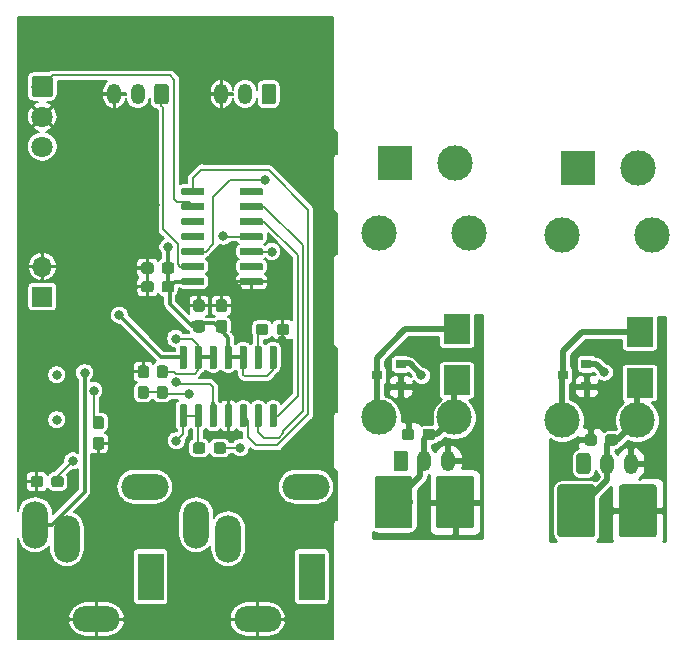
<source format=gbl>
G04 #@! TF.GenerationSoftware,KiCad,Pcbnew,(5.1.2)-1*
G04 #@! TF.CreationDate,2019-05-27T08:40:29+02:00*
G04 #@! TF.ProjectId,fireSound,66697265-536f-4756-9e64-2e6b69636164,rev?*
G04 #@! TF.SameCoordinates,Original*
G04 #@! TF.FileFunction,Copper,L2,Bot*
G04 #@! TF.FilePolarity,Positive*
%FSLAX46Y46*%
G04 Gerber Fmt 4.6, Leading zero omitted, Abs format (unit mm)*
G04 Created by KiCad (PCBNEW (5.1.2)-1) date 2019-05-27 08:40:29*
%MOMM*%
%LPD*%
G04 APERTURE LIST*
%ADD10C,3.000000*%
%ADD11R,0.900000X0.800000*%
%ADD12R,3.000000X3.000000*%
%ADD13C,0.100000*%
%ADD14C,1.200000*%
%ADD15O,1.200000X1.750000*%
%ADD16R,2.300000X2.500000*%
%ADD17C,3.200000*%
%ADD18C,0.950000*%
%ADD19C,0.800000*%
%ADD20R,2.200000X4.000000*%
%ADD21O,4.000000X2.200000*%
%ADD22O,2.200000X4.000000*%
%ADD23C,0.600000*%
%ADD24O,1.700000X1.700000*%
%ADD25R,1.700000X1.700000*%
%ADD26C,1.800000*%
%ADD27C,0.200000*%
%ADD28C,0.300000*%
%ADD29C,0.500000*%
%ADD30C,0.254000*%
G04 APERTURE END LIST*
D10*
X69415000Y-163730000D03*
X77035000Y-163730000D03*
X75765000Y-179370000D03*
X69415000Y-179370000D03*
X53940000Y-179145000D03*
X60290000Y-179145000D03*
X61560000Y-163505000D03*
X53940000Y-163505000D03*
D11*
X53750000Y-175575000D03*
X55750000Y-176525000D03*
X55750000Y-174625000D03*
X71475000Y-174600000D03*
X71475000Y-176500000D03*
X69475000Y-175550000D03*
D12*
X55250000Y-157575000D03*
D10*
X60330000Y-157575000D03*
D13*
G36*
X56124505Y-181951204D02*
G01*
X56148773Y-181954804D01*
X56172572Y-181960765D01*
X56195671Y-181969030D01*
X56217850Y-181979520D01*
X56238893Y-181992132D01*
X56258599Y-182006747D01*
X56276777Y-182023223D01*
X56293253Y-182041401D01*
X56307868Y-182061107D01*
X56320480Y-182082150D01*
X56330970Y-182104329D01*
X56339235Y-182127428D01*
X56345196Y-182151227D01*
X56348796Y-182175495D01*
X56350000Y-182199999D01*
X56350000Y-183450001D01*
X56348796Y-183474505D01*
X56345196Y-183498773D01*
X56339235Y-183522572D01*
X56330970Y-183545671D01*
X56320480Y-183567850D01*
X56307868Y-183588893D01*
X56293253Y-183608599D01*
X56276777Y-183626777D01*
X56258599Y-183643253D01*
X56238893Y-183657868D01*
X56217850Y-183670480D01*
X56195671Y-183680970D01*
X56172572Y-183689235D01*
X56148773Y-183695196D01*
X56124505Y-183698796D01*
X56100001Y-183700000D01*
X55399999Y-183700000D01*
X55375495Y-183698796D01*
X55351227Y-183695196D01*
X55327428Y-183689235D01*
X55304329Y-183680970D01*
X55282150Y-183670480D01*
X55261107Y-183657868D01*
X55241401Y-183643253D01*
X55223223Y-183626777D01*
X55206747Y-183608599D01*
X55192132Y-183588893D01*
X55179520Y-183567850D01*
X55169030Y-183545671D01*
X55160765Y-183522572D01*
X55154804Y-183498773D01*
X55151204Y-183474505D01*
X55150000Y-183450001D01*
X55150000Y-182199999D01*
X55151204Y-182175495D01*
X55154804Y-182151227D01*
X55160765Y-182127428D01*
X55169030Y-182104329D01*
X55179520Y-182082150D01*
X55192132Y-182061107D01*
X55206747Y-182041401D01*
X55223223Y-182023223D01*
X55241401Y-182006747D01*
X55261107Y-181992132D01*
X55282150Y-181979520D01*
X55304329Y-181969030D01*
X55327428Y-181960765D01*
X55351227Y-181954804D01*
X55375495Y-181951204D01*
X55399999Y-181950000D01*
X56100001Y-181950000D01*
X56124505Y-181951204D01*
X56124505Y-181951204D01*
G37*
D14*
X55750000Y-182825000D03*
D15*
X57750000Y-182825000D03*
X59750000Y-182825000D03*
D10*
X75805000Y-158050000D03*
D12*
X70725000Y-158050000D03*
D15*
X75225000Y-183050000D03*
X73225000Y-183050000D03*
D13*
G36*
X71599505Y-182176204D02*
G01*
X71623773Y-182179804D01*
X71647572Y-182185765D01*
X71670671Y-182194030D01*
X71692850Y-182204520D01*
X71713893Y-182217132D01*
X71733599Y-182231747D01*
X71751777Y-182248223D01*
X71768253Y-182266401D01*
X71782868Y-182286107D01*
X71795480Y-182307150D01*
X71805970Y-182329329D01*
X71814235Y-182352428D01*
X71820196Y-182376227D01*
X71823796Y-182400495D01*
X71825000Y-182424999D01*
X71825000Y-183675001D01*
X71823796Y-183699505D01*
X71820196Y-183723773D01*
X71814235Y-183747572D01*
X71805970Y-183770671D01*
X71795480Y-183792850D01*
X71782868Y-183813893D01*
X71768253Y-183833599D01*
X71751777Y-183851777D01*
X71733599Y-183868253D01*
X71713893Y-183882868D01*
X71692850Y-183895480D01*
X71670671Y-183905970D01*
X71647572Y-183914235D01*
X71623773Y-183920196D01*
X71599505Y-183923796D01*
X71575001Y-183925000D01*
X70874999Y-183925000D01*
X70850495Y-183923796D01*
X70826227Y-183920196D01*
X70802428Y-183914235D01*
X70779329Y-183905970D01*
X70757150Y-183895480D01*
X70736107Y-183882868D01*
X70716401Y-183868253D01*
X70698223Y-183851777D01*
X70681747Y-183833599D01*
X70667132Y-183813893D01*
X70654520Y-183792850D01*
X70644030Y-183770671D01*
X70635765Y-183747572D01*
X70629804Y-183723773D01*
X70626204Y-183699505D01*
X70625000Y-183675001D01*
X70625000Y-182424999D01*
X70626204Y-182400495D01*
X70629804Y-182376227D01*
X70635765Y-182352428D01*
X70644030Y-182329329D01*
X70654520Y-182307150D01*
X70667132Y-182286107D01*
X70681747Y-182266401D01*
X70698223Y-182248223D01*
X70716401Y-182231747D01*
X70736107Y-182217132D01*
X70757150Y-182204520D01*
X70779329Y-182194030D01*
X70802428Y-182185765D01*
X70826227Y-182179804D01*
X70850495Y-182176204D01*
X70874999Y-182175000D01*
X71575001Y-182175000D01*
X71599505Y-182176204D01*
X71599505Y-182176204D01*
G37*
D14*
X71225000Y-183050000D03*
D16*
X60500000Y-175975000D03*
X60500000Y-171675000D03*
X75975000Y-171900000D03*
X75975000Y-176200000D03*
D13*
G36*
X61724504Y-184101204D02*
G01*
X61748773Y-184104804D01*
X61772571Y-184110765D01*
X61795671Y-184119030D01*
X61817849Y-184129520D01*
X61838893Y-184142133D01*
X61858598Y-184156747D01*
X61876777Y-184173223D01*
X61893253Y-184191402D01*
X61907867Y-184211107D01*
X61920480Y-184232151D01*
X61930970Y-184254329D01*
X61939235Y-184277429D01*
X61945196Y-184301227D01*
X61948796Y-184325496D01*
X61950000Y-184350000D01*
X61950000Y-188300000D01*
X61948796Y-188324504D01*
X61945196Y-188348773D01*
X61939235Y-188372571D01*
X61930970Y-188395671D01*
X61920480Y-188417849D01*
X61907867Y-188438893D01*
X61893253Y-188458598D01*
X61876777Y-188476777D01*
X61858598Y-188493253D01*
X61838893Y-188507867D01*
X61817849Y-188520480D01*
X61795671Y-188530970D01*
X61772571Y-188539235D01*
X61748773Y-188545196D01*
X61724504Y-188548796D01*
X61700000Y-188550000D01*
X59000000Y-188550000D01*
X58975496Y-188548796D01*
X58951227Y-188545196D01*
X58927429Y-188539235D01*
X58904329Y-188530970D01*
X58882151Y-188520480D01*
X58861107Y-188507867D01*
X58841402Y-188493253D01*
X58823223Y-188476777D01*
X58806747Y-188458598D01*
X58792133Y-188438893D01*
X58779520Y-188417849D01*
X58769030Y-188395671D01*
X58760765Y-188372571D01*
X58754804Y-188348773D01*
X58751204Y-188324504D01*
X58750000Y-188300000D01*
X58750000Y-184350000D01*
X58751204Y-184325496D01*
X58754804Y-184301227D01*
X58760765Y-184277429D01*
X58769030Y-184254329D01*
X58779520Y-184232151D01*
X58792133Y-184211107D01*
X58806747Y-184191402D01*
X58823223Y-184173223D01*
X58841402Y-184156747D01*
X58861107Y-184142133D01*
X58882151Y-184129520D01*
X58904329Y-184119030D01*
X58927429Y-184110765D01*
X58951227Y-184104804D01*
X58975496Y-184101204D01*
X59000000Y-184100000D01*
X61700000Y-184100000D01*
X61724504Y-184101204D01*
X61724504Y-184101204D01*
G37*
D17*
X60350000Y-186325000D03*
D13*
G36*
X56524504Y-184101204D02*
G01*
X56548773Y-184104804D01*
X56572571Y-184110765D01*
X56595671Y-184119030D01*
X56617849Y-184129520D01*
X56638893Y-184142133D01*
X56658598Y-184156747D01*
X56676777Y-184173223D01*
X56693253Y-184191402D01*
X56707867Y-184211107D01*
X56720480Y-184232151D01*
X56730970Y-184254329D01*
X56739235Y-184277429D01*
X56745196Y-184301227D01*
X56748796Y-184325496D01*
X56750000Y-184350000D01*
X56750000Y-188300000D01*
X56748796Y-188324504D01*
X56745196Y-188348773D01*
X56739235Y-188372571D01*
X56730970Y-188395671D01*
X56720480Y-188417849D01*
X56707867Y-188438893D01*
X56693253Y-188458598D01*
X56676777Y-188476777D01*
X56658598Y-188493253D01*
X56638893Y-188507867D01*
X56617849Y-188520480D01*
X56595671Y-188530970D01*
X56572571Y-188539235D01*
X56548773Y-188545196D01*
X56524504Y-188548796D01*
X56500000Y-188550000D01*
X53800000Y-188550000D01*
X53775496Y-188548796D01*
X53751227Y-188545196D01*
X53727429Y-188539235D01*
X53704329Y-188530970D01*
X53682151Y-188520480D01*
X53661107Y-188507867D01*
X53641402Y-188493253D01*
X53623223Y-188476777D01*
X53606747Y-188458598D01*
X53592133Y-188438893D01*
X53579520Y-188417849D01*
X53569030Y-188395671D01*
X53560765Y-188372571D01*
X53554804Y-188348773D01*
X53551204Y-188324504D01*
X53550000Y-188300000D01*
X53550000Y-184350000D01*
X53551204Y-184325496D01*
X53554804Y-184301227D01*
X53560765Y-184277429D01*
X53569030Y-184254329D01*
X53579520Y-184232151D01*
X53592133Y-184211107D01*
X53606747Y-184191402D01*
X53623223Y-184173223D01*
X53641402Y-184156747D01*
X53661107Y-184142133D01*
X53682151Y-184129520D01*
X53704329Y-184119030D01*
X53727429Y-184110765D01*
X53751227Y-184104804D01*
X53775496Y-184101204D01*
X53800000Y-184100000D01*
X56500000Y-184100000D01*
X56524504Y-184101204D01*
X56524504Y-184101204D01*
G37*
D17*
X55150000Y-186325000D03*
D13*
G36*
X56685779Y-180101144D02*
G01*
X56708834Y-180104563D01*
X56731443Y-180110227D01*
X56753387Y-180118079D01*
X56774457Y-180128044D01*
X56794448Y-180140026D01*
X56813168Y-180153910D01*
X56830438Y-180169562D01*
X56846090Y-180186832D01*
X56859974Y-180205552D01*
X56871956Y-180225543D01*
X56881921Y-180246613D01*
X56889773Y-180268557D01*
X56895437Y-180291166D01*
X56898856Y-180314221D01*
X56900000Y-180337500D01*
X56900000Y-180812500D01*
X56898856Y-180835779D01*
X56895437Y-180858834D01*
X56889773Y-180881443D01*
X56881921Y-180903387D01*
X56871956Y-180924457D01*
X56859974Y-180944448D01*
X56846090Y-180963168D01*
X56830438Y-180980438D01*
X56813168Y-180996090D01*
X56794448Y-181009974D01*
X56774457Y-181021956D01*
X56753387Y-181031921D01*
X56731443Y-181039773D01*
X56708834Y-181045437D01*
X56685779Y-181048856D01*
X56662500Y-181050000D01*
X56087500Y-181050000D01*
X56064221Y-181048856D01*
X56041166Y-181045437D01*
X56018557Y-181039773D01*
X55996613Y-181031921D01*
X55975543Y-181021956D01*
X55955552Y-181009974D01*
X55936832Y-180996090D01*
X55919562Y-180980438D01*
X55903910Y-180963168D01*
X55890026Y-180944448D01*
X55878044Y-180924457D01*
X55868079Y-180903387D01*
X55860227Y-180881443D01*
X55854563Y-180858834D01*
X55851144Y-180835779D01*
X55850000Y-180812500D01*
X55850000Y-180337500D01*
X55851144Y-180314221D01*
X55854563Y-180291166D01*
X55860227Y-180268557D01*
X55868079Y-180246613D01*
X55878044Y-180225543D01*
X55890026Y-180205552D01*
X55903910Y-180186832D01*
X55919562Y-180169562D01*
X55936832Y-180153910D01*
X55955552Y-180140026D01*
X55975543Y-180128044D01*
X55996613Y-180118079D01*
X56018557Y-180110227D01*
X56041166Y-180104563D01*
X56064221Y-180101144D01*
X56087500Y-180100000D01*
X56662500Y-180100000D01*
X56685779Y-180101144D01*
X56685779Y-180101144D01*
G37*
D18*
X56375000Y-180575000D03*
D13*
G36*
X58435779Y-180101144D02*
G01*
X58458834Y-180104563D01*
X58481443Y-180110227D01*
X58503387Y-180118079D01*
X58524457Y-180128044D01*
X58544448Y-180140026D01*
X58563168Y-180153910D01*
X58580438Y-180169562D01*
X58596090Y-180186832D01*
X58609974Y-180205552D01*
X58621956Y-180225543D01*
X58631921Y-180246613D01*
X58639773Y-180268557D01*
X58645437Y-180291166D01*
X58648856Y-180314221D01*
X58650000Y-180337500D01*
X58650000Y-180812500D01*
X58648856Y-180835779D01*
X58645437Y-180858834D01*
X58639773Y-180881443D01*
X58631921Y-180903387D01*
X58621956Y-180924457D01*
X58609974Y-180944448D01*
X58596090Y-180963168D01*
X58580438Y-180980438D01*
X58563168Y-180996090D01*
X58544448Y-181009974D01*
X58524457Y-181021956D01*
X58503387Y-181031921D01*
X58481443Y-181039773D01*
X58458834Y-181045437D01*
X58435779Y-181048856D01*
X58412500Y-181050000D01*
X57837500Y-181050000D01*
X57814221Y-181048856D01*
X57791166Y-181045437D01*
X57768557Y-181039773D01*
X57746613Y-181031921D01*
X57725543Y-181021956D01*
X57705552Y-181009974D01*
X57686832Y-180996090D01*
X57669562Y-180980438D01*
X57653910Y-180963168D01*
X57640026Y-180944448D01*
X57628044Y-180924457D01*
X57618079Y-180903387D01*
X57610227Y-180881443D01*
X57604563Y-180858834D01*
X57601144Y-180835779D01*
X57600000Y-180812500D01*
X57600000Y-180337500D01*
X57601144Y-180314221D01*
X57604563Y-180291166D01*
X57610227Y-180268557D01*
X57618079Y-180246613D01*
X57628044Y-180225543D01*
X57640026Y-180205552D01*
X57653910Y-180186832D01*
X57669562Y-180169562D01*
X57686832Y-180153910D01*
X57705552Y-180140026D01*
X57725543Y-180128044D01*
X57746613Y-180118079D01*
X57768557Y-180110227D01*
X57791166Y-180104563D01*
X57814221Y-180101144D01*
X57837500Y-180100000D01*
X58412500Y-180100000D01*
X58435779Y-180101144D01*
X58435779Y-180101144D01*
G37*
D18*
X58125000Y-180575000D03*
D13*
G36*
X71999504Y-184826204D02*
G01*
X72023773Y-184829804D01*
X72047571Y-184835765D01*
X72070671Y-184844030D01*
X72092849Y-184854520D01*
X72113893Y-184867133D01*
X72133598Y-184881747D01*
X72151777Y-184898223D01*
X72168253Y-184916402D01*
X72182867Y-184936107D01*
X72195480Y-184957151D01*
X72205970Y-184979329D01*
X72214235Y-185002429D01*
X72220196Y-185026227D01*
X72223796Y-185050496D01*
X72225000Y-185075000D01*
X72225000Y-189025000D01*
X72223796Y-189049504D01*
X72220196Y-189073773D01*
X72214235Y-189097571D01*
X72205970Y-189120671D01*
X72195480Y-189142849D01*
X72182867Y-189163893D01*
X72168253Y-189183598D01*
X72151777Y-189201777D01*
X72133598Y-189218253D01*
X72113893Y-189232867D01*
X72092849Y-189245480D01*
X72070671Y-189255970D01*
X72047571Y-189264235D01*
X72023773Y-189270196D01*
X71999504Y-189273796D01*
X71975000Y-189275000D01*
X69275000Y-189275000D01*
X69250496Y-189273796D01*
X69226227Y-189270196D01*
X69202429Y-189264235D01*
X69179329Y-189255970D01*
X69157151Y-189245480D01*
X69136107Y-189232867D01*
X69116402Y-189218253D01*
X69098223Y-189201777D01*
X69081747Y-189183598D01*
X69067133Y-189163893D01*
X69054520Y-189142849D01*
X69044030Y-189120671D01*
X69035765Y-189097571D01*
X69029804Y-189073773D01*
X69026204Y-189049504D01*
X69025000Y-189025000D01*
X69025000Y-185075000D01*
X69026204Y-185050496D01*
X69029804Y-185026227D01*
X69035765Y-185002429D01*
X69044030Y-184979329D01*
X69054520Y-184957151D01*
X69067133Y-184936107D01*
X69081747Y-184916402D01*
X69098223Y-184898223D01*
X69116402Y-184881747D01*
X69136107Y-184867133D01*
X69157151Y-184854520D01*
X69179329Y-184844030D01*
X69202429Y-184835765D01*
X69226227Y-184829804D01*
X69250496Y-184826204D01*
X69275000Y-184825000D01*
X71975000Y-184825000D01*
X71999504Y-184826204D01*
X71999504Y-184826204D01*
G37*
D17*
X70625000Y-187050000D03*
D13*
G36*
X77199504Y-184826204D02*
G01*
X77223773Y-184829804D01*
X77247571Y-184835765D01*
X77270671Y-184844030D01*
X77292849Y-184854520D01*
X77313893Y-184867133D01*
X77333598Y-184881747D01*
X77351777Y-184898223D01*
X77368253Y-184916402D01*
X77382867Y-184936107D01*
X77395480Y-184957151D01*
X77405970Y-184979329D01*
X77414235Y-185002429D01*
X77420196Y-185026227D01*
X77423796Y-185050496D01*
X77425000Y-185075000D01*
X77425000Y-189025000D01*
X77423796Y-189049504D01*
X77420196Y-189073773D01*
X77414235Y-189097571D01*
X77405970Y-189120671D01*
X77395480Y-189142849D01*
X77382867Y-189163893D01*
X77368253Y-189183598D01*
X77351777Y-189201777D01*
X77333598Y-189218253D01*
X77313893Y-189232867D01*
X77292849Y-189245480D01*
X77270671Y-189255970D01*
X77247571Y-189264235D01*
X77223773Y-189270196D01*
X77199504Y-189273796D01*
X77175000Y-189275000D01*
X74475000Y-189275000D01*
X74450496Y-189273796D01*
X74426227Y-189270196D01*
X74402429Y-189264235D01*
X74379329Y-189255970D01*
X74357151Y-189245480D01*
X74336107Y-189232867D01*
X74316402Y-189218253D01*
X74298223Y-189201777D01*
X74281747Y-189183598D01*
X74267133Y-189163893D01*
X74254520Y-189142849D01*
X74244030Y-189120671D01*
X74235765Y-189097571D01*
X74229804Y-189073773D01*
X74226204Y-189049504D01*
X74225000Y-189025000D01*
X74225000Y-185075000D01*
X74226204Y-185050496D01*
X74229804Y-185026227D01*
X74235765Y-185002429D01*
X74244030Y-184979329D01*
X74254520Y-184957151D01*
X74267133Y-184936107D01*
X74281747Y-184916402D01*
X74298223Y-184898223D01*
X74316402Y-184881747D01*
X74336107Y-184867133D01*
X74357151Y-184854520D01*
X74379329Y-184844030D01*
X74402429Y-184835765D01*
X74426227Y-184829804D01*
X74450496Y-184826204D01*
X74475000Y-184825000D01*
X77175000Y-184825000D01*
X77199504Y-184826204D01*
X77199504Y-184826204D01*
G37*
D17*
X75825000Y-187050000D03*
D13*
G36*
X73910779Y-180576144D02*
G01*
X73933834Y-180579563D01*
X73956443Y-180585227D01*
X73978387Y-180593079D01*
X73999457Y-180603044D01*
X74019448Y-180615026D01*
X74038168Y-180628910D01*
X74055438Y-180644562D01*
X74071090Y-180661832D01*
X74084974Y-180680552D01*
X74096956Y-180700543D01*
X74106921Y-180721613D01*
X74114773Y-180743557D01*
X74120437Y-180766166D01*
X74123856Y-180789221D01*
X74125000Y-180812500D01*
X74125000Y-181287500D01*
X74123856Y-181310779D01*
X74120437Y-181333834D01*
X74114773Y-181356443D01*
X74106921Y-181378387D01*
X74096956Y-181399457D01*
X74084974Y-181419448D01*
X74071090Y-181438168D01*
X74055438Y-181455438D01*
X74038168Y-181471090D01*
X74019448Y-181484974D01*
X73999457Y-181496956D01*
X73978387Y-181506921D01*
X73956443Y-181514773D01*
X73933834Y-181520437D01*
X73910779Y-181523856D01*
X73887500Y-181525000D01*
X73312500Y-181525000D01*
X73289221Y-181523856D01*
X73266166Y-181520437D01*
X73243557Y-181514773D01*
X73221613Y-181506921D01*
X73200543Y-181496956D01*
X73180552Y-181484974D01*
X73161832Y-181471090D01*
X73144562Y-181455438D01*
X73128910Y-181438168D01*
X73115026Y-181419448D01*
X73103044Y-181399457D01*
X73093079Y-181378387D01*
X73085227Y-181356443D01*
X73079563Y-181333834D01*
X73076144Y-181310779D01*
X73075000Y-181287500D01*
X73075000Y-180812500D01*
X73076144Y-180789221D01*
X73079563Y-180766166D01*
X73085227Y-180743557D01*
X73093079Y-180721613D01*
X73103044Y-180700543D01*
X73115026Y-180680552D01*
X73128910Y-180661832D01*
X73144562Y-180644562D01*
X73161832Y-180628910D01*
X73180552Y-180615026D01*
X73200543Y-180603044D01*
X73221613Y-180593079D01*
X73243557Y-180585227D01*
X73266166Y-180579563D01*
X73289221Y-180576144D01*
X73312500Y-180575000D01*
X73887500Y-180575000D01*
X73910779Y-180576144D01*
X73910779Y-180576144D01*
G37*
D18*
X73600000Y-181050000D03*
D13*
G36*
X72160779Y-180576144D02*
G01*
X72183834Y-180579563D01*
X72206443Y-180585227D01*
X72228387Y-180593079D01*
X72249457Y-180603044D01*
X72269448Y-180615026D01*
X72288168Y-180628910D01*
X72305438Y-180644562D01*
X72321090Y-180661832D01*
X72334974Y-180680552D01*
X72346956Y-180700543D01*
X72356921Y-180721613D01*
X72364773Y-180743557D01*
X72370437Y-180766166D01*
X72373856Y-180789221D01*
X72375000Y-180812500D01*
X72375000Y-181287500D01*
X72373856Y-181310779D01*
X72370437Y-181333834D01*
X72364773Y-181356443D01*
X72356921Y-181378387D01*
X72346956Y-181399457D01*
X72334974Y-181419448D01*
X72321090Y-181438168D01*
X72305438Y-181455438D01*
X72288168Y-181471090D01*
X72269448Y-181484974D01*
X72249457Y-181496956D01*
X72228387Y-181506921D01*
X72206443Y-181514773D01*
X72183834Y-181520437D01*
X72160779Y-181523856D01*
X72137500Y-181525000D01*
X71562500Y-181525000D01*
X71539221Y-181523856D01*
X71516166Y-181520437D01*
X71493557Y-181514773D01*
X71471613Y-181506921D01*
X71450543Y-181496956D01*
X71430552Y-181484974D01*
X71411832Y-181471090D01*
X71394562Y-181455438D01*
X71378910Y-181438168D01*
X71365026Y-181419448D01*
X71353044Y-181399457D01*
X71343079Y-181378387D01*
X71335227Y-181356443D01*
X71329563Y-181333834D01*
X71326144Y-181310779D01*
X71325000Y-181287500D01*
X71325000Y-180812500D01*
X71326144Y-180789221D01*
X71329563Y-180766166D01*
X71335227Y-180743557D01*
X71343079Y-180721613D01*
X71353044Y-180700543D01*
X71365026Y-180680552D01*
X71378910Y-180661832D01*
X71394562Y-180644562D01*
X71411832Y-180628910D01*
X71430552Y-180615026D01*
X71450543Y-180603044D01*
X71471613Y-180593079D01*
X71493557Y-180585227D01*
X71516166Y-180579563D01*
X71539221Y-180576144D01*
X71562500Y-180575000D01*
X72137500Y-180575000D01*
X72160779Y-180576144D01*
X72160779Y-180576144D01*
G37*
D18*
X71850000Y-181050000D03*
D19*
X26629400Y-179344400D03*
X26629400Y-175544400D03*
D20*
X48224600Y-192628800D03*
D21*
X47734600Y-185028800D03*
D22*
X41134600Y-189428800D03*
X38434600Y-188228800D03*
D21*
X43634600Y-196228800D03*
D13*
G36*
X45122703Y-178030722D02*
G01*
X45137264Y-178032882D01*
X45151543Y-178036459D01*
X45165403Y-178041418D01*
X45178710Y-178047712D01*
X45191336Y-178055280D01*
X45203159Y-178064048D01*
X45214066Y-178073934D01*
X45223952Y-178084841D01*
X45232720Y-178096664D01*
X45240288Y-178109290D01*
X45246582Y-178122597D01*
X45251541Y-178136457D01*
X45255118Y-178150736D01*
X45257278Y-178165297D01*
X45258000Y-178180000D01*
X45258000Y-179830000D01*
X45257278Y-179844703D01*
X45255118Y-179859264D01*
X45251541Y-179873543D01*
X45246582Y-179887403D01*
X45240288Y-179900710D01*
X45232720Y-179913336D01*
X45223952Y-179925159D01*
X45214066Y-179936066D01*
X45203159Y-179945952D01*
X45191336Y-179954720D01*
X45178710Y-179962288D01*
X45165403Y-179968582D01*
X45151543Y-179973541D01*
X45137264Y-179977118D01*
X45122703Y-179979278D01*
X45108000Y-179980000D01*
X44808000Y-179980000D01*
X44793297Y-179979278D01*
X44778736Y-179977118D01*
X44764457Y-179973541D01*
X44750597Y-179968582D01*
X44737290Y-179962288D01*
X44724664Y-179954720D01*
X44712841Y-179945952D01*
X44701934Y-179936066D01*
X44692048Y-179925159D01*
X44683280Y-179913336D01*
X44675712Y-179900710D01*
X44669418Y-179887403D01*
X44664459Y-179873543D01*
X44660882Y-179859264D01*
X44658722Y-179844703D01*
X44658000Y-179830000D01*
X44658000Y-178180000D01*
X44658722Y-178165297D01*
X44660882Y-178150736D01*
X44664459Y-178136457D01*
X44669418Y-178122597D01*
X44675712Y-178109290D01*
X44683280Y-178096664D01*
X44692048Y-178084841D01*
X44701934Y-178073934D01*
X44712841Y-178064048D01*
X44724664Y-178055280D01*
X44737290Y-178047712D01*
X44750597Y-178041418D01*
X44764457Y-178036459D01*
X44778736Y-178032882D01*
X44793297Y-178030722D01*
X44808000Y-178030000D01*
X45108000Y-178030000D01*
X45122703Y-178030722D01*
X45122703Y-178030722D01*
G37*
D23*
X44958000Y-179005000D03*
D13*
G36*
X43852703Y-178030722D02*
G01*
X43867264Y-178032882D01*
X43881543Y-178036459D01*
X43895403Y-178041418D01*
X43908710Y-178047712D01*
X43921336Y-178055280D01*
X43933159Y-178064048D01*
X43944066Y-178073934D01*
X43953952Y-178084841D01*
X43962720Y-178096664D01*
X43970288Y-178109290D01*
X43976582Y-178122597D01*
X43981541Y-178136457D01*
X43985118Y-178150736D01*
X43987278Y-178165297D01*
X43988000Y-178180000D01*
X43988000Y-179830000D01*
X43987278Y-179844703D01*
X43985118Y-179859264D01*
X43981541Y-179873543D01*
X43976582Y-179887403D01*
X43970288Y-179900710D01*
X43962720Y-179913336D01*
X43953952Y-179925159D01*
X43944066Y-179936066D01*
X43933159Y-179945952D01*
X43921336Y-179954720D01*
X43908710Y-179962288D01*
X43895403Y-179968582D01*
X43881543Y-179973541D01*
X43867264Y-179977118D01*
X43852703Y-179979278D01*
X43838000Y-179980000D01*
X43538000Y-179980000D01*
X43523297Y-179979278D01*
X43508736Y-179977118D01*
X43494457Y-179973541D01*
X43480597Y-179968582D01*
X43467290Y-179962288D01*
X43454664Y-179954720D01*
X43442841Y-179945952D01*
X43431934Y-179936066D01*
X43422048Y-179925159D01*
X43413280Y-179913336D01*
X43405712Y-179900710D01*
X43399418Y-179887403D01*
X43394459Y-179873543D01*
X43390882Y-179859264D01*
X43388722Y-179844703D01*
X43388000Y-179830000D01*
X43388000Y-178180000D01*
X43388722Y-178165297D01*
X43390882Y-178150736D01*
X43394459Y-178136457D01*
X43399418Y-178122597D01*
X43405712Y-178109290D01*
X43413280Y-178096664D01*
X43422048Y-178084841D01*
X43431934Y-178073934D01*
X43442841Y-178064048D01*
X43454664Y-178055280D01*
X43467290Y-178047712D01*
X43480597Y-178041418D01*
X43494457Y-178036459D01*
X43508736Y-178032882D01*
X43523297Y-178030722D01*
X43538000Y-178030000D01*
X43838000Y-178030000D01*
X43852703Y-178030722D01*
X43852703Y-178030722D01*
G37*
D23*
X43688000Y-179005000D03*
D13*
G36*
X42582703Y-178030722D02*
G01*
X42597264Y-178032882D01*
X42611543Y-178036459D01*
X42625403Y-178041418D01*
X42638710Y-178047712D01*
X42651336Y-178055280D01*
X42663159Y-178064048D01*
X42674066Y-178073934D01*
X42683952Y-178084841D01*
X42692720Y-178096664D01*
X42700288Y-178109290D01*
X42706582Y-178122597D01*
X42711541Y-178136457D01*
X42715118Y-178150736D01*
X42717278Y-178165297D01*
X42718000Y-178180000D01*
X42718000Y-179830000D01*
X42717278Y-179844703D01*
X42715118Y-179859264D01*
X42711541Y-179873543D01*
X42706582Y-179887403D01*
X42700288Y-179900710D01*
X42692720Y-179913336D01*
X42683952Y-179925159D01*
X42674066Y-179936066D01*
X42663159Y-179945952D01*
X42651336Y-179954720D01*
X42638710Y-179962288D01*
X42625403Y-179968582D01*
X42611543Y-179973541D01*
X42597264Y-179977118D01*
X42582703Y-179979278D01*
X42568000Y-179980000D01*
X42268000Y-179980000D01*
X42253297Y-179979278D01*
X42238736Y-179977118D01*
X42224457Y-179973541D01*
X42210597Y-179968582D01*
X42197290Y-179962288D01*
X42184664Y-179954720D01*
X42172841Y-179945952D01*
X42161934Y-179936066D01*
X42152048Y-179925159D01*
X42143280Y-179913336D01*
X42135712Y-179900710D01*
X42129418Y-179887403D01*
X42124459Y-179873543D01*
X42120882Y-179859264D01*
X42118722Y-179844703D01*
X42118000Y-179830000D01*
X42118000Y-178180000D01*
X42118722Y-178165297D01*
X42120882Y-178150736D01*
X42124459Y-178136457D01*
X42129418Y-178122597D01*
X42135712Y-178109290D01*
X42143280Y-178096664D01*
X42152048Y-178084841D01*
X42161934Y-178073934D01*
X42172841Y-178064048D01*
X42184664Y-178055280D01*
X42197290Y-178047712D01*
X42210597Y-178041418D01*
X42224457Y-178036459D01*
X42238736Y-178032882D01*
X42253297Y-178030722D01*
X42268000Y-178030000D01*
X42568000Y-178030000D01*
X42582703Y-178030722D01*
X42582703Y-178030722D01*
G37*
D23*
X42418000Y-179005000D03*
D13*
G36*
X41312703Y-178030722D02*
G01*
X41327264Y-178032882D01*
X41341543Y-178036459D01*
X41355403Y-178041418D01*
X41368710Y-178047712D01*
X41381336Y-178055280D01*
X41393159Y-178064048D01*
X41404066Y-178073934D01*
X41413952Y-178084841D01*
X41422720Y-178096664D01*
X41430288Y-178109290D01*
X41436582Y-178122597D01*
X41441541Y-178136457D01*
X41445118Y-178150736D01*
X41447278Y-178165297D01*
X41448000Y-178180000D01*
X41448000Y-179830000D01*
X41447278Y-179844703D01*
X41445118Y-179859264D01*
X41441541Y-179873543D01*
X41436582Y-179887403D01*
X41430288Y-179900710D01*
X41422720Y-179913336D01*
X41413952Y-179925159D01*
X41404066Y-179936066D01*
X41393159Y-179945952D01*
X41381336Y-179954720D01*
X41368710Y-179962288D01*
X41355403Y-179968582D01*
X41341543Y-179973541D01*
X41327264Y-179977118D01*
X41312703Y-179979278D01*
X41298000Y-179980000D01*
X40998000Y-179980000D01*
X40983297Y-179979278D01*
X40968736Y-179977118D01*
X40954457Y-179973541D01*
X40940597Y-179968582D01*
X40927290Y-179962288D01*
X40914664Y-179954720D01*
X40902841Y-179945952D01*
X40891934Y-179936066D01*
X40882048Y-179925159D01*
X40873280Y-179913336D01*
X40865712Y-179900710D01*
X40859418Y-179887403D01*
X40854459Y-179873543D01*
X40850882Y-179859264D01*
X40848722Y-179844703D01*
X40848000Y-179830000D01*
X40848000Y-178180000D01*
X40848722Y-178165297D01*
X40850882Y-178150736D01*
X40854459Y-178136457D01*
X40859418Y-178122597D01*
X40865712Y-178109290D01*
X40873280Y-178096664D01*
X40882048Y-178084841D01*
X40891934Y-178073934D01*
X40902841Y-178064048D01*
X40914664Y-178055280D01*
X40927290Y-178047712D01*
X40940597Y-178041418D01*
X40954457Y-178036459D01*
X40968736Y-178032882D01*
X40983297Y-178030722D01*
X40998000Y-178030000D01*
X41298000Y-178030000D01*
X41312703Y-178030722D01*
X41312703Y-178030722D01*
G37*
D23*
X41148000Y-179005000D03*
D13*
G36*
X40042703Y-178030722D02*
G01*
X40057264Y-178032882D01*
X40071543Y-178036459D01*
X40085403Y-178041418D01*
X40098710Y-178047712D01*
X40111336Y-178055280D01*
X40123159Y-178064048D01*
X40134066Y-178073934D01*
X40143952Y-178084841D01*
X40152720Y-178096664D01*
X40160288Y-178109290D01*
X40166582Y-178122597D01*
X40171541Y-178136457D01*
X40175118Y-178150736D01*
X40177278Y-178165297D01*
X40178000Y-178180000D01*
X40178000Y-179830000D01*
X40177278Y-179844703D01*
X40175118Y-179859264D01*
X40171541Y-179873543D01*
X40166582Y-179887403D01*
X40160288Y-179900710D01*
X40152720Y-179913336D01*
X40143952Y-179925159D01*
X40134066Y-179936066D01*
X40123159Y-179945952D01*
X40111336Y-179954720D01*
X40098710Y-179962288D01*
X40085403Y-179968582D01*
X40071543Y-179973541D01*
X40057264Y-179977118D01*
X40042703Y-179979278D01*
X40028000Y-179980000D01*
X39728000Y-179980000D01*
X39713297Y-179979278D01*
X39698736Y-179977118D01*
X39684457Y-179973541D01*
X39670597Y-179968582D01*
X39657290Y-179962288D01*
X39644664Y-179954720D01*
X39632841Y-179945952D01*
X39621934Y-179936066D01*
X39612048Y-179925159D01*
X39603280Y-179913336D01*
X39595712Y-179900710D01*
X39589418Y-179887403D01*
X39584459Y-179873543D01*
X39580882Y-179859264D01*
X39578722Y-179844703D01*
X39578000Y-179830000D01*
X39578000Y-178180000D01*
X39578722Y-178165297D01*
X39580882Y-178150736D01*
X39584459Y-178136457D01*
X39589418Y-178122597D01*
X39595712Y-178109290D01*
X39603280Y-178096664D01*
X39612048Y-178084841D01*
X39621934Y-178073934D01*
X39632841Y-178064048D01*
X39644664Y-178055280D01*
X39657290Y-178047712D01*
X39670597Y-178041418D01*
X39684457Y-178036459D01*
X39698736Y-178032882D01*
X39713297Y-178030722D01*
X39728000Y-178030000D01*
X40028000Y-178030000D01*
X40042703Y-178030722D01*
X40042703Y-178030722D01*
G37*
D23*
X39878000Y-179005000D03*
D13*
G36*
X38772703Y-178030722D02*
G01*
X38787264Y-178032882D01*
X38801543Y-178036459D01*
X38815403Y-178041418D01*
X38828710Y-178047712D01*
X38841336Y-178055280D01*
X38853159Y-178064048D01*
X38864066Y-178073934D01*
X38873952Y-178084841D01*
X38882720Y-178096664D01*
X38890288Y-178109290D01*
X38896582Y-178122597D01*
X38901541Y-178136457D01*
X38905118Y-178150736D01*
X38907278Y-178165297D01*
X38908000Y-178180000D01*
X38908000Y-179830000D01*
X38907278Y-179844703D01*
X38905118Y-179859264D01*
X38901541Y-179873543D01*
X38896582Y-179887403D01*
X38890288Y-179900710D01*
X38882720Y-179913336D01*
X38873952Y-179925159D01*
X38864066Y-179936066D01*
X38853159Y-179945952D01*
X38841336Y-179954720D01*
X38828710Y-179962288D01*
X38815403Y-179968582D01*
X38801543Y-179973541D01*
X38787264Y-179977118D01*
X38772703Y-179979278D01*
X38758000Y-179980000D01*
X38458000Y-179980000D01*
X38443297Y-179979278D01*
X38428736Y-179977118D01*
X38414457Y-179973541D01*
X38400597Y-179968582D01*
X38387290Y-179962288D01*
X38374664Y-179954720D01*
X38362841Y-179945952D01*
X38351934Y-179936066D01*
X38342048Y-179925159D01*
X38333280Y-179913336D01*
X38325712Y-179900710D01*
X38319418Y-179887403D01*
X38314459Y-179873543D01*
X38310882Y-179859264D01*
X38308722Y-179844703D01*
X38308000Y-179830000D01*
X38308000Y-178180000D01*
X38308722Y-178165297D01*
X38310882Y-178150736D01*
X38314459Y-178136457D01*
X38319418Y-178122597D01*
X38325712Y-178109290D01*
X38333280Y-178096664D01*
X38342048Y-178084841D01*
X38351934Y-178073934D01*
X38362841Y-178064048D01*
X38374664Y-178055280D01*
X38387290Y-178047712D01*
X38400597Y-178041418D01*
X38414457Y-178036459D01*
X38428736Y-178032882D01*
X38443297Y-178030722D01*
X38458000Y-178030000D01*
X38758000Y-178030000D01*
X38772703Y-178030722D01*
X38772703Y-178030722D01*
G37*
D23*
X38608000Y-179005000D03*
D13*
G36*
X37502703Y-178030722D02*
G01*
X37517264Y-178032882D01*
X37531543Y-178036459D01*
X37545403Y-178041418D01*
X37558710Y-178047712D01*
X37571336Y-178055280D01*
X37583159Y-178064048D01*
X37594066Y-178073934D01*
X37603952Y-178084841D01*
X37612720Y-178096664D01*
X37620288Y-178109290D01*
X37626582Y-178122597D01*
X37631541Y-178136457D01*
X37635118Y-178150736D01*
X37637278Y-178165297D01*
X37638000Y-178180000D01*
X37638000Y-179830000D01*
X37637278Y-179844703D01*
X37635118Y-179859264D01*
X37631541Y-179873543D01*
X37626582Y-179887403D01*
X37620288Y-179900710D01*
X37612720Y-179913336D01*
X37603952Y-179925159D01*
X37594066Y-179936066D01*
X37583159Y-179945952D01*
X37571336Y-179954720D01*
X37558710Y-179962288D01*
X37545403Y-179968582D01*
X37531543Y-179973541D01*
X37517264Y-179977118D01*
X37502703Y-179979278D01*
X37488000Y-179980000D01*
X37188000Y-179980000D01*
X37173297Y-179979278D01*
X37158736Y-179977118D01*
X37144457Y-179973541D01*
X37130597Y-179968582D01*
X37117290Y-179962288D01*
X37104664Y-179954720D01*
X37092841Y-179945952D01*
X37081934Y-179936066D01*
X37072048Y-179925159D01*
X37063280Y-179913336D01*
X37055712Y-179900710D01*
X37049418Y-179887403D01*
X37044459Y-179873543D01*
X37040882Y-179859264D01*
X37038722Y-179844703D01*
X37038000Y-179830000D01*
X37038000Y-178180000D01*
X37038722Y-178165297D01*
X37040882Y-178150736D01*
X37044459Y-178136457D01*
X37049418Y-178122597D01*
X37055712Y-178109290D01*
X37063280Y-178096664D01*
X37072048Y-178084841D01*
X37081934Y-178073934D01*
X37092841Y-178064048D01*
X37104664Y-178055280D01*
X37117290Y-178047712D01*
X37130597Y-178041418D01*
X37144457Y-178036459D01*
X37158736Y-178032882D01*
X37173297Y-178030722D01*
X37188000Y-178030000D01*
X37488000Y-178030000D01*
X37502703Y-178030722D01*
X37502703Y-178030722D01*
G37*
D23*
X37338000Y-179005000D03*
D13*
G36*
X37502703Y-173080722D02*
G01*
X37517264Y-173082882D01*
X37531543Y-173086459D01*
X37545403Y-173091418D01*
X37558710Y-173097712D01*
X37571336Y-173105280D01*
X37583159Y-173114048D01*
X37594066Y-173123934D01*
X37603952Y-173134841D01*
X37612720Y-173146664D01*
X37620288Y-173159290D01*
X37626582Y-173172597D01*
X37631541Y-173186457D01*
X37635118Y-173200736D01*
X37637278Y-173215297D01*
X37638000Y-173230000D01*
X37638000Y-174880000D01*
X37637278Y-174894703D01*
X37635118Y-174909264D01*
X37631541Y-174923543D01*
X37626582Y-174937403D01*
X37620288Y-174950710D01*
X37612720Y-174963336D01*
X37603952Y-174975159D01*
X37594066Y-174986066D01*
X37583159Y-174995952D01*
X37571336Y-175004720D01*
X37558710Y-175012288D01*
X37545403Y-175018582D01*
X37531543Y-175023541D01*
X37517264Y-175027118D01*
X37502703Y-175029278D01*
X37488000Y-175030000D01*
X37188000Y-175030000D01*
X37173297Y-175029278D01*
X37158736Y-175027118D01*
X37144457Y-175023541D01*
X37130597Y-175018582D01*
X37117290Y-175012288D01*
X37104664Y-175004720D01*
X37092841Y-174995952D01*
X37081934Y-174986066D01*
X37072048Y-174975159D01*
X37063280Y-174963336D01*
X37055712Y-174950710D01*
X37049418Y-174937403D01*
X37044459Y-174923543D01*
X37040882Y-174909264D01*
X37038722Y-174894703D01*
X37038000Y-174880000D01*
X37038000Y-173230000D01*
X37038722Y-173215297D01*
X37040882Y-173200736D01*
X37044459Y-173186457D01*
X37049418Y-173172597D01*
X37055712Y-173159290D01*
X37063280Y-173146664D01*
X37072048Y-173134841D01*
X37081934Y-173123934D01*
X37092841Y-173114048D01*
X37104664Y-173105280D01*
X37117290Y-173097712D01*
X37130597Y-173091418D01*
X37144457Y-173086459D01*
X37158736Y-173082882D01*
X37173297Y-173080722D01*
X37188000Y-173080000D01*
X37488000Y-173080000D01*
X37502703Y-173080722D01*
X37502703Y-173080722D01*
G37*
D23*
X37338000Y-174055000D03*
D13*
G36*
X38772703Y-173080722D02*
G01*
X38787264Y-173082882D01*
X38801543Y-173086459D01*
X38815403Y-173091418D01*
X38828710Y-173097712D01*
X38841336Y-173105280D01*
X38853159Y-173114048D01*
X38864066Y-173123934D01*
X38873952Y-173134841D01*
X38882720Y-173146664D01*
X38890288Y-173159290D01*
X38896582Y-173172597D01*
X38901541Y-173186457D01*
X38905118Y-173200736D01*
X38907278Y-173215297D01*
X38908000Y-173230000D01*
X38908000Y-174880000D01*
X38907278Y-174894703D01*
X38905118Y-174909264D01*
X38901541Y-174923543D01*
X38896582Y-174937403D01*
X38890288Y-174950710D01*
X38882720Y-174963336D01*
X38873952Y-174975159D01*
X38864066Y-174986066D01*
X38853159Y-174995952D01*
X38841336Y-175004720D01*
X38828710Y-175012288D01*
X38815403Y-175018582D01*
X38801543Y-175023541D01*
X38787264Y-175027118D01*
X38772703Y-175029278D01*
X38758000Y-175030000D01*
X38458000Y-175030000D01*
X38443297Y-175029278D01*
X38428736Y-175027118D01*
X38414457Y-175023541D01*
X38400597Y-175018582D01*
X38387290Y-175012288D01*
X38374664Y-175004720D01*
X38362841Y-174995952D01*
X38351934Y-174986066D01*
X38342048Y-174975159D01*
X38333280Y-174963336D01*
X38325712Y-174950710D01*
X38319418Y-174937403D01*
X38314459Y-174923543D01*
X38310882Y-174909264D01*
X38308722Y-174894703D01*
X38308000Y-174880000D01*
X38308000Y-173230000D01*
X38308722Y-173215297D01*
X38310882Y-173200736D01*
X38314459Y-173186457D01*
X38319418Y-173172597D01*
X38325712Y-173159290D01*
X38333280Y-173146664D01*
X38342048Y-173134841D01*
X38351934Y-173123934D01*
X38362841Y-173114048D01*
X38374664Y-173105280D01*
X38387290Y-173097712D01*
X38400597Y-173091418D01*
X38414457Y-173086459D01*
X38428736Y-173082882D01*
X38443297Y-173080722D01*
X38458000Y-173080000D01*
X38758000Y-173080000D01*
X38772703Y-173080722D01*
X38772703Y-173080722D01*
G37*
D23*
X38608000Y-174055000D03*
D13*
G36*
X40042703Y-173080722D02*
G01*
X40057264Y-173082882D01*
X40071543Y-173086459D01*
X40085403Y-173091418D01*
X40098710Y-173097712D01*
X40111336Y-173105280D01*
X40123159Y-173114048D01*
X40134066Y-173123934D01*
X40143952Y-173134841D01*
X40152720Y-173146664D01*
X40160288Y-173159290D01*
X40166582Y-173172597D01*
X40171541Y-173186457D01*
X40175118Y-173200736D01*
X40177278Y-173215297D01*
X40178000Y-173230000D01*
X40178000Y-174880000D01*
X40177278Y-174894703D01*
X40175118Y-174909264D01*
X40171541Y-174923543D01*
X40166582Y-174937403D01*
X40160288Y-174950710D01*
X40152720Y-174963336D01*
X40143952Y-174975159D01*
X40134066Y-174986066D01*
X40123159Y-174995952D01*
X40111336Y-175004720D01*
X40098710Y-175012288D01*
X40085403Y-175018582D01*
X40071543Y-175023541D01*
X40057264Y-175027118D01*
X40042703Y-175029278D01*
X40028000Y-175030000D01*
X39728000Y-175030000D01*
X39713297Y-175029278D01*
X39698736Y-175027118D01*
X39684457Y-175023541D01*
X39670597Y-175018582D01*
X39657290Y-175012288D01*
X39644664Y-175004720D01*
X39632841Y-174995952D01*
X39621934Y-174986066D01*
X39612048Y-174975159D01*
X39603280Y-174963336D01*
X39595712Y-174950710D01*
X39589418Y-174937403D01*
X39584459Y-174923543D01*
X39580882Y-174909264D01*
X39578722Y-174894703D01*
X39578000Y-174880000D01*
X39578000Y-173230000D01*
X39578722Y-173215297D01*
X39580882Y-173200736D01*
X39584459Y-173186457D01*
X39589418Y-173172597D01*
X39595712Y-173159290D01*
X39603280Y-173146664D01*
X39612048Y-173134841D01*
X39621934Y-173123934D01*
X39632841Y-173114048D01*
X39644664Y-173105280D01*
X39657290Y-173097712D01*
X39670597Y-173091418D01*
X39684457Y-173086459D01*
X39698736Y-173082882D01*
X39713297Y-173080722D01*
X39728000Y-173080000D01*
X40028000Y-173080000D01*
X40042703Y-173080722D01*
X40042703Y-173080722D01*
G37*
D23*
X39878000Y-174055000D03*
D13*
G36*
X41312703Y-173080722D02*
G01*
X41327264Y-173082882D01*
X41341543Y-173086459D01*
X41355403Y-173091418D01*
X41368710Y-173097712D01*
X41381336Y-173105280D01*
X41393159Y-173114048D01*
X41404066Y-173123934D01*
X41413952Y-173134841D01*
X41422720Y-173146664D01*
X41430288Y-173159290D01*
X41436582Y-173172597D01*
X41441541Y-173186457D01*
X41445118Y-173200736D01*
X41447278Y-173215297D01*
X41448000Y-173230000D01*
X41448000Y-174880000D01*
X41447278Y-174894703D01*
X41445118Y-174909264D01*
X41441541Y-174923543D01*
X41436582Y-174937403D01*
X41430288Y-174950710D01*
X41422720Y-174963336D01*
X41413952Y-174975159D01*
X41404066Y-174986066D01*
X41393159Y-174995952D01*
X41381336Y-175004720D01*
X41368710Y-175012288D01*
X41355403Y-175018582D01*
X41341543Y-175023541D01*
X41327264Y-175027118D01*
X41312703Y-175029278D01*
X41298000Y-175030000D01*
X40998000Y-175030000D01*
X40983297Y-175029278D01*
X40968736Y-175027118D01*
X40954457Y-175023541D01*
X40940597Y-175018582D01*
X40927290Y-175012288D01*
X40914664Y-175004720D01*
X40902841Y-174995952D01*
X40891934Y-174986066D01*
X40882048Y-174975159D01*
X40873280Y-174963336D01*
X40865712Y-174950710D01*
X40859418Y-174937403D01*
X40854459Y-174923543D01*
X40850882Y-174909264D01*
X40848722Y-174894703D01*
X40848000Y-174880000D01*
X40848000Y-173230000D01*
X40848722Y-173215297D01*
X40850882Y-173200736D01*
X40854459Y-173186457D01*
X40859418Y-173172597D01*
X40865712Y-173159290D01*
X40873280Y-173146664D01*
X40882048Y-173134841D01*
X40891934Y-173123934D01*
X40902841Y-173114048D01*
X40914664Y-173105280D01*
X40927290Y-173097712D01*
X40940597Y-173091418D01*
X40954457Y-173086459D01*
X40968736Y-173082882D01*
X40983297Y-173080722D01*
X40998000Y-173080000D01*
X41298000Y-173080000D01*
X41312703Y-173080722D01*
X41312703Y-173080722D01*
G37*
D23*
X41148000Y-174055000D03*
D13*
G36*
X42582703Y-173080722D02*
G01*
X42597264Y-173082882D01*
X42611543Y-173086459D01*
X42625403Y-173091418D01*
X42638710Y-173097712D01*
X42651336Y-173105280D01*
X42663159Y-173114048D01*
X42674066Y-173123934D01*
X42683952Y-173134841D01*
X42692720Y-173146664D01*
X42700288Y-173159290D01*
X42706582Y-173172597D01*
X42711541Y-173186457D01*
X42715118Y-173200736D01*
X42717278Y-173215297D01*
X42718000Y-173230000D01*
X42718000Y-174880000D01*
X42717278Y-174894703D01*
X42715118Y-174909264D01*
X42711541Y-174923543D01*
X42706582Y-174937403D01*
X42700288Y-174950710D01*
X42692720Y-174963336D01*
X42683952Y-174975159D01*
X42674066Y-174986066D01*
X42663159Y-174995952D01*
X42651336Y-175004720D01*
X42638710Y-175012288D01*
X42625403Y-175018582D01*
X42611543Y-175023541D01*
X42597264Y-175027118D01*
X42582703Y-175029278D01*
X42568000Y-175030000D01*
X42268000Y-175030000D01*
X42253297Y-175029278D01*
X42238736Y-175027118D01*
X42224457Y-175023541D01*
X42210597Y-175018582D01*
X42197290Y-175012288D01*
X42184664Y-175004720D01*
X42172841Y-174995952D01*
X42161934Y-174986066D01*
X42152048Y-174975159D01*
X42143280Y-174963336D01*
X42135712Y-174950710D01*
X42129418Y-174937403D01*
X42124459Y-174923543D01*
X42120882Y-174909264D01*
X42118722Y-174894703D01*
X42118000Y-174880000D01*
X42118000Y-173230000D01*
X42118722Y-173215297D01*
X42120882Y-173200736D01*
X42124459Y-173186457D01*
X42129418Y-173172597D01*
X42135712Y-173159290D01*
X42143280Y-173146664D01*
X42152048Y-173134841D01*
X42161934Y-173123934D01*
X42172841Y-173114048D01*
X42184664Y-173105280D01*
X42197290Y-173097712D01*
X42210597Y-173091418D01*
X42224457Y-173086459D01*
X42238736Y-173082882D01*
X42253297Y-173080722D01*
X42268000Y-173080000D01*
X42568000Y-173080000D01*
X42582703Y-173080722D01*
X42582703Y-173080722D01*
G37*
D23*
X42418000Y-174055000D03*
D13*
G36*
X43852703Y-173080722D02*
G01*
X43867264Y-173082882D01*
X43881543Y-173086459D01*
X43895403Y-173091418D01*
X43908710Y-173097712D01*
X43921336Y-173105280D01*
X43933159Y-173114048D01*
X43944066Y-173123934D01*
X43953952Y-173134841D01*
X43962720Y-173146664D01*
X43970288Y-173159290D01*
X43976582Y-173172597D01*
X43981541Y-173186457D01*
X43985118Y-173200736D01*
X43987278Y-173215297D01*
X43988000Y-173230000D01*
X43988000Y-174880000D01*
X43987278Y-174894703D01*
X43985118Y-174909264D01*
X43981541Y-174923543D01*
X43976582Y-174937403D01*
X43970288Y-174950710D01*
X43962720Y-174963336D01*
X43953952Y-174975159D01*
X43944066Y-174986066D01*
X43933159Y-174995952D01*
X43921336Y-175004720D01*
X43908710Y-175012288D01*
X43895403Y-175018582D01*
X43881543Y-175023541D01*
X43867264Y-175027118D01*
X43852703Y-175029278D01*
X43838000Y-175030000D01*
X43538000Y-175030000D01*
X43523297Y-175029278D01*
X43508736Y-175027118D01*
X43494457Y-175023541D01*
X43480597Y-175018582D01*
X43467290Y-175012288D01*
X43454664Y-175004720D01*
X43442841Y-174995952D01*
X43431934Y-174986066D01*
X43422048Y-174975159D01*
X43413280Y-174963336D01*
X43405712Y-174950710D01*
X43399418Y-174937403D01*
X43394459Y-174923543D01*
X43390882Y-174909264D01*
X43388722Y-174894703D01*
X43388000Y-174880000D01*
X43388000Y-173230000D01*
X43388722Y-173215297D01*
X43390882Y-173200736D01*
X43394459Y-173186457D01*
X43399418Y-173172597D01*
X43405712Y-173159290D01*
X43413280Y-173146664D01*
X43422048Y-173134841D01*
X43431934Y-173123934D01*
X43442841Y-173114048D01*
X43454664Y-173105280D01*
X43467290Y-173097712D01*
X43480597Y-173091418D01*
X43494457Y-173086459D01*
X43508736Y-173082882D01*
X43523297Y-173080722D01*
X43538000Y-173080000D01*
X43838000Y-173080000D01*
X43852703Y-173080722D01*
X43852703Y-173080722D01*
G37*
D23*
X43688000Y-174055000D03*
D13*
G36*
X45122703Y-173080722D02*
G01*
X45137264Y-173082882D01*
X45151543Y-173086459D01*
X45165403Y-173091418D01*
X45178710Y-173097712D01*
X45191336Y-173105280D01*
X45203159Y-173114048D01*
X45214066Y-173123934D01*
X45223952Y-173134841D01*
X45232720Y-173146664D01*
X45240288Y-173159290D01*
X45246582Y-173172597D01*
X45251541Y-173186457D01*
X45255118Y-173200736D01*
X45257278Y-173215297D01*
X45258000Y-173230000D01*
X45258000Y-174880000D01*
X45257278Y-174894703D01*
X45255118Y-174909264D01*
X45251541Y-174923543D01*
X45246582Y-174937403D01*
X45240288Y-174950710D01*
X45232720Y-174963336D01*
X45223952Y-174975159D01*
X45214066Y-174986066D01*
X45203159Y-174995952D01*
X45191336Y-175004720D01*
X45178710Y-175012288D01*
X45165403Y-175018582D01*
X45151543Y-175023541D01*
X45137264Y-175027118D01*
X45122703Y-175029278D01*
X45108000Y-175030000D01*
X44808000Y-175030000D01*
X44793297Y-175029278D01*
X44778736Y-175027118D01*
X44764457Y-175023541D01*
X44750597Y-175018582D01*
X44737290Y-175012288D01*
X44724664Y-175004720D01*
X44712841Y-174995952D01*
X44701934Y-174986066D01*
X44692048Y-174975159D01*
X44683280Y-174963336D01*
X44675712Y-174950710D01*
X44669418Y-174937403D01*
X44664459Y-174923543D01*
X44660882Y-174909264D01*
X44658722Y-174894703D01*
X44658000Y-174880000D01*
X44658000Y-173230000D01*
X44658722Y-173215297D01*
X44660882Y-173200736D01*
X44664459Y-173186457D01*
X44669418Y-173172597D01*
X44675712Y-173159290D01*
X44683280Y-173146664D01*
X44692048Y-173134841D01*
X44701934Y-173123934D01*
X44712841Y-173114048D01*
X44724664Y-173105280D01*
X44737290Y-173097712D01*
X44750597Y-173091418D01*
X44764457Y-173086459D01*
X44778736Y-173082882D01*
X44793297Y-173080722D01*
X44808000Y-173080000D01*
X45108000Y-173080000D01*
X45122703Y-173080722D01*
X45122703Y-173080722D01*
G37*
D23*
X44958000Y-174055000D03*
D15*
X40577000Y-151765000D03*
X42577000Y-151765000D03*
D13*
G36*
X44951505Y-150891204D02*
G01*
X44975773Y-150894804D01*
X44999572Y-150900765D01*
X45022671Y-150909030D01*
X45044850Y-150919520D01*
X45065893Y-150932132D01*
X45085599Y-150946747D01*
X45103777Y-150963223D01*
X45120253Y-150981401D01*
X45134868Y-151001107D01*
X45147480Y-151022150D01*
X45157970Y-151044329D01*
X45166235Y-151067428D01*
X45172196Y-151091227D01*
X45175796Y-151115495D01*
X45177000Y-151139999D01*
X45177000Y-152390001D01*
X45175796Y-152414505D01*
X45172196Y-152438773D01*
X45166235Y-152462572D01*
X45157970Y-152485671D01*
X45147480Y-152507850D01*
X45134868Y-152528893D01*
X45120253Y-152548599D01*
X45103777Y-152566777D01*
X45085599Y-152583253D01*
X45065893Y-152597868D01*
X45044850Y-152610480D01*
X45022671Y-152620970D01*
X44999572Y-152629235D01*
X44975773Y-152635196D01*
X44951505Y-152638796D01*
X44927001Y-152640000D01*
X44226999Y-152640000D01*
X44202495Y-152638796D01*
X44178227Y-152635196D01*
X44154428Y-152629235D01*
X44131329Y-152620970D01*
X44109150Y-152610480D01*
X44088107Y-152597868D01*
X44068401Y-152583253D01*
X44050223Y-152566777D01*
X44033747Y-152548599D01*
X44019132Y-152528893D01*
X44006520Y-152507850D01*
X43996030Y-152485671D01*
X43987765Y-152462572D01*
X43981804Y-152438773D01*
X43978204Y-152414505D01*
X43977000Y-152390001D01*
X43977000Y-151139999D01*
X43978204Y-151115495D01*
X43981804Y-151091227D01*
X43987765Y-151067428D01*
X43996030Y-151044329D01*
X44006520Y-151022150D01*
X44019132Y-151001107D01*
X44033747Y-150981401D01*
X44050223Y-150963223D01*
X44068401Y-150946747D01*
X44088107Y-150932132D01*
X44109150Y-150919520D01*
X44131329Y-150909030D01*
X44154428Y-150900765D01*
X44178227Y-150894804D01*
X44202495Y-150891204D01*
X44226999Y-150890000D01*
X44927001Y-150890000D01*
X44951505Y-150891204D01*
X44951505Y-150891204D01*
G37*
D14*
X44577000Y-151765000D03*
D15*
X31496500Y-151765000D03*
X33496500Y-151765000D03*
D13*
G36*
X35871005Y-150891204D02*
G01*
X35895273Y-150894804D01*
X35919072Y-150900765D01*
X35942171Y-150909030D01*
X35964350Y-150919520D01*
X35985393Y-150932132D01*
X36005099Y-150946747D01*
X36023277Y-150963223D01*
X36039753Y-150981401D01*
X36054368Y-151001107D01*
X36066980Y-151022150D01*
X36077470Y-151044329D01*
X36085735Y-151067428D01*
X36091696Y-151091227D01*
X36095296Y-151115495D01*
X36096500Y-151139999D01*
X36096500Y-152390001D01*
X36095296Y-152414505D01*
X36091696Y-152438773D01*
X36085735Y-152462572D01*
X36077470Y-152485671D01*
X36066980Y-152507850D01*
X36054368Y-152528893D01*
X36039753Y-152548599D01*
X36023277Y-152566777D01*
X36005099Y-152583253D01*
X35985393Y-152597868D01*
X35964350Y-152610480D01*
X35942171Y-152620970D01*
X35919072Y-152629235D01*
X35895273Y-152635196D01*
X35871005Y-152638796D01*
X35846501Y-152640000D01*
X35146499Y-152640000D01*
X35121995Y-152638796D01*
X35097727Y-152635196D01*
X35073928Y-152629235D01*
X35050829Y-152620970D01*
X35028650Y-152610480D01*
X35007607Y-152597868D01*
X34987901Y-152583253D01*
X34969723Y-152566777D01*
X34953247Y-152548599D01*
X34938632Y-152528893D01*
X34926020Y-152507850D01*
X34915530Y-152485671D01*
X34907265Y-152462572D01*
X34901304Y-152438773D01*
X34897704Y-152414505D01*
X34896500Y-152390001D01*
X34896500Y-151139999D01*
X34897704Y-151115495D01*
X34901304Y-151091227D01*
X34907265Y-151067428D01*
X34915530Y-151044329D01*
X34926020Y-151022150D01*
X34938632Y-151001107D01*
X34953247Y-150981401D01*
X34969723Y-150963223D01*
X34987901Y-150946747D01*
X35007607Y-150932132D01*
X35028650Y-150919520D01*
X35050829Y-150909030D01*
X35073928Y-150900765D01*
X35097727Y-150894804D01*
X35121995Y-150891204D01*
X35146499Y-150890000D01*
X35846501Y-150890000D01*
X35871005Y-150891204D01*
X35871005Y-150891204D01*
G37*
D14*
X35496500Y-151765000D03*
D24*
X25400000Y-166370000D03*
D25*
X25400000Y-168910000D03*
D26*
X25400000Y-156210000D03*
X25400000Y-153670000D03*
D13*
G36*
X26075947Y-150231196D02*
G01*
X26100060Y-150234773D01*
X26123707Y-150240696D01*
X26146659Y-150248908D01*
X26168695Y-150259331D01*
X26189604Y-150271863D01*
X26209183Y-150286384D01*
X26227245Y-150302755D01*
X26243616Y-150320817D01*
X26258137Y-150340396D01*
X26270669Y-150361305D01*
X26281092Y-150383341D01*
X26289304Y-150406293D01*
X26295227Y-150429940D01*
X26298804Y-150454053D01*
X26300000Y-150478400D01*
X26300000Y-151781600D01*
X26298804Y-151805947D01*
X26295227Y-151830060D01*
X26289304Y-151853707D01*
X26281092Y-151876659D01*
X26270669Y-151898695D01*
X26258137Y-151919604D01*
X26243616Y-151939183D01*
X26227245Y-151957245D01*
X26209183Y-151973616D01*
X26189604Y-151988137D01*
X26168695Y-152000669D01*
X26146659Y-152011092D01*
X26123707Y-152019304D01*
X26100060Y-152025227D01*
X26075947Y-152028804D01*
X26051600Y-152030000D01*
X24748400Y-152030000D01*
X24724053Y-152028804D01*
X24699940Y-152025227D01*
X24676293Y-152019304D01*
X24653341Y-152011092D01*
X24631305Y-152000669D01*
X24610396Y-151988137D01*
X24590817Y-151973616D01*
X24572755Y-151957245D01*
X24556384Y-151939183D01*
X24541863Y-151919604D01*
X24529331Y-151898695D01*
X24518908Y-151876659D01*
X24510696Y-151853707D01*
X24504773Y-151830060D01*
X24501196Y-151805947D01*
X24500000Y-151781600D01*
X24500000Y-150478400D01*
X24501196Y-150454053D01*
X24504773Y-150429940D01*
X24510696Y-150406293D01*
X24518908Y-150383341D01*
X24529331Y-150361305D01*
X24541863Y-150340396D01*
X24556384Y-150320817D01*
X24572755Y-150302755D01*
X24590817Y-150286384D01*
X24610396Y-150271863D01*
X24631305Y-150259331D01*
X24653341Y-150248908D01*
X24676293Y-150240696D01*
X24699940Y-150234773D01*
X24724053Y-150231196D01*
X24748400Y-150230000D01*
X26051600Y-150230000D01*
X26075947Y-150231196D01*
X26075947Y-150231196D01*
G37*
D26*
X25400000Y-151130000D03*
D13*
G36*
X34220579Y-176500144D02*
G01*
X34243634Y-176503563D01*
X34266243Y-176509227D01*
X34288187Y-176517079D01*
X34309257Y-176527044D01*
X34329248Y-176539026D01*
X34347968Y-176552910D01*
X34365238Y-176568562D01*
X34380890Y-176585832D01*
X34394774Y-176604552D01*
X34406756Y-176624543D01*
X34416721Y-176645613D01*
X34424573Y-176667557D01*
X34430237Y-176690166D01*
X34433656Y-176713221D01*
X34434800Y-176736500D01*
X34434800Y-177311500D01*
X34433656Y-177334779D01*
X34430237Y-177357834D01*
X34424573Y-177380443D01*
X34416721Y-177402387D01*
X34406756Y-177423457D01*
X34394774Y-177443448D01*
X34380890Y-177462168D01*
X34365238Y-177479438D01*
X34347968Y-177495090D01*
X34329248Y-177508974D01*
X34309257Y-177520956D01*
X34288187Y-177530921D01*
X34266243Y-177538773D01*
X34243634Y-177544437D01*
X34220579Y-177547856D01*
X34197300Y-177549000D01*
X33722300Y-177549000D01*
X33699021Y-177547856D01*
X33675966Y-177544437D01*
X33653357Y-177538773D01*
X33631413Y-177530921D01*
X33610343Y-177520956D01*
X33590352Y-177508974D01*
X33571632Y-177495090D01*
X33554362Y-177479438D01*
X33538710Y-177462168D01*
X33524826Y-177443448D01*
X33512844Y-177423457D01*
X33502879Y-177402387D01*
X33495027Y-177380443D01*
X33489363Y-177357834D01*
X33485944Y-177334779D01*
X33484800Y-177311500D01*
X33484800Y-176736500D01*
X33485944Y-176713221D01*
X33489363Y-176690166D01*
X33495027Y-176667557D01*
X33502879Y-176645613D01*
X33512844Y-176624543D01*
X33524826Y-176604552D01*
X33538710Y-176585832D01*
X33554362Y-176568562D01*
X33571632Y-176552910D01*
X33590352Y-176539026D01*
X33610343Y-176527044D01*
X33631413Y-176517079D01*
X33653357Y-176509227D01*
X33675966Y-176503563D01*
X33699021Y-176500144D01*
X33722300Y-176499000D01*
X34197300Y-176499000D01*
X34220579Y-176500144D01*
X34220579Y-176500144D01*
G37*
D18*
X33959800Y-177024000D03*
D13*
G36*
X34220579Y-174750144D02*
G01*
X34243634Y-174753563D01*
X34266243Y-174759227D01*
X34288187Y-174767079D01*
X34309257Y-174777044D01*
X34329248Y-174789026D01*
X34347968Y-174802910D01*
X34365238Y-174818562D01*
X34380890Y-174835832D01*
X34394774Y-174854552D01*
X34406756Y-174874543D01*
X34416721Y-174895613D01*
X34424573Y-174917557D01*
X34430237Y-174940166D01*
X34433656Y-174963221D01*
X34434800Y-174986500D01*
X34434800Y-175561500D01*
X34433656Y-175584779D01*
X34430237Y-175607834D01*
X34424573Y-175630443D01*
X34416721Y-175652387D01*
X34406756Y-175673457D01*
X34394774Y-175693448D01*
X34380890Y-175712168D01*
X34365238Y-175729438D01*
X34347968Y-175745090D01*
X34329248Y-175758974D01*
X34309257Y-175770956D01*
X34288187Y-175780921D01*
X34266243Y-175788773D01*
X34243634Y-175794437D01*
X34220579Y-175797856D01*
X34197300Y-175799000D01*
X33722300Y-175799000D01*
X33699021Y-175797856D01*
X33675966Y-175794437D01*
X33653357Y-175788773D01*
X33631413Y-175780921D01*
X33610343Y-175770956D01*
X33590352Y-175758974D01*
X33571632Y-175745090D01*
X33554362Y-175729438D01*
X33538710Y-175712168D01*
X33524826Y-175693448D01*
X33512844Y-175673457D01*
X33502879Y-175652387D01*
X33495027Y-175630443D01*
X33489363Y-175607834D01*
X33485944Y-175584779D01*
X33484800Y-175561500D01*
X33484800Y-174986500D01*
X33485944Y-174963221D01*
X33489363Y-174940166D01*
X33495027Y-174917557D01*
X33502879Y-174895613D01*
X33512844Y-174874543D01*
X33524826Y-174854552D01*
X33538710Y-174835832D01*
X33554362Y-174818562D01*
X33571632Y-174802910D01*
X33590352Y-174789026D01*
X33610343Y-174777044D01*
X33631413Y-174767079D01*
X33653357Y-174759227D01*
X33675966Y-174753563D01*
X33699021Y-174750144D01*
X33722300Y-174749000D01*
X34197300Y-174749000D01*
X34220579Y-174750144D01*
X34220579Y-174750144D01*
G37*
D18*
X33959800Y-175274000D03*
D13*
G36*
X46080279Y-171230144D02*
G01*
X46103334Y-171233563D01*
X46125943Y-171239227D01*
X46147887Y-171247079D01*
X46168957Y-171257044D01*
X46188948Y-171269026D01*
X46207668Y-171282910D01*
X46224938Y-171298562D01*
X46240590Y-171315832D01*
X46254474Y-171334552D01*
X46266456Y-171354543D01*
X46276421Y-171375613D01*
X46284273Y-171397557D01*
X46289937Y-171420166D01*
X46293356Y-171443221D01*
X46294500Y-171466500D01*
X46294500Y-171941500D01*
X46293356Y-171964779D01*
X46289937Y-171987834D01*
X46284273Y-172010443D01*
X46276421Y-172032387D01*
X46266456Y-172053457D01*
X46254474Y-172073448D01*
X46240590Y-172092168D01*
X46224938Y-172109438D01*
X46207668Y-172125090D01*
X46188948Y-172138974D01*
X46168957Y-172150956D01*
X46147887Y-172160921D01*
X46125943Y-172168773D01*
X46103334Y-172174437D01*
X46080279Y-172177856D01*
X46057000Y-172179000D01*
X45482000Y-172179000D01*
X45458721Y-172177856D01*
X45435666Y-172174437D01*
X45413057Y-172168773D01*
X45391113Y-172160921D01*
X45370043Y-172150956D01*
X45350052Y-172138974D01*
X45331332Y-172125090D01*
X45314062Y-172109438D01*
X45298410Y-172092168D01*
X45284526Y-172073448D01*
X45272544Y-172053457D01*
X45262579Y-172032387D01*
X45254727Y-172010443D01*
X45249063Y-171987834D01*
X45245644Y-171964779D01*
X45244500Y-171941500D01*
X45244500Y-171466500D01*
X45245644Y-171443221D01*
X45249063Y-171420166D01*
X45254727Y-171397557D01*
X45262579Y-171375613D01*
X45272544Y-171354543D01*
X45284526Y-171334552D01*
X45298410Y-171315832D01*
X45314062Y-171298562D01*
X45331332Y-171282910D01*
X45350052Y-171269026D01*
X45370043Y-171257044D01*
X45391113Y-171247079D01*
X45413057Y-171239227D01*
X45435666Y-171233563D01*
X45458721Y-171230144D01*
X45482000Y-171229000D01*
X46057000Y-171229000D01*
X46080279Y-171230144D01*
X46080279Y-171230144D01*
G37*
D18*
X45769500Y-171704000D03*
D13*
G36*
X44330279Y-171230144D02*
G01*
X44353334Y-171233563D01*
X44375943Y-171239227D01*
X44397887Y-171247079D01*
X44418957Y-171257044D01*
X44438948Y-171269026D01*
X44457668Y-171282910D01*
X44474938Y-171298562D01*
X44490590Y-171315832D01*
X44504474Y-171334552D01*
X44516456Y-171354543D01*
X44526421Y-171375613D01*
X44534273Y-171397557D01*
X44539937Y-171420166D01*
X44543356Y-171443221D01*
X44544500Y-171466500D01*
X44544500Y-171941500D01*
X44543356Y-171964779D01*
X44539937Y-171987834D01*
X44534273Y-172010443D01*
X44526421Y-172032387D01*
X44516456Y-172053457D01*
X44504474Y-172073448D01*
X44490590Y-172092168D01*
X44474938Y-172109438D01*
X44457668Y-172125090D01*
X44438948Y-172138974D01*
X44418957Y-172150956D01*
X44397887Y-172160921D01*
X44375943Y-172168773D01*
X44353334Y-172174437D01*
X44330279Y-172177856D01*
X44307000Y-172179000D01*
X43732000Y-172179000D01*
X43708721Y-172177856D01*
X43685666Y-172174437D01*
X43663057Y-172168773D01*
X43641113Y-172160921D01*
X43620043Y-172150956D01*
X43600052Y-172138974D01*
X43581332Y-172125090D01*
X43564062Y-172109438D01*
X43548410Y-172092168D01*
X43534526Y-172073448D01*
X43522544Y-172053457D01*
X43512579Y-172032387D01*
X43504727Y-172010443D01*
X43499063Y-171987834D01*
X43495644Y-171964779D01*
X43494500Y-171941500D01*
X43494500Y-171466500D01*
X43495644Y-171443221D01*
X43499063Y-171420166D01*
X43504727Y-171397557D01*
X43512579Y-171375613D01*
X43522544Y-171354543D01*
X43534526Y-171334552D01*
X43548410Y-171315832D01*
X43564062Y-171298562D01*
X43581332Y-171282910D01*
X43600052Y-171269026D01*
X43620043Y-171257044D01*
X43641113Y-171247079D01*
X43663057Y-171239227D01*
X43685666Y-171233563D01*
X43708721Y-171230144D01*
X43732000Y-171229000D01*
X44307000Y-171229000D01*
X44330279Y-171230144D01*
X44330279Y-171230144D01*
G37*
D18*
X44019500Y-171704000D03*
D13*
G36*
X40837279Y-169162144D02*
G01*
X40860334Y-169165563D01*
X40882943Y-169171227D01*
X40904887Y-169179079D01*
X40925957Y-169189044D01*
X40945948Y-169201026D01*
X40964668Y-169214910D01*
X40981938Y-169230562D01*
X40997590Y-169247832D01*
X41011474Y-169266552D01*
X41023456Y-169286543D01*
X41033421Y-169307613D01*
X41041273Y-169329557D01*
X41046937Y-169352166D01*
X41050356Y-169375221D01*
X41051500Y-169398500D01*
X41051500Y-169973500D01*
X41050356Y-169996779D01*
X41046937Y-170019834D01*
X41041273Y-170042443D01*
X41033421Y-170064387D01*
X41023456Y-170085457D01*
X41011474Y-170105448D01*
X40997590Y-170124168D01*
X40981938Y-170141438D01*
X40964668Y-170157090D01*
X40945948Y-170170974D01*
X40925957Y-170182956D01*
X40904887Y-170192921D01*
X40882943Y-170200773D01*
X40860334Y-170206437D01*
X40837279Y-170209856D01*
X40814000Y-170211000D01*
X40339000Y-170211000D01*
X40315721Y-170209856D01*
X40292666Y-170206437D01*
X40270057Y-170200773D01*
X40248113Y-170192921D01*
X40227043Y-170182956D01*
X40207052Y-170170974D01*
X40188332Y-170157090D01*
X40171062Y-170141438D01*
X40155410Y-170124168D01*
X40141526Y-170105448D01*
X40129544Y-170085457D01*
X40119579Y-170064387D01*
X40111727Y-170042443D01*
X40106063Y-170019834D01*
X40102644Y-169996779D01*
X40101500Y-169973500D01*
X40101500Y-169398500D01*
X40102644Y-169375221D01*
X40106063Y-169352166D01*
X40111727Y-169329557D01*
X40119579Y-169307613D01*
X40129544Y-169286543D01*
X40141526Y-169266552D01*
X40155410Y-169247832D01*
X40171062Y-169230562D01*
X40188332Y-169214910D01*
X40207052Y-169201026D01*
X40227043Y-169189044D01*
X40248113Y-169179079D01*
X40270057Y-169171227D01*
X40292666Y-169165563D01*
X40315721Y-169162144D01*
X40339000Y-169161000D01*
X40814000Y-169161000D01*
X40837279Y-169162144D01*
X40837279Y-169162144D01*
G37*
D18*
X40576500Y-169686000D03*
D13*
G36*
X40837279Y-170912144D02*
G01*
X40860334Y-170915563D01*
X40882943Y-170921227D01*
X40904887Y-170929079D01*
X40925957Y-170939044D01*
X40945948Y-170951026D01*
X40964668Y-170964910D01*
X40981938Y-170980562D01*
X40997590Y-170997832D01*
X41011474Y-171016552D01*
X41023456Y-171036543D01*
X41033421Y-171057613D01*
X41041273Y-171079557D01*
X41046937Y-171102166D01*
X41050356Y-171125221D01*
X41051500Y-171148500D01*
X41051500Y-171723500D01*
X41050356Y-171746779D01*
X41046937Y-171769834D01*
X41041273Y-171792443D01*
X41033421Y-171814387D01*
X41023456Y-171835457D01*
X41011474Y-171855448D01*
X40997590Y-171874168D01*
X40981938Y-171891438D01*
X40964668Y-171907090D01*
X40945948Y-171920974D01*
X40925957Y-171932956D01*
X40904887Y-171942921D01*
X40882943Y-171950773D01*
X40860334Y-171956437D01*
X40837279Y-171959856D01*
X40814000Y-171961000D01*
X40339000Y-171961000D01*
X40315721Y-171959856D01*
X40292666Y-171956437D01*
X40270057Y-171950773D01*
X40248113Y-171942921D01*
X40227043Y-171932956D01*
X40207052Y-171920974D01*
X40188332Y-171907090D01*
X40171062Y-171891438D01*
X40155410Y-171874168D01*
X40141526Y-171855448D01*
X40129544Y-171835457D01*
X40119579Y-171814387D01*
X40111727Y-171792443D01*
X40106063Y-171769834D01*
X40102644Y-171746779D01*
X40101500Y-171723500D01*
X40101500Y-171148500D01*
X40102644Y-171125221D01*
X40106063Y-171102166D01*
X40111727Y-171079557D01*
X40119579Y-171057613D01*
X40129544Y-171036543D01*
X40141526Y-171016552D01*
X40155410Y-170997832D01*
X40171062Y-170980562D01*
X40188332Y-170964910D01*
X40207052Y-170951026D01*
X40227043Y-170939044D01*
X40248113Y-170929079D01*
X40270057Y-170921227D01*
X40292666Y-170915563D01*
X40315721Y-170912144D01*
X40339000Y-170911000D01*
X40814000Y-170911000D01*
X40837279Y-170912144D01*
X40837279Y-170912144D01*
G37*
D18*
X40576500Y-171436000D03*
D13*
G36*
X38996279Y-181263144D02*
G01*
X39019334Y-181266563D01*
X39041943Y-181272227D01*
X39063887Y-181280079D01*
X39084957Y-181290044D01*
X39104948Y-181302026D01*
X39123668Y-181315910D01*
X39140938Y-181331562D01*
X39156590Y-181348832D01*
X39170474Y-181367552D01*
X39182456Y-181387543D01*
X39192421Y-181408613D01*
X39200273Y-181430557D01*
X39205937Y-181453166D01*
X39209356Y-181476221D01*
X39210500Y-181499500D01*
X39210500Y-181974500D01*
X39209356Y-181997779D01*
X39205937Y-182020834D01*
X39200273Y-182043443D01*
X39192421Y-182065387D01*
X39182456Y-182086457D01*
X39170474Y-182106448D01*
X39156590Y-182125168D01*
X39140938Y-182142438D01*
X39123668Y-182158090D01*
X39104948Y-182171974D01*
X39084957Y-182183956D01*
X39063887Y-182193921D01*
X39041943Y-182201773D01*
X39019334Y-182207437D01*
X38996279Y-182210856D01*
X38973000Y-182212000D01*
X38398000Y-182212000D01*
X38374721Y-182210856D01*
X38351666Y-182207437D01*
X38329057Y-182201773D01*
X38307113Y-182193921D01*
X38286043Y-182183956D01*
X38266052Y-182171974D01*
X38247332Y-182158090D01*
X38230062Y-182142438D01*
X38214410Y-182125168D01*
X38200526Y-182106448D01*
X38188544Y-182086457D01*
X38178579Y-182065387D01*
X38170727Y-182043443D01*
X38165063Y-182020834D01*
X38161644Y-181997779D01*
X38160500Y-181974500D01*
X38160500Y-181499500D01*
X38161644Y-181476221D01*
X38165063Y-181453166D01*
X38170727Y-181430557D01*
X38178579Y-181408613D01*
X38188544Y-181387543D01*
X38200526Y-181367552D01*
X38214410Y-181348832D01*
X38230062Y-181331562D01*
X38247332Y-181315910D01*
X38266052Y-181302026D01*
X38286043Y-181290044D01*
X38307113Y-181280079D01*
X38329057Y-181272227D01*
X38351666Y-181266563D01*
X38374721Y-181263144D01*
X38398000Y-181262000D01*
X38973000Y-181262000D01*
X38996279Y-181263144D01*
X38996279Y-181263144D01*
G37*
D18*
X38685500Y-181737000D03*
D13*
G36*
X40746279Y-181263144D02*
G01*
X40769334Y-181266563D01*
X40791943Y-181272227D01*
X40813887Y-181280079D01*
X40834957Y-181290044D01*
X40854948Y-181302026D01*
X40873668Y-181315910D01*
X40890938Y-181331562D01*
X40906590Y-181348832D01*
X40920474Y-181367552D01*
X40932456Y-181387543D01*
X40942421Y-181408613D01*
X40950273Y-181430557D01*
X40955937Y-181453166D01*
X40959356Y-181476221D01*
X40960500Y-181499500D01*
X40960500Y-181974500D01*
X40959356Y-181997779D01*
X40955937Y-182020834D01*
X40950273Y-182043443D01*
X40942421Y-182065387D01*
X40932456Y-182086457D01*
X40920474Y-182106448D01*
X40906590Y-182125168D01*
X40890938Y-182142438D01*
X40873668Y-182158090D01*
X40854948Y-182171974D01*
X40834957Y-182183956D01*
X40813887Y-182193921D01*
X40791943Y-182201773D01*
X40769334Y-182207437D01*
X40746279Y-182210856D01*
X40723000Y-182212000D01*
X40148000Y-182212000D01*
X40124721Y-182210856D01*
X40101666Y-182207437D01*
X40079057Y-182201773D01*
X40057113Y-182193921D01*
X40036043Y-182183956D01*
X40016052Y-182171974D01*
X39997332Y-182158090D01*
X39980062Y-182142438D01*
X39964410Y-182125168D01*
X39950526Y-182106448D01*
X39938544Y-182086457D01*
X39928579Y-182065387D01*
X39920727Y-182043443D01*
X39915063Y-182020834D01*
X39911644Y-181997779D01*
X39910500Y-181974500D01*
X39910500Y-181499500D01*
X39911644Y-181476221D01*
X39915063Y-181453166D01*
X39920727Y-181430557D01*
X39928579Y-181408613D01*
X39938544Y-181387543D01*
X39950526Y-181367552D01*
X39964410Y-181348832D01*
X39980062Y-181331562D01*
X39997332Y-181315910D01*
X40016052Y-181302026D01*
X40036043Y-181290044D01*
X40057113Y-181280079D01*
X40079057Y-181272227D01*
X40101666Y-181266563D01*
X40124721Y-181263144D01*
X40148000Y-181262000D01*
X40723000Y-181262000D01*
X40746279Y-181263144D01*
X40746279Y-181263144D01*
G37*
D18*
X40435500Y-181737000D03*
D13*
G36*
X35820779Y-176500144D02*
G01*
X35843834Y-176503563D01*
X35866443Y-176509227D01*
X35888387Y-176517079D01*
X35909457Y-176527044D01*
X35929448Y-176539026D01*
X35948168Y-176552910D01*
X35965438Y-176568562D01*
X35981090Y-176585832D01*
X35994974Y-176604552D01*
X36006956Y-176624543D01*
X36016921Y-176645613D01*
X36024773Y-176667557D01*
X36030437Y-176690166D01*
X36033856Y-176713221D01*
X36035000Y-176736500D01*
X36035000Y-177311500D01*
X36033856Y-177334779D01*
X36030437Y-177357834D01*
X36024773Y-177380443D01*
X36016921Y-177402387D01*
X36006956Y-177423457D01*
X35994974Y-177443448D01*
X35981090Y-177462168D01*
X35965438Y-177479438D01*
X35948168Y-177495090D01*
X35929448Y-177508974D01*
X35909457Y-177520956D01*
X35888387Y-177530921D01*
X35866443Y-177538773D01*
X35843834Y-177544437D01*
X35820779Y-177547856D01*
X35797500Y-177549000D01*
X35322500Y-177549000D01*
X35299221Y-177547856D01*
X35276166Y-177544437D01*
X35253557Y-177538773D01*
X35231613Y-177530921D01*
X35210543Y-177520956D01*
X35190552Y-177508974D01*
X35171832Y-177495090D01*
X35154562Y-177479438D01*
X35138910Y-177462168D01*
X35125026Y-177443448D01*
X35113044Y-177423457D01*
X35103079Y-177402387D01*
X35095227Y-177380443D01*
X35089563Y-177357834D01*
X35086144Y-177334779D01*
X35085000Y-177311500D01*
X35085000Y-176736500D01*
X35086144Y-176713221D01*
X35089563Y-176690166D01*
X35095227Y-176667557D01*
X35103079Y-176645613D01*
X35113044Y-176624543D01*
X35125026Y-176604552D01*
X35138910Y-176585832D01*
X35154562Y-176568562D01*
X35171832Y-176552910D01*
X35190552Y-176539026D01*
X35210543Y-176527044D01*
X35231613Y-176517079D01*
X35253557Y-176509227D01*
X35276166Y-176503563D01*
X35299221Y-176500144D01*
X35322500Y-176499000D01*
X35797500Y-176499000D01*
X35820779Y-176500144D01*
X35820779Y-176500144D01*
G37*
D18*
X35560000Y-177024000D03*
D13*
G36*
X35820779Y-174750144D02*
G01*
X35843834Y-174753563D01*
X35866443Y-174759227D01*
X35888387Y-174767079D01*
X35909457Y-174777044D01*
X35929448Y-174789026D01*
X35948168Y-174802910D01*
X35965438Y-174818562D01*
X35981090Y-174835832D01*
X35994974Y-174854552D01*
X36006956Y-174874543D01*
X36016921Y-174895613D01*
X36024773Y-174917557D01*
X36030437Y-174940166D01*
X36033856Y-174963221D01*
X36035000Y-174986500D01*
X36035000Y-175561500D01*
X36033856Y-175584779D01*
X36030437Y-175607834D01*
X36024773Y-175630443D01*
X36016921Y-175652387D01*
X36006956Y-175673457D01*
X35994974Y-175693448D01*
X35981090Y-175712168D01*
X35965438Y-175729438D01*
X35948168Y-175745090D01*
X35929448Y-175758974D01*
X35909457Y-175770956D01*
X35888387Y-175780921D01*
X35866443Y-175788773D01*
X35843834Y-175794437D01*
X35820779Y-175797856D01*
X35797500Y-175799000D01*
X35322500Y-175799000D01*
X35299221Y-175797856D01*
X35276166Y-175794437D01*
X35253557Y-175788773D01*
X35231613Y-175780921D01*
X35210543Y-175770956D01*
X35190552Y-175758974D01*
X35171832Y-175745090D01*
X35154562Y-175729438D01*
X35138910Y-175712168D01*
X35125026Y-175693448D01*
X35113044Y-175673457D01*
X35103079Y-175652387D01*
X35095227Y-175630443D01*
X35089563Y-175607834D01*
X35086144Y-175584779D01*
X35085000Y-175561500D01*
X35085000Y-174986500D01*
X35086144Y-174963221D01*
X35089563Y-174940166D01*
X35095227Y-174917557D01*
X35103079Y-174895613D01*
X35113044Y-174874543D01*
X35125026Y-174854552D01*
X35138910Y-174835832D01*
X35154562Y-174818562D01*
X35171832Y-174802910D01*
X35190552Y-174789026D01*
X35210543Y-174777044D01*
X35231613Y-174767079D01*
X35253557Y-174759227D01*
X35276166Y-174753563D01*
X35299221Y-174750144D01*
X35322500Y-174749000D01*
X35797500Y-174749000D01*
X35820779Y-174750144D01*
X35820779Y-174750144D01*
G37*
D18*
X35560000Y-175274000D03*
D13*
G36*
X38932279Y-169162144D02*
G01*
X38955334Y-169165563D01*
X38977943Y-169171227D01*
X38999887Y-169179079D01*
X39020957Y-169189044D01*
X39040948Y-169201026D01*
X39059668Y-169214910D01*
X39076938Y-169230562D01*
X39092590Y-169247832D01*
X39106474Y-169266552D01*
X39118456Y-169286543D01*
X39128421Y-169307613D01*
X39136273Y-169329557D01*
X39141937Y-169352166D01*
X39145356Y-169375221D01*
X39146500Y-169398500D01*
X39146500Y-169973500D01*
X39145356Y-169996779D01*
X39141937Y-170019834D01*
X39136273Y-170042443D01*
X39128421Y-170064387D01*
X39118456Y-170085457D01*
X39106474Y-170105448D01*
X39092590Y-170124168D01*
X39076938Y-170141438D01*
X39059668Y-170157090D01*
X39040948Y-170170974D01*
X39020957Y-170182956D01*
X38999887Y-170192921D01*
X38977943Y-170200773D01*
X38955334Y-170206437D01*
X38932279Y-170209856D01*
X38909000Y-170211000D01*
X38434000Y-170211000D01*
X38410721Y-170209856D01*
X38387666Y-170206437D01*
X38365057Y-170200773D01*
X38343113Y-170192921D01*
X38322043Y-170182956D01*
X38302052Y-170170974D01*
X38283332Y-170157090D01*
X38266062Y-170141438D01*
X38250410Y-170124168D01*
X38236526Y-170105448D01*
X38224544Y-170085457D01*
X38214579Y-170064387D01*
X38206727Y-170042443D01*
X38201063Y-170019834D01*
X38197644Y-169996779D01*
X38196500Y-169973500D01*
X38196500Y-169398500D01*
X38197644Y-169375221D01*
X38201063Y-169352166D01*
X38206727Y-169329557D01*
X38214579Y-169307613D01*
X38224544Y-169286543D01*
X38236526Y-169266552D01*
X38250410Y-169247832D01*
X38266062Y-169230562D01*
X38283332Y-169214910D01*
X38302052Y-169201026D01*
X38322043Y-169189044D01*
X38343113Y-169179079D01*
X38365057Y-169171227D01*
X38387666Y-169165563D01*
X38410721Y-169162144D01*
X38434000Y-169161000D01*
X38909000Y-169161000D01*
X38932279Y-169162144D01*
X38932279Y-169162144D01*
G37*
D18*
X38671500Y-169686000D03*
D13*
G36*
X38932279Y-170912144D02*
G01*
X38955334Y-170915563D01*
X38977943Y-170921227D01*
X38999887Y-170929079D01*
X39020957Y-170939044D01*
X39040948Y-170951026D01*
X39059668Y-170964910D01*
X39076938Y-170980562D01*
X39092590Y-170997832D01*
X39106474Y-171016552D01*
X39118456Y-171036543D01*
X39128421Y-171057613D01*
X39136273Y-171079557D01*
X39141937Y-171102166D01*
X39145356Y-171125221D01*
X39146500Y-171148500D01*
X39146500Y-171723500D01*
X39145356Y-171746779D01*
X39141937Y-171769834D01*
X39136273Y-171792443D01*
X39128421Y-171814387D01*
X39118456Y-171835457D01*
X39106474Y-171855448D01*
X39092590Y-171874168D01*
X39076938Y-171891438D01*
X39059668Y-171907090D01*
X39040948Y-171920974D01*
X39020957Y-171932956D01*
X38999887Y-171942921D01*
X38977943Y-171950773D01*
X38955334Y-171956437D01*
X38932279Y-171959856D01*
X38909000Y-171961000D01*
X38434000Y-171961000D01*
X38410721Y-171959856D01*
X38387666Y-171956437D01*
X38365057Y-171950773D01*
X38343113Y-171942921D01*
X38322043Y-171932956D01*
X38302052Y-171920974D01*
X38283332Y-171907090D01*
X38266062Y-171891438D01*
X38250410Y-171874168D01*
X38236526Y-171855448D01*
X38224544Y-171835457D01*
X38214579Y-171814387D01*
X38206727Y-171792443D01*
X38201063Y-171769834D01*
X38197644Y-171746779D01*
X38196500Y-171723500D01*
X38196500Y-171148500D01*
X38197644Y-171125221D01*
X38201063Y-171102166D01*
X38206727Y-171079557D01*
X38214579Y-171057613D01*
X38224544Y-171036543D01*
X38236526Y-171016552D01*
X38250410Y-170997832D01*
X38266062Y-170980562D01*
X38283332Y-170964910D01*
X38302052Y-170951026D01*
X38322043Y-170939044D01*
X38343113Y-170929079D01*
X38365057Y-170921227D01*
X38387666Y-170915563D01*
X38410721Y-170912144D01*
X38434000Y-170911000D01*
X38909000Y-170911000D01*
X38932279Y-170912144D01*
X38932279Y-170912144D01*
G37*
D18*
X38671500Y-171436000D03*
D13*
G36*
X43954703Y-167340722D02*
G01*
X43969264Y-167342882D01*
X43983543Y-167346459D01*
X43997403Y-167351418D01*
X44010710Y-167357712D01*
X44023336Y-167365280D01*
X44035159Y-167374048D01*
X44046066Y-167383934D01*
X44055952Y-167394841D01*
X44064720Y-167406664D01*
X44072288Y-167419290D01*
X44078582Y-167432597D01*
X44083541Y-167446457D01*
X44087118Y-167460736D01*
X44089278Y-167475297D01*
X44090000Y-167490000D01*
X44090000Y-167790000D01*
X44089278Y-167804703D01*
X44087118Y-167819264D01*
X44083541Y-167833543D01*
X44078582Y-167847403D01*
X44072288Y-167860710D01*
X44064720Y-167873336D01*
X44055952Y-167885159D01*
X44046066Y-167896066D01*
X44035159Y-167905952D01*
X44023336Y-167914720D01*
X44010710Y-167922288D01*
X43997403Y-167928582D01*
X43983543Y-167933541D01*
X43969264Y-167937118D01*
X43954703Y-167939278D01*
X43940000Y-167940000D01*
X42290000Y-167940000D01*
X42275297Y-167939278D01*
X42260736Y-167937118D01*
X42246457Y-167933541D01*
X42232597Y-167928582D01*
X42219290Y-167922288D01*
X42206664Y-167914720D01*
X42194841Y-167905952D01*
X42183934Y-167896066D01*
X42174048Y-167885159D01*
X42165280Y-167873336D01*
X42157712Y-167860710D01*
X42151418Y-167847403D01*
X42146459Y-167833543D01*
X42142882Y-167819264D01*
X42140722Y-167804703D01*
X42140000Y-167790000D01*
X42140000Y-167490000D01*
X42140722Y-167475297D01*
X42142882Y-167460736D01*
X42146459Y-167446457D01*
X42151418Y-167432597D01*
X42157712Y-167419290D01*
X42165280Y-167406664D01*
X42174048Y-167394841D01*
X42183934Y-167383934D01*
X42194841Y-167374048D01*
X42206664Y-167365280D01*
X42219290Y-167357712D01*
X42232597Y-167351418D01*
X42246457Y-167346459D01*
X42260736Y-167342882D01*
X42275297Y-167340722D01*
X42290000Y-167340000D01*
X43940000Y-167340000D01*
X43954703Y-167340722D01*
X43954703Y-167340722D01*
G37*
D23*
X43115000Y-167640000D03*
D13*
G36*
X43954703Y-166070722D02*
G01*
X43969264Y-166072882D01*
X43983543Y-166076459D01*
X43997403Y-166081418D01*
X44010710Y-166087712D01*
X44023336Y-166095280D01*
X44035159Y-166104048D01*
X44046066Y-166113934D01*
X44055952Y-166124841D01*
X44064720Y-166136664D01*
X44072288Y-166149290D01*
X44078582Y-166162597D01*
X44083541Y-166176457D01*
X44087118Y-166190736D01*
X44089278Y-166205297D01*
X44090000Y-166220000D01*
X44090000Y-166520000D01*
X44089278Y-166534703D01*
X44087118Y-166549264D01*
X44083541Y-166563543D01*
X44078582Y-166577403D01*
X44072288Y-166590710D01*
X44064720Y-166603336D01*
X44055952Y-166615159D01*
X44046066Y-166626066D01*
X44035159Y-166635952D01*
X44023336Y-166644720D01*
X44010710Y-166652288D01*
X43997403Y-166658582D01*
X43983543Y-166663541D01*
X43969264Y-166667118D01*
X43954703Y-166669278D01*
X43940000Y-166670000D01*
X42290000Y-166670000D01*
X42275297Y-166669278D01*
X42260736Y-166667118D01*
X42246457Y-166663541D01*
X42232597Y-166658582D01*
X42219290Y-166652288D01*
X42206664Y-166644720D01*
X42194841Y-166635952D01*
X42183934Y-166626066D01*
X42174048Y-166615159D01*
X42165280Y-166603336D01*
X42157712Y-166590710D01*
X42151418Y-166577403D01*
X42146459Y-166563543D01*
X42142882Y-166549264D01*
X42140722Y-166534703D01*
X42140000Y-166520000D01*
X42140000Y-166220000D01*
X42140722Y-166205297D01*
X42142882Y-166190736D01*
X42146459Y-166176457D01*
X42151418Y-166162597D01*
X42157712Y-166149290D01*
X42165280Y-166136664D01*
X42174048Y-166124841D01*
X42183934Y-166113934D01*
X42194841Y-166104048D01*
X42206664Y-166095280D01*
X42219290Y-166087712D01*
X42232597Y-166081418D01*
X42246457Y-166076459D01*
X42260736Y-166072882D01*
X42275297Y-166070722D01*
X42290000Y-166070000D01*
X43940000Y-166070000D01*
X43954703Y-166070722D01*
X43954703Y-166070722D01*
G37*
D23*
X43115000Y-166370000D03*
D13*
G36*
X43954703Y-164800722D02*
G01*
X43969264Y-164802882D01*
X43983543Y-164806459D01*
X43997403Y-164811418D01*
X44010710Y-164817712D01*
X44023336Y-164825280D01*
X44035159Y-164834048D01*
X44046066Y-164843934D01*
X44055952Y-164854841D01*
X44064720Y-164866664D01*
X44072288Y-164879290D01*
X44078582Y-164892597D01*
X44083541Y-164906457D01*
X44087118Y-164920736D01*
X44089278Y-164935297D01*
X44090000Y-164950000D01*
X44090000Y-165250000D01*
X44089278Y-165264703D01*
X44087118Y-165279264D01*
X44083541Y-165293543D01*
X44078582Y-165307403D01*
X44072288Y-165320710D01*
X44064720Y-165333336D01*
X44055952Y-165345159D01*
X44046066Y-165356066D01*
X44035159Y-165365952D01*
X44023336Y-165374720D01*
X44010710Y-165382288D01*
X43997403Y-165388582D01*
X43983543Y-165393541D01*
X43969264Y-165397118D01*
X43954703Y-165399278D01*
X43940000Y-165400000D01*
X42290000Y-165400000D01*
X42275297Y-165399278D01*
X42260736Y-165397118D01*
X42246457Y-165393541D01*
X42232597Y-165388582D01*
X42219290Y-165382288D01*
X42206664Y-165374720D01*
X42194841Y-165365952D01*
X42183934Y-165356066D01*
X42174048Y-165345159D01*
X42165280Y-165333336D01*
X42157712Y-165320710D01*
X42151418Y-165307403D01*
X42146459Y-165293543D01*
X42142882Y-165279264D01*
X42140722Y-165264703D01*
X42140000Y-165250000D01*
X42140000Y-164950000D01*
X42140722Y-164935297D01*
X42142882Y-164920736D01*
X42146459Y-164906457D01*
X42151418Y-164892597D01*
X42157712Y-164879290D01*
X42165280Y-164866664D01*
X42174048Y-164854841D01*
X42183934Y-164843934D01*
X42194841Y-164834048D01*
X42206664Y-164825280D01*
X42219290Y-164817712D01*
X42232597Y-164811418D01*
X42246457Y-164806459D01*
X42260736Y-164802882D01*
X42275297Y-164800722D01*
X42290000Y-164800000D01*
X43940000Y-164800000D01*
X43954703Y-164800722D01*
X43954703Y-164800722D01*
G37*
D23*
X43115000Y-165100000D03*
D13*
G36*
X43954703Y-163530722D02*
G01*
X43969264Y-163532882D01*
X43983543Y-163536459D01*
X43997403Y-163541418D01*
X44010710Y-163547712D01*
X44023336Y-163555280D01*
X44035159Y-163564048D01*
X44046066Y-163573934D01*
X44055952Y-163584841D01*
X44064720Y-163596664D01*
X44072288Y-163609290D01*
X44078582Y-163622597D01*
X44083541Y-163636457D01*
X44087118Y-163650736D01*
X44089278Y-163665297D01*
X44090000Y-163680000D01*
X44090000Y-163980000D01*
X44089278Y-163994703D01*
X44087118Y-164009264D01*
X44083541Y-164023543D01*
X44078582Y-164037403D01*
X44072288Y-164050710D01*
X44064720Y-164063336D01*
X44055952Y-164075159D01*
X44046066Y-164086066D01*
X44035159Y-164095952D01*
X44023336Y-164104720D01*
X44010710Y-164112288D01*
X43997403Y-164118582D01*
X43983543Y-164123541D01*
X43969264Y-164127118D01*
X43954703Y-164129278D01*
X43940000Y-164130000D01*
X42290000Y-164130000D01*
X42275297Y-164129278D01*
X42260736Y-164127118D01*
X42246457Y-164123541D01*
X42232597Y-164118582D01*
X42219290Y-164112288D01*
X42206664Y-164104720D01*
X42194841Y-164095952D01*
X42183934Y-164086066D01*
X42174048Y-164075159D01*
X42165280Y-164063336D01*
X42157712Y-164050710D01*
X42151418Y-164037403D01*
X42146459Y-164023543D01*
X42142882Y-164009264D01*
X42140722Y-163994703D01*
X42140000Y-163980000D01*
X42140000Y-163680000D01*
X42140722Y-163665297D01*
X42142882Y-163650736D01*
X42146459Y-163636457D01*
X42151418Y-163622597D01*
X42157712Y-163609290D01*
X42165280Y-163596664D01*
X42174048Y-163584841D01*
X42183934Y-163573934D01*
X42194841Y-163564048D01*
X42206664Y-163555280D01*
X42219290Y-163547712D01*
X42232597Y-163541418D01*
X42246457Y-163536459D01*
X42260736Y-163532882D01*
X42275297Y-163530722D01*
X42290000Y-163530000D01*
X43940000Y-163530000D01*
X43954703Y-163530722D01*
X43954703Y-163530722D01*
G37*
D23*
X43115000Y-163830000D03*
D13*
G36*
X43954703Y-162260722D02*
G01*
X43969264Y-162262882D01*
X43983543Y-162266459D01*
X43997403Y-162271418D01*
X44010710Y-162277712D01*
X44023336Y-162285280D01*
X44035159Y-162294048D01*
X44046066Y-162303934D01*
X44055952Y-162314841D01*
X44064720Y-162326664D01*
X44072288Y-162339290D01*
X44078582Y-162352597D01*
X44083541Y-162366457D01*
X44087118Y-162380736D01*
X44089278Y-162395297D01*
X44090000Y-162410000D01*
X44090000Y-162710000D01*
X44089278Y-162724703D01*
X44087118Y-162739264D01*
X44083541Y-162753543D01*
X44078582Y-162767403D01*
X44072288Y-162780710D01*
X44064720Y-162793336D01*
X44055952Y-162805159D01*
X44046066Y-162816066D01*
X44035159Y-162825952D01*
X44023336Y-162834720D01*
X44010710Y-162842288D01*
X43997403Y-162848582D01*
X43983543Y-162853541D01*
X43969264Y-162857118D01*
X43954703Y-162859278D01*
X43940000Y-162860000D01*
X42290000Y-162860000D01*
X42275297Y-162859278D01*
X42260736Y-162857118D01*
X42246457Y-162853541D01*
X42232597Y-162848582D01*
X42219290Y-162842288D01*
X42206664Y-162834720D01*
X42194841Y-162825952D01*
X42183934Y-162816066D01*
X42174048Y-162805159D01*
X42165280Y-162793336D01*
X42157712Y-162780710D01*
X42151418Y-162767403D01*
X42146459Y-162753543D01*
X42142882Y-162739264D01*
X42140722Y-162724703D01*
X42140000Y-162710000D01*
X42140000Y-162410000D01*
X42140722Y-162395297D01*
X42142882Y-162380736D01*
X42146459Y-162366457D01*
X42151418Y-162352597D01*
X42157712Y-162339290D01*
X42165280Y-162326664D01*
X42174048Y-162314841D01*
X42183934Y-162303934D01*
X42194841Y-162294048D01*
X42206664Y-162285280D01*
X42219290Y-162277712D01*
X42232597Y-162271418D01*
X42246457Y-162266459D01*
X42260736Y-162262882D01*
X42275297Y-162260722D01*
X42290000Y-162260000D01*
X43940000Y-162260000D01*
X43954703Y-162260722D01*
X43954703Y-162260722D01*
G37*
D23*
X43115000Y-162560000D03*
D13*
G36*
X43954703Y-160990722D02*
G01*
X43969264Y-160992882D01*
X43983543Y-160996459D01*
X43997403Y-161001418D01*
X44010710Y-161007712D01*
X44023336Y-161015280D01*
X44035159Y-161024048D01*
X44046066Y-161033934D01*
X44055952Y-161044841D01*
X44064720Y-161056664D01*
X44072288Y-161069290D01*
X44078582Y-161082597D01*
X44083541Y-161096457D01*
X44087118Y-161110736D01*
X44089278Y-161125297D01*
X44090000Y-161140000D01*
X44090000Y-161440000D01*
X44089278Y-161454703D01*
X44087118Y-161469264D01*
X44083541Y-161483543D01*
X44078582Y-161497403D01*
X44072288Y-161510710D01*
X44064720Y-161523336D01*
X44055952Y-161535159D01*
X44046066Y-161546066D01*
X44035159Y-161555952D01*
X44023336Y-161564720D01*
X44010710Y-161572288D01*
X43997403Y-161578582D01*
X43983543Y-161583541D01*
X43969264Y-161587118D01*
X43954703Y-161589278D01*
X43940000Y-161590000D01*
X42290000Y-161590000D01*
X42275297Y-161589278D01*
X42260736Y-161587118D01*
X42246457Y-161583541D01*
X42232597Y-161578582D01*
X42219290Y-161572288D01*
X42206664Y-161564720D01*
X42194841Y-161555952D01*
X42183934Y-161546066D01*
X42174048Y-161535159D01*
X42165280Y-161523336D01*
X42157712Y-161510710D01*
X42151418Y-161497403D01*
X42146459Y-161483543D01*
X42142882Y-161469264D01*
X42140722Y-161454703D01*
X42140000Y-161440000D01*
X42140000Y-161140000D01*
X42140722Y-161125297D01*
X42142882Y-161110736D01*
X42146459Y-161096457D01*
X42151418Y-161082597D01*
X42157712Y-161069290D01*
X42165280Y-161056664D01*
X42174048Y-161044841D01*
X42183934Y-161033934D01*
X42194841Y-161024048D01*
X42206664Y-161015280D01*
X42219290Y-161007712D01*
X42232597Y-161001418D01*
X42246457Y-160996459D01*
X42260736Y-160992882D01*
X42275297Y-160990722D01*
X42290000Y-160990000D01*
X43940000Y-160990000D01*
X43954703Y-160990722D01*
X43954703Y-160990722D01*
G37*
D23*
X43115000Y-161290000D03*
D13*
G36*
X43954703Y-159720722D02*
G01*
X43969264Y-159722882D01*
X43983543Y-159726459D01*
X43997403Y-159731418D01*
X44010710Y-159737712D01*
X44023336Y-159745280D01*
X44035159Y-159754048D01*
X44046066Y-159763934D01*
X44055952Y-159774841D01*
X44064720Y-159786664D01*
X44072288Y-159799290D01*
X44078582Y-159812597D01*
X44083541Y-159826457D01*
X44087118Y-159840736D01*
X44089278Y-159855297D01*
X44090000Y-159870000D01*
X44090000Y-160170000D01*
X44089278Y-160184703D01*
X44087118Y-160199264D01*
X44083541Y-160213543D01*
X44078582Y-160227403D01*
X44072288Y-160240710D01*
X44064720Y-160253336D01*
X44055952Y-160265159D01*
X44046066Y-160276066D01*
X44035159Y-160285952D01*
X44023336Y-160294720D01*
X44010710Y-160302288D01*
X43997403Y-160308582D01*
X43983543Y-160313541D01*
X43969264Y-160317118D01*
X43954703Y-160319278D01*
X43940000Y-160320000D01*
X42290000Y-160320000D01*
X42275297Y-160319278D01*
X42260736Y-160317118D01*
X42246457Y-160313541D01*
X42232597Y-160308582D01*
X42219290Y-160302288D01*
X42206664Y-160294720D01*
X42194841Y-160285952D01*
X42183934Y-160276066D01*
X42174048Y-160265159D01*
X42165280Y-160253336D01*
X42157712Y-160240710D01*
X42151418Y-160227403D01*
X42146459Y-160213543D01*
X42142882Y-160199264D01*
X42140722Y-160184703D01*
X42140000Y-160170000D01*
X42140000Y-159870000D01*
X42140722Y-159855297D01*
X42142882Y-159840736D01*
X42146459Y-159826457D01*
X42151418Y-159812597D01*
X42157712Y-159799290D01*
X42165280Y-159786664D01*
X42174048Y-159774841D01*
X42183934Y-159763934D01*
X42194841Y-159754048D01*
X42206664Y-159745280D01*
X42219290Y-159737712D01*
X42232597Y-159731418D01*
X42246457Y-159726459D01*
X42260736Y-159722882D01*
X42275297Y-159720722D01*
X42290000Y-159720000D01*
X43940000Y-159720000D01*
X43954703Y-159720722D01*
X43954703Y-159720722D01*
G37*
D23*
X43115000Y-160020000D03*
D13*
G36*
X39004703Y-159720722D02*
G01*
X39019264Y-159722882D01*
X39033543Y-159726459D01*
X39047403Y-159731418D01*
X39060710Y-159737712D01*
X39073336Y-159745280D01*
X39085159Y-159754048D01*
X39096066Y-159763934D01*
X39105952Y-159774841D01*
X39114720Y-159786664D01*
X39122288Y-159799290D01*
X39128582Y-159812597D01*
X39133541Y-159826457D01*
X39137118Y-159840736D01*
X39139278Y-159855297D01*
X39140000Y-159870000D01*
X39140000Y-160170000D01*
X39139278Y-160184703D01*
X39137118Y-160199264D01*
X39133541Y-160213543D01*
X39128582Y-160227403D01*
X39122288Y-160240710D01*
X39114720Y-160253336D01*
X39105952Y-160265159D01*
X39096066Y-160276066D01*
X39085159Y-160285952D01*
X39073336Y-160294720D01*
X39060710Y-160302288D01*
X39047403Y-160308582D01*
X39033543Y-160313541D01*
X39019264Y-160317118D01*
X39004703Y-160319278D01*
X38990000Y-160320000D01*
X37340000Y-160320000D01*
X37325297Y-160319278D01*
X37310736Y-160317118D01*
X37296457Y-160313541D01*
X37282597Y-160308582D01*
X37269290Y-160302288D01*
X37256664Y-160294720D01*
X37244841Y-160285952D01*
X37233934Y-160276066D01*
X37224048Y-160265159D01*
X37215280Y-160253336D01*
X37207712Y-160240710D01*
X37201418Y-160227403D01*
X37196459Y-160213543D01*
X37192882Y-160199264D01*
X37190722Y-160184703D01*
X37190000Y-160170000D01*
X37190000Y-159870000D01*
X37190722Y-159855297D01*
X37192882Y-159840736D01*
X37196459Y-159826457D01*
X37201418Y-159812597D01*
X37207712Y-159799290D01*
X37215280Y-159786664D01*
X37224048Y-159774841D01*
X37233934Y-159763934D01*
X37244841Y-159754048D01*
X37256664Y-159745280D01*
X37269290Y-159737712D01*
X37282597Y-159731418D01*
X37296457Y-159726459D01*
X37310736Y-159722882D01*
X37325297Y-159720722D01*
X37340000Y-159720000D01*
X38990000Y-159720000D01*
X39004703Y-159720722D01*
X39004703Y-159720722D01*
G37*
D23*
X38165000Y-160020000D03*
D13*
G36*
X39004703Y-160990722D02*
G01*
X39019264Y-160992882D01*
X39033543Y-160996459D01*
X39047403Y-161001418D01*
X39060710Y-161007712D01*
X39073336Y-161015280D01*
X39085159Y-161024048D01*
X39096066Y-161033934D01*
X39105952Y-161044841D01*
X39114720Y-161056664D01*
X39122288Y-161069290D01*
X39128582Y-161082597D01*
X39133541Y-161096457D01*
X39137118Y-161110736D01*
X39139278Y-161125297D01*
X39140000Y-161140000D01*
X39140000Y-161440000D01*
X39139278Y-161454703D01*
X39137118Y-161469264D01*
X39133541Y-161483543D01*
X39128582Y-161497403D01*
X39122288Y-161510710D01*
X39114720Y-161523336D01*
X39105952Y-161535159D01*
X39096066Y-161546066D01*
X39085159Y-161555952D01*
X39073336Y-161564720D01*
X39060710Y-161572288D01*
X39047403Y-161578582D01*
X39033543Y-161583541D01*
X39019264Y-161587118D01*
X39004703Y-161589278D01*
X38990000Y-161590000D01*
X37340000Y-161590000D01*
X37325297Y-161589278D01*
X37310736Y-161587118D01*
X37296457Y-161583541D01*
X37282597Y-161578582D01*
X37269290Y-161572288D01*
X37256664Y-161564720D01*
X37244841Y-161555952D01*
X37233934Y-161546066D01*
X37224048Y-161535159D01*
X37215280Y-161523336D01*
X37207712Y-161510710D01*
X37201418Y-161497403D01*
X37196459Y-161483543D01*
X37192882Y-161469264D01*
X37190722Y-161454703D01*
X37190000Y-161440000D01*
X37190000Y-161140000D01*
X37190722Y-161125297D01*
X37192882Y-161110736D01*
X37196459Y-161096457D01*
X37201418Y-161082597D01*
X37207712Y-161069290D01*
X37215280Y-161056664D01*
X37224048Y-161044841D01*
X37233934Y-161033934D01*
X37244841Y-161024048D01*
X37256664Y-161015280D01*
X37269290Y-161007712D01*
X37282597Y-161001418D01*
X37296457Y-160996459D01*
X37310736Y-160992882D01*
X37325297Y-160990722D01*
X37340000Y-160990000D01*
X38990000Y-160990000D01*
X39004703Y-160990722D01*
X39004703Y-160990722D01*
G37*
D23*
X38165000Y-161290000D03*
D13*
G36*
X39004703Y-162260722D02*
G01*
X39019264Y-162262882D01*
X39033543Y-162266459D01*
X39047403Y-162271418D01*
X39060710Y-162277712D01*
X39073336Y-162285280D01*
X39085159Y-162294048D01*
X39096066Y-162303934D01*
X39105952Y-162314841D01*
X39114720Y-162326664D01*
X39122288Y-162339290D01*
X39128582Y-162352597D01*
X39133541Y-162366457D01*
X39137118Y-162380736D01*
X39139278Y-162395297D01*
X39140000Y-162410000D01*
X39140000Y-162710000D01*
X39139278Y-162724703D01*
X39137118Y-162739264D01*
X39133541Y-162753543D01*
X39128582Y-162767403D01*
X39122288Y-162780710D01*
X39114720Y-162793336D01*
X39105952Y-162805159D01*
X39096066Y-162816066D01*
X39085159Y-162825952D01*
X39073336Y-162834720D01*
X39060710Y-162842288D01*
X39047403Y-162848582D01*
X39033543Y-162853541D01*
X39019264Y-162857118D01*
X39004703Y-162859278D01*
X38990000Y-162860000D01*
X37340000Y-162860000D01*
X37325297Y-162859278D01*
X37310736Y-162857118D01*
X37296457Y-162853541D01*
X37282597Y-162848582D01*
X37269290Y-162842288D01*
X37256664Y-162834720D01*
X37244841Y-162825952D01*
X37233934Y-162816066D01*
X37224048Y-162805159D01*
X37215280Y-162793336D01*
X37207712Y-162780710D01*
X37201418Y-162767403D01*
X37196459Y-162753543D01*
X37192882Y-162739264D01*
X37190722Y-162724703D01*
X37190000Y-162710000D01*
X37190000Y-162410000D01*
X37190722Y-162395297D01*
X37192882Y-162380736D01*
X37196459Y-162366457D01*
X37201418Y-162352597D01*
X37207712Y-162339290D01*
X37215280Y-162326664D01*
X37224048Y-162314841D01*
X37233934Y-162303934D01*
X37244841Y-162294048D01*
X37256664Y-162285280D01*
X37269290Y-162277712D01*
X37282597Y-162271418D01*
X37296457Y-162266459D01*
X37310736Y-162262882D01*
X37325297Y-162260722D01*
X37340000Y-162260000D01*
X38990000Y-162260000D01*
X39004703Y-162260722D01*
X39004703Y-162260722D01*
G37*
D23*
X38165000Y-162560000D03*
D13*
G36*
X39004703Y-163530722D02*
G01*
X39019264Y-163532882D01*
X39033543Y-163536459D01*
X39047403Y-163541418D01*
X39060710Y-163547712D01*
X39073336Y-163555280D01*
X39085159Y-163564048D01*
X39096066Y-163573934D01*
X39105952Y-163584841D01*
X39114720Y-163596664D01*
X39122288Y-163609290D01*
X39128582Y-163622597D01*
X39133541Y-163636457D01*
X39137118Y-163650736D01*
X39139278Y-163665297D01*
X39140000Y-163680000D01*
X39140000Y-163980000D01*
X39139278Y-163994703D01*
X39137118Y-164009264D01*
X39133541Y-164023543D01*
X39128582Y-164037403D01*
X39122288Y-164050710D01*
X39114720Y-164063336D01*
X39105952Y-164075159D01*
X39096066Y-164086066D01*
X39085159Y-164095952D01*
X39073336Y-164104720D01*
X39060710Y-164112288D01*
X39047403Y-164118582D01*
X39033543Y-164123541D01*
X39019264Y-164127118D01*
X39004703Y-164129278D01*
X38990000Y-164130000D01*
X37340000Y-164130000D01*
X37325297Y-164129278D01*
X37310736Y-164127118D01*
X37296457Y-164123541D01*
X37282597Y-164118582D01*
X37269290Y-164112288D01*
X37256664Y-164104720D01*
X37244841Y-164095952D01*
X37233934Y-164086066D01*
X37224048Y-164075159D01*
X37215280Y-164063336D01*
X37207712Y-164050710D01*
X37201418Y-164037403D01*
X37196459Y-164023543D01*
X37192882Y-164009264D01*
X37190722Y-163994703D01*
X37190000Y-163980000D01*
X37190000Y-163680000D01*
X37190722Y-163665297D01*
X37192882Y-163650736D01*
X37196459Y-163636457D01*
X37201418Y-163622597D01*
X37207712Y-163609290D01*
X37215280Y-163596664D01*
X37224048Y-163584841D01*
X37233934Y-163573934D01*
X37244841Y-163564048D01*
X37256664Y-163555280D01*
X37269290Y-163547712D01*
X37282597Y-163541418D01*
X37296457Y-163536459D01*
X37310736Y-163532882D01*
X37325297Y-163530722D01*
X37340000Y-163530000D01*
X38990000Y-163530000D01*
X39004703Y-163530722D01*
X39004703Y-163530722D01*
G37*
D23*
X38165000Y-163830000D03*
D13*
G36*
X39004703Y-164800722D02*
G01*
X39019264Y-164802882D01*
X39033543Y-164806459D01*
X39047403Y-164811418D01*
X39060710Y-164817712D01*
X39073336Y-164825280D01*
X39085159Y-164834048D01*
X39096066Y-164843934D01*
X39105952Y-164854841D01*
X39114720Y-164866664D01*
X39122288Y-164879290D01*
X39128582Y-164892597D01*
X39133541Y-164906457D01*
X39137118Y-164920736D01*
X39139278Y-164935297D01*
X39140000Y-164950000D01*
X39140000Y-165250000D01*
X39139278Y-165264703D01*
X39137118Y-165279264D01*
X39133541Y-165293543D01*
X39128582Y-165307403D01*
X39122288Y-165320710D01*
X39114720Y-165333336D01*
X39105952Y-165345159D01*
X39096066Y-165356066D01*
X39085159Y-165365952D01*
X39073336Y-165374720D01*
X39060710Y-165382288D01*
X39047403Y-165388582D01*
X39033543Y-165393541D01*
X39019264Y-165397118D01*
X39004703Y-165399278D01*
X38990000Y-165400000D01*
X37340000Y-165400000D01*
X37325297Y-165399278D01*
X37310736Y-165397118D01*
X37296457Y-165393541D01*
X37282597Y-165388582D01*
X37269290Y-165382288D01*
X37256664Y-165374720D01*
X37244841Y-165365952D01*
X37233934Y-165356066D01*
X37224048Y-165345159D01*
X37215280Y-165333336D01*
X37207712Y-165320710D01*
X37201418Y-165307403D01*
X37196459Y-165293543D01*
X37192882Y-165279264D01*
X37190722Y-165264703D01*
X37190000Y-165250000D01*
X37190000Y-164950000D01*
X37190722Y-164935297D01*
X37192882Y-164920736D01*
X37196459Y-164906457D01*
X37201418Y-164892597D01*
X37207712Y-164879290D01*
X37215280Y-164866664D01*
X37224048Y-164854841D01*
X37233934Y-164843934D01*
X37244841Y-164834048D01*
X37256664Y-164825280D01*
X37269290Y-164817712D01*
X37282597Y-164811418D01*
X37296457Y-164806459D01*
X37310736Y-164802882D01*
X37325297Y-164800722D01*
X37340000Y-164800000D01*
X38990000Y-164800000D01*
X39004703Y-164800722D01*
X39004703Y-164800722D01*
G37*
D23*
X38165000Y-165100000D03*
D13*
G36*
X39004703Y-166070722D02*
G01*
X39019264Y-166072882D01*
X39033543Y-166076459D01*
X39047403Y-166081418D01*
X39060710Y-166087712D01*
X39073336Y-166095280D01*
X39085159Y-166104048D01*
X39096066Y-166113934D01*
X39105952Y-166124841D01*
X39114720Y-166136664D01*
X39122288Y-166149290D01*
X39128582Y-166162597D01*
X39133541Y-166176457D01*
X39137118Y-166190736D01*
X39139278Y-166205297D01*
X39140000Y-166220000D01*
X39140000Y-166520000D01*
X39139278Y-166534703D01*
X39137118Y-166549264D01*
X39133541Y-166563543D01*
X39128582Y-166577403D01*
X39122288Y-166590710D01*
X39114720Y-166603336D01*
X39105952Y-166615159D01*
X39096066Y-166626066D01*
X39085159Y-166635952D01*
X39073336Y-166644720D01*
X39060710Y-166652288D01*
X39047403Y-166658582D01*
X39033543Y-166663541D01*
X39019264Y-166667118D01*
X39004703Y-166669278D01*
X38990000Y-166670000D01*
X37340000Y-166670000D01*
X37325297Y-166669278D01*
X37310736Y-166667118D01*
X37296457Y-166663541D01*
X37282597Y-166658582D01*
X37269290Y-166652288D01*
X37256664Y-166644720D01*
X37244841Y-166635952D01*
X37233934Y-166626066D01*
X37224048Y-166615159D01*
X37215280Y-166603336D01*
X37207712Y-166590710D01*
X37201418Y-166577403D01*
X37196459Y-166563543D01*
X37192882Y-166549264D01*
X37190722Y-166534703D01*
X37190000Y-166520000D01*
X37190000Y-166220000D01*
X37190722Y-166205297D01*
X37192882Y-166190736D01*
X37196459Y-166176457D01*
X37201418Y-166162597D01*
X37207712Y-166149290D01*
X37215280Y-166136664D01*
X37224048Y-166124841D01*
X37233934Y-166113934D01*
X37244841Y-166104048D01*
X37256664Y-166095280D01*
X37269290Y-166087712D01*
X37282597Y-166081418D01*
X37296457Y-166076459D01*
X37310736Y-166072882D01*
X37325297Y-166070722D01*
X37340000Y-166070000D01*
X38990000Y-166070000D01*
X39004703Y-166070722D01*
X39004703Y-166070722D01*
G37*
D23*
X38165000Y-166370000D03*
D13*
G36*
X39004703Y-167340722D02*
G01*
X39019264Y-167342882D01*
X39033543Y-167346459D01*
X39047403Y-167351418D01*
X39060710Y-167357712D01*
X39073336Y-167365280D01*
X39085159Y-167374048D01*
X39096066Y-167383934D01*
X39105952Y-167394841D01*
X39114720Y-167406664D01*
X39122288Y-167419290D01*
X39128582Y-167432597D01*
X39133541Y-167446457D01*
X39137118Y-167460736D01*
X39139278Y-167475297D01*
X39140000Y-167490000D01*
X39140000Y-167790000D01*
X39139278Y-167804703D01*
X39137118Y-167819264D01*
X39133541Y-167833543D01*
X39128582Y-167847403D01*
X39122288Y-167860710D01*
X39114720Y-167873336D01*
X39105952Y-167885159D01*
X39096066Y-167896066D01*
X39085159Y-167905952D01*
X39073336Y-167914720D01*
X39060710Y-167922288D01*
X39047403Y-167928582D01*
X39033543Y-167933541D01*
X39019264Y-167937118D01*
X39004703Y-167939278D01*
X38990000Y-167940000D01*
X37340000Y-167940000D01*
X37325297Y-167939278D01*
X37310736Y-167937118D01*
X37296457Y-167933541D01*
X37282597Y-167928582D01*
X37269290Y-167922288D01*
X37256664Y-167914720D01*
X37244841Y-167905952D01*
X37233934Y-167896066D01*
X37224048Y-167885159D01*
X37215280Y-167873336D01*
X37207712Y-167860710D01*
X37201418Y-167847403D01*
X37196459Y-167833543D01*
X37192882Y-167819264D01*
X37190722Y-167804703D01*
X37190000Y-167790000D01*
X37190000Y-167490000D01*
X37190722Y-167475297D01*
X37192882Y-167460736D01*
X37196459Y-167446457D01*
X37201418Y-167432597D01*
X37207712Y-167419290D01*
X37215280Y-167406664D01*
X37224048Y-167394841D01*
X37233934Y-167383934D01*
X37244841Y-167374048D01*
X37256664Y-167365280D01*
X37269290Y-167357712D01*
X37282597Y-167351418D01*
X37296457Y-167346459D01*
X37310736Y-167342882D01*
X37325297Y-167340722D01*
X37340000Y-167340000D01*
X38990000Y-167340000D01*
X39004703Y-167340722D01*
X39004703Y-167340722D01*
G37*
D23*
X38165000Y-167640000D03*
D13*
G36*
X25256179Y-184107944D02*
G01*
X25279234Y-184111363D01*
X25301843Y-184117027D01*
X25323787Y-184124879D01*
X25344857Y-184134844D01*
X25364848Y-184146826D01*
X25383568Y-184160710D01*
X25400838Y-184176362D01*
X25416490Y-184193632D01*
X25430374Y-184212352D01*
X25442356Y-184232343D01*
X25452321Y-184253413D01*
X25460173Y-184275357D01*
X25465837Y-184297966D01*
X25469256Y-184321021D01*
X25470400Y-184344300D01*
X25470400Y-184819300D01*
X25469256Y-184842579D01*
X25465837Y-184865634D01*
X25460173Y-184888243D01*
X25452321Y-184910187D01*
X25442356Y-184931257D01*
X25430374Y-184951248D01*
X25416490Y-184969968D01*
X25400838Y-184987238D01*
X25383568Y-185002890D01*
X25364848Y-185016774D01*
X25344857Y-185028756D01*
X25323787Y-185038721D01*
X25301843Y-185046573D01*
X25279234Y-185052237D01*
X25256179Y-185055656D01*
X25232900Y-185056800D01*
X24657900Y-185056800D01*
X24634621Y-185055656D01*
X24611566Y-185052237D01*
X24588957Y-185046573D01*
X24567013Y-185038721D01*
X24545943Y-185028756D01*
X24525952Y-185016774D01*
X24507232Y-185002890D01*
X24489962Y-184987238D01*
X24474310Y-184969968D01*
X24460426Y-184951248D01*
X24448444Y-184931257D01*
X24438479Y-184910187D01*
X24430627Y-184888243D01*
X24424963Y-184865634D01*
X24421544Y-184842579D01*
X24420400Y-184819300D01*
X24420400Y-184344300D01*
X24421544Y-184321021D01*
X24424963Y-184297966D01*
X24430627Y-184275357D01*
X24438479Y-184253413D01*
X24448444Y-184232343D01*
X24460426Y-184212352D01*
X24474310Y-184193632D01*
X24489962Y-184176362D01*
X24507232Y-184160710D01*
X24525952Y-184146826D01*
X24545943Y-184134844D01*
X24567013Y-184124879D01*
X24588957Y-184117027D01*
X24611566Y-184111363D01*
X24634621Y-184107944D01*
X24657900Y-184106800D01*
X25232900Y-184106800D01*
X25256179Y-184107944D01*
X25256179Y-184107944D01*
G37*
D18*
X24945400Y-184581800D03*
D13*
G36*
X27006179Y-184107944D02*
G01*
X27029234Y-184111363D01*
X27051843Y-184117027D01*
X27073787Y-184124879D01*
X27094857Y-184134844D01*
X27114848Y-184146826D01*
X27133568Y-184160710D01*
X27150838Y-184176362D01*
X27166490Y-184193632D01*
X27180374Y-184212352D01*
X27192356Y-184232343D01*
X27202321Y-184253413D01*
X27210173Y-184275357D01*
X27215837Y-184297966D01*
X27219256Y-184321021D01*
X27220400Y-184344300D01*
X27220400Y-184819300D01*
X27219256Y-184842579D01*
X27215837Y-184865634D01*
X27210173Y-184888243D01*
X27202321Y-184910187D01*
X27192356Y-184931257D01*
X27180374Y-184951248D01*
X27166490Y-184969968D01*
X27150838Y-184987238D01*
X27133568Y-185002890D01*
X27114848Y-185016774D01*
X27094857Y-185028756D01*
X27073787Y-185038721D01*
X27051843Y-185046573D01*
X27029234Y-185052237D01*
X27006179Y-185055656D01*
X26982900Y-185056800D01*
X26407900Y-185056800D01*
X26384621Y-185055656D01*
X26361566Y-185052237D01*
X26338957Y-185046573D01*
X26317013Y-185038721D01*
X26295943Y-185028756D01*
X26275952Y-185016774D01*
X26257232Y-185002890D01*
X26239962Y-184987238D01*
X26224310Y-184969968D01*
X26210426Y-184951248D01*
X26198444Y-184931257D01*
X26188479Y-184910187D01*
X26180627Y-184888243D01*
X26174963Y-184865634D01*
X26171544Y-184842579D01*
X26170400Y-184819300D01*
X26170400Y-184344300D01*
X26171544Y-184321021D01*
X26174963Y-184297966D01*
X26180627Y-184275357D01*
X26188479Y-184253413D01*
X26198444Y-184232343D01*
X26210426Y-184212352D01*
X26224310Y-184193632D01*
X26239962Y-184176362D01*
X26257232Y-184160710D01*
X26275952Y-184146826D01*
X26295943Y-184134844D01*
X26317013Y-184124879D01*
X26338957Y-184117027D01*
X26361566Y-184111363D01*
X26384621Y-184107944D01*
X26407900Y-184106800D01*
X26982900Y-184106800D01*
X27006179Y-184107944D01*
X27006179Y-184107944D01*
G37*
D18*
X26695400Y-184581800D03*
D13*
G36*
X30423279Y-180818144D02*
G01*
X30446334Y-180821563D01*
X30468943Y-180827227D01*
X30490887Y-180835079D01*
X30511957Y-180845044D01*
X30531948Y-180857026D01*
X30550668Y-180870910D01*
X30567938Y-180886562D01*
X30583590Y-180903832D01*
X30597474Y-180922552D01*
X30609456Y-180942543D01*
X30619421Y-180963613D01*
X30627273Y-180985557D01*
X30632937Y-181008166D01*
X30636356Y-181031221D01*
X30637500Y-181054500D01*
X30637500Y-181629500D01*
X30636356Y-181652779D01*
X30632937Y-181675834D01*
X30627273Y-181698443D01*
X30619421Y-181720387D01*
X30609456Y-181741457D01*
X30597474Y-181761448D01*
X30583590Y-181780168D01*
X30567938Y-181797438D01*
X30550668Y-181813090D01*
X30531948Y-181826974D01*
X30511957Y-181838956D01*
X30490887Y-181848921D01*
X30468943Y-181856773D01*
X30446334Y-181862437D01*
X30423279Y-181865856D01*
X30400000Y-181867000D01*
X29925000Y-181867000D01*
X29901721Y-181865856D01*
X29878666Y-181862437D01*
X29856057Y-181856773D01*
X29834113Y-181848921D01*
X29813043Y-181838956D01*
X29793052Y-181826974D01*
X29774332Y-181813090D01*
X29757062Y-181797438D01*
X29741410Y-181780168D01*
X29727526Y-181761448D01*
X29715544Y-181741457D01*
X29705579Y-181720387D01*
X29697727Y-181698443D01*
X29692063Y-181675834D01*
X29688644Y-181652779D01*
X29687500Y-181629500D01*
X29687500Y-181054500D01*
X29688644Y-181031221D01*
X29692063Y-181008166D01*
X29697727Y-180985557D01*
X29705579Y-180963613D01*
X29715544Y-180942543D01*
X29727526Y-180922552D01*
X29741410Y-180903832D01*
X29757062Y-180886562D01*
X29774332Y-180870910D01*
X29793052Y-180857026D01*
X29813043Y-180845044D01*
X29834113Y-180835079D01*
X29856057Y-180827227D01*
X29878666Y-180821563D01*
X29901721Y-180818144D01*
X29925000Y-180817000D01*
X30400000Y-180817000D01*
X30423279Y-180818144D01*
X30423279Y-180818144D01*
G37*
D18*
X30162500Y-181342000D03*
D13*
G36*
X30423279Y-179068144D02*
G01*
X30446334Y-179071563D01*
X30468943Y-179077227D01*
X30490887Y-179085079D01*
X30511957Y-179095044D01*
X30531948Y-179107026D01*
X30550668Y-179120910D01*
X30567938Y-179136562D01*
X30583590Y-179153832D01*
X30597474Y-179172552D01*
X30609456Y-179192543D01*
X30619421Y-179213613D01*
X30627273Y-179235557D01*
X30632937Y-179258166D01*
X30636356Y-179281221D01*
X30637500Y-179304500D01*
X30637500Y-179879500D01*
X30636356Y-179902779D01*
X30632937Y-179925834D01*
X30627273Y-179948443D01*
X30619421Y-179970387D01*
X30609456Y-179991457D01*
X30597474Y-180011448D01*
X30583590Y-180030168D01*
X30567938Y-180047438D01*
X30550668Y-180063090D01*
X30531948Y-180076974D01*
X30511957Y-180088956D01*
X30490887Y-180098921D01*
X30468943Y-180106773D01*
X30446334Y-180112437D01*
X30423279Y-180115856D01*
X30400000Y-180117000D01*
X29925000Y-180117000D01*
X29901721Y-180115856D01*
X29878666Y-180112437D01*
X29856057Y-180106773D01*
X29834113Y-180098921D01*
X29813043Y-180088956D01*
X29793052Y-180076974D01*
X29774332Y-180063090D01*
X29757062Y-180047438D01*
X29741410Y-180030168D01*
X29727526Y-180011448D01*
X29715544Y-179991457D01*
X29705579Y-179970387D01*
X29697727Y-179948443D01*
X29692063Y-179925834D01*
X29688644Y-179902779D01*
X29687500Y-179879500D01*
X29687500Y-179304500D01*
X29688644Y-179281221D01*
X29692063Y-179258166D01*
X29697727Y-179235557D01*
X29705579Y-179213613D01*
X29715544Y-179192543D01*
X29727526Y-179172552D01*
X29741410Y-179153832D01*
X29757062Y-179136562D01*
X29774332Y-179120910D01*
X29793052Y-179107026D01*
X29813043Y-179095044D01*
X29834113Y-179085079D01*
X29856057Y-179077227D01*
X29878666Y-179071563D01*
X29901721Y-179068144D01*
X29925000Y-179067000D01*
X30400000Y-179067000D01*
X30423279Y-179068144D01*
X30423279Y-179068144D01*
G37*
D18*
X30162500Y-179592000D03*
D20*
X34584800Y-192628800D03*
D21*
X34094800Y-185028800D03*
D22*
X27494800Y-189428800D03*
X24794800Y-188228800D03*
D21*
X29994800Y-196228800D03*
D13*
G36*
X34614779Y-166023144D02*
G01*
X34637834Y-166026563D01*
X34660443Y-166032227D01*
X34682387Y-166040079D01*
X34703457Y-166050044D01*
X34723448Y-166062026D01*
X34742168Y-166075910D01*
X34759438Y-166091562D01*
X34775090Y-166108832D01*
X34788974Y-166127552D01*
X34800956Y-166147543D01*
X34810921Y-166168613D01*
X34818773Y-166190557D01*
X34824437Y-166213166D01*
X34827856Y-166236221D01*
X34829000Y-166259500D01*
X34829000Y-166734500D01*
X34827856Y-166757779D01*
X34824437Y-166780834D01*
X34818773Y-166803443D01*
X34810921Y-166825387D01*
X34800956Y-166846457D01*
X34788974Y-166866448D01*
X34775090Y-166885168D01*
X34759438Y-166902438D01*
X34742168Y-166918090D01*
X34723448Y-166931974D01*
X34703457Y-166943956D01*
X34682387Y-166953921D01*
X34660443Y-166961773D01*
X34637834Y-166967437D01*
X34614779Y-166970856D01*
X34591500Y-166972000D01*
X34016500Y-166972000D01*
X33993221Y-166970856D01*
X33970166Y-166967437D01*
X33947557Y-166961773D01*
X33925613Y-166953921D01*
X33904543Y-166943956D01*
X33884552Y-166931974D01*
X33865832Y-166918090D01*
X33848562Y-166902438D01*
X33832910Y-166885168D01*
X33819026Y-166866448D01*
X33807044Y-166846457D01*
X33797079Y-166825387D01*
X33789227Y-166803443D01*
X33783563Y-166780834D01*
X33780144Y-166757779D01*
X33779000Y-166734500D01*
X33779000Y-166259500D01*
X33780144Y-166236221D01*
X33783563Y-166213166D01*
X33789227Y-166190557D01*
X33797079Y-166168613D01*
X33807044Y-166147543D01*
X33819026Y-166127552D01*
X33832910Y-166108832D01*
X33848562Y-166091562D01*
X33865832Y-166075910D01*
X33884552Y-166062026D01*
X33904543Y-166050044D01*
X33925613Y-166040079D01*
X33947557Y-166032227D01*
X33970166Y-166026563D01*
X33993221Y-166023144D01*
X34016500Y-166022000D01*
X34591500Y-166022000D01*
X34614779Y-166023144D01*
X34614779Y-166023144D01*
G37*
D18*
X34304000Y-166497000D03*
D13*
G36*
X36364779Y-166023144D02*
G01*
X36387834Y-166026563D01*
X36410443Y-166032227D01*
X36432387Y-166040079D01*
X36453457Y-166050044D01*
X36473448Y-166062026D01*
X36492168Y-166075910D01*
X36509438Y-166091562D01*
X36525090Y-166108832D01*
X36538974Y-166127552D01*
X36550956Y-166147543D01*
X36560921Y-166168613D01*
X36568773Y-166190557D01*
X36574437Y-166213166D01*
X36577856Y-166236221D01*
X36579000Y-166259500D01*
X36579000Y-166734500D01*
X36577856Y-166757779D01*
X36574437Y-166780834D01*
X36568773Y-166803443D01*
X36560921Y-166825387D01*
X36550956Y-166846457D01*
X36538974Y-166866448D01*
X36525090Y-166885168D01*
X36509438Y-166902438D01*
X36492168Y-166918090D01*
X36473448Y-166931974D01*
X36453457Y-166943956D01*
X36432387Y-166953921D01*
X36410443Y-166961773D01*
X36387834Y-166967437D01*
X36364779Y-166970856D01*
X36341500Y-166972000D01*
X35766500Y-166972000D01*
X35743221Y-166970856D01*
X35720166Y-166967437D01*
X35697557Y-166961773D01*
X35675613Y-166953921D01*
X35654543Y-166943956D01*
X35634552Y-166931974D01*
X35615832Y-166918090D01*
X35598562Y-166902438D01*
X35582910Y-166885168D01*
X35569026Y-166866448D01*
X35557044Y-166846457D01*
X35547079Y-166825387D01*
X35539227Y-166803443D01*
X35533563Y-166780834D01*
X35530144Y-166757779D01*
X35529000Y-166734500D01*
X35529000Y-166259500D01*
X35530144Y-166236221D01*
X35533563Y-166213166D01*
X35539227Y-166190557D01*
X35547079Y-166168613D01*
X35557044Y-166147543D01*
X35569026Y-166127552D01*
X35582910Y-166108832D01*
X35598562Y-166091562D01*
X35615832Y-166075910D01*
X35634552Y-166062026D01*
X35654543Y-166050044D01*
X35675613Y-166040079D01*
X35697557Y-166032227D01*
X35720166Y-166026563D01*
X35743221Y-166023144D01*
X35766500Y-166022000D01*
X36341500Y-166022000D01*
X36364779Y-166023144D01*
X36364779Y-166023144D01*
G37*
D18*
X36054000Y-166497000D03*
D13*
G36*
X34614779Y-167610644D02*
G01*
X34637834Y-167614063D01*
X34660443Y-167619727D01*
X34682387Y-167627579D01*
X34703457Y-167637544D01*
X34723448Y-167649526D01*
X34742168Y-167663410D01*
X34759438Y-167679062D01*
X34775090Y-167696332D01*
X34788974Y-167715052D01*
X34800956Y-167735043D01*
X34810921Y-167756113D01*
X34818773Y-167778057D01*
X34824437Y-167800666D01*
X34827856Y-167823721D01*
X34829000Y-167847000D01*
X34829000Y-168322000D01*
X34827856Y-168345279D01*
X34824437Y-168368334D01*
X34818773Y-168390943D01*
X34810921Y-168412887D01*
X34800956Y-168433957D01*
X34788974Y-168453948D01*
X34775090Y-168472668D01*
X34759438Y-168489938D01*
X34742168Y-168505590D01*
X34723448Y-168519474D01*
X34703457Y-168531456D01*
X34682387Y-168541421D01*
X34660443Y-168549273D01*
X34637834Y-168554937D01*
X34614779Y-168558356D01*
X34591500Y-168559500D01*
X34016500Y-168559500D01*
X33993221Y-168558356D01*
X33970166Y-168554937D01*
X33947557Y-168549273D01*
X33925613Y-168541421D01*
X33904543Y-168531456D01*
X33884552Y-168519474D01*
X33865832Y-168505590D01*
X33848562Y-168489938D01*
X33832910Y-168472668D01*
X33819026Y-168453948D01*
X33807044Y-168433957D01*
X33797079Y-168412887D01*
X33789227Y-168390943D01*
X33783563Y-168368334D01*
X33780144Y-168345279D01*
X33779000Y-168322000D01*
X33779000Y-167847000D01*
X33780144Y-167823721D01*
X33783563Y-167800666D01*
X33789227Y-167778057D01*
X33797079Y-167756113D01*
X33807044Y-167735043D01*
X33819026Y-167715052D01*
X33832910Y-167696332D01*
X33848562Y-167679062D01*
X33865832Y-167663410D01*
X33884552Y-167649526D01*
X33904543Y-167637544D01*
X33925613Y-167627579D01*
X33947557Y-167619727D01*
X33970166Y-167614063D01*
X33993221Y-167610644D01*
X34016500Y-167609500D01*
X34591500Y-167609500D01*
X34614779Y-167610644D01*
X34614779Y-167610644D01*
G37*
D18*
X34304000Y-168084500D03*
D13*
G36*
X36364779Y-167610644D02*
G01*
X36387834Y-167614063D01*
X36410443Y-167619727D01*
X36432387Y-167627579D01*
X36453457Y-167637544D01*
X36473448Y-167649526D01*
X36492168Y-167663410D01*
X36509438Y-167679062D01*
X36525090Y-167696332D01*
X36538974Y-167715052D01*
X36550956Y-167735043D01*
X36560921Y-167756113D01*
X36568773Y-167778057D01*
X36574437Y-167800666D01*
X36577856Y-167823721D01*
X36579000Y-167847000D01*
X36579000Y-168322000D01*
X36577856Y-168345279D01*
X36574437Y-168368334D01*
X36568773Y-168390943D01*
X36560921Y-168412887D01*
X36550956Y-168433957D01*
X36538974Y-168453948D01*
X36525090Y-168472668D01*
X36509438Y-168489938D01*
X36492168Y-168505590D01*
X36473448Y-168519474D01*
X36453457Y-168531456D01*
X36432387Y-168541421D01*
X36410443Y-168549273D01*
X36387834Y-168554937D01*
X36364779Y-168558356D01*
X36341500Y-168559500D01*
X35766500Y-168559500D01*
X35743221Y-168558356D01*
X35720166Y-168554937D01*
X35697557Y-168549273D01*
X35675613Y-168541421D01*
X35654543Y-168531456D01*
X35634552Y-168519474D01*
X35615832Y-168505590D01*
X35598562Y-168489938D01*
X35582910Y-168472668D01*
X35569026Y-168453948D01*
X35557044Y-168433957D01*
X35547079Y-168412887D01*
X35539227Y-168390943D01*
X35533563Y-168368334D01*
X35530144Y-168345279D01*
X35529000Y-168322000D01*
X35529000Y-167847000D01*
X35530144Y-167823721D01*
X35533563Y-167800666D01*
X35539227Y-167778057D01*
X35547079Y-167756113D01*
X35557044Y-167735043D01*
X35569026Y-167715052D01*
X35582910Y-167696332D01*
X35598562Y-167679062D01*
X35615832Y-167663410D01*
X35634552Y-167649526D01*
X35654543Y-167637544D01*
X35675613Y-167627579D01*
X35697557Y-167619727D01*
X35720166Y-167614063D01*
X35743221Y-167610644D01*
X35766500Y-167609500D01*
X36341500Y-167609500D01*
X36364779Y-167610644D01*
X36364779Y-167610644D01*
G37*
D18*
X36054000Y-168084500D03*
D19*
X39497000Y-155702000D03*
X37846000Y-155702000D03*
X42545000Y-156337000D03*
X42926000Y-157226000D03*
X47117000Y-154432000D03*
X33401000Y-159131000D03*
X32766000Y-159766000D03*
X34925000Y-161163000D03*
X33274000Y-161163000D03*
X34163000Y-164846000D03*
X33147000Y-164846000D03*
X31877000Y-164846000D03*
X32258000Y-167386000D03*
X32258000Y-168275000D03*
X32258000Y-169164000D03*
X41910000Y-168148000D03*
X41910000Y-169037000D03*
X41910000Y-169926000D03*
X27940000Y-180594000D03*
X28067000Y-179324000D03*
X43815000Y-177038000D03*
X44704000Y-177038000D03*
X27686000Y-172085000D03*
X27813000Y-172974000D03*
X28321000Y-173609000D03*
X45701893Y-172585499D03*
X36042600Y-164719000D03*
X27990800Y-182829200D03*
X29768800Y-176869000D03*
X28983330Y-175369000D03*
X44831000Y-165100000D03*
X40741600Y-163804600D03*
X37837990Y-177200000D03*
X36703000Y-172466000D03*
X36753800Y-181127400D03*
X42164000Y-181711600D03*
X31927800Y-170484800D03*
X36763786Y-176143571D03*
X44297600Y-159029400D03*
X61976000Y-181102000D03*
X61976000Y-182118000D03*
X61976000Y-182880000D03*
X57658000Y-185928000D03*
X57658000Y-186944000D03*
X57658000Y-187960000D03*
X72975000Y-175300000D03*
X57500000Y-175575000D03*
X73152000Y-186436000D03*
X73152000Y-187452000D03*
X73152000Y-188468000D03*
X77470000Y-183388000D03*
X77470000Y-182372000D03*
X77470000Y-181356000D03*
X68834000Y-181864000D03*
X68834000Y-182626000D03*
X68834000Y-183388000D03*
D27*
X45769500Y-171704000D02*
X45769500Y-172517892D01*
X45769500Y-172517892D02*
X45701893Y-172585499D01*
D28*
X36625500Y-167640000D02*
X36181000Y-168084500D01*
X38165000Y-167640000D02*
X36625500Y-167640000D01*
X36054000Y-167957500D02*
X36181000Y-168084500D01*
X36054000Y-166497000D02*
X36054000Y-167957500D01*
X42418000Y-174055000D02*
X41148000Y-174055000D01*
X41148000Y-174055000D02*
X41148000Y-172402500D01*
X40576500Y-171831000D02*
X40767000Y-172021500D01*
X40576500Y-171436000D02*
X40576500Y-171831000D01*
X41148000Y-172402500D02*
X40767000Y-172021500D01*
X40767000Y-172021500D02*
X39936250Y-171190750D01*
X38414000Y-171436000D02*
X38168750Y-171190750D01*
X38671500Y-171436000D02*
X38414000Y-171436000D01*
X39936250Y-171190750D02*
X38168750Y-171190750D01*
X36181000Y-168659500D02*
X36181000Y-168084500D01*
X36181000Y-169520500D02*
X36181000Y-168659500D01*
X38096500Y-171436000D02*
X36181000Y-169520500D01*
X38671500Y-171436000D02*
X38096500Y-171436000D01*
X36042600Y-166485600D02*
X36054000Y-166497000D01*
X36042600Y-164719000D02*
X36042600Y-166485600D01*
D27*
X42418000Y-174055000D02*
X42418000Y-175514000D01*
X42418000Y-175514000D02*
X42545000Y-175641000D01*
X44958000Y-175130000D02*
X44958000Y-174055000D01*
X44447000Y-175641000D02*
X44958000Y-175130000D01*
X42545000Y-175641000D02*
X44447000Y-175641000D01*
X26695400Y-184124600D02*
X26695400Y-184581800D01*
X27990800Y-182829200D02*
X26695400Y-184124600D01*
X29768800Y-179198300D02*
X30162500Y-179592000D01*
X29768800Y-176869000D02*
X29768800Y-179198300D01*
D28*
X28983330Y-185440270D02*
X28983330Y-175369000D01*
X24794800Y-188228800D02*
X26194800Y-188228800D01*
X26194800Y-188228800D02*
X28983330Y-185440270D01*
D27*
X44831000Y-165100000D02*
X43115000Y-165100000D01*
X43115000Y-163830000D02*
X40767000Y-163830000D01*
X40767000Y-163830000D02*
X40741600Y-163804600D01*
X35560000Y-177024000D02*
X33959800Y-177024000D01*
X35736000Y-177200000D02*
X35560000Y-177024000D01*
X37837990Y-177200000D02*
X35736000Y-177200000D01*
D28*
X38608000Y-174055000D02*
X39878000Y-174055000D01*
D27*
X36590000Y-175274000D02*
X36759570Y-175443570D01*
X35560000Y-175274000D02*
X36590000Y-175274000D01*
X38608000Y-175130000D02*
X38608000Y-174055000D01*
X38294430Y-175443570D02*
X38608000Y-175130000D01*
X36759570Y-175443570D02*
X38294430Y-175443570D01*
X38608000Y-172980000D02*
X38608000Y-174055000D01*
X36703000Y-172466000D02*
X38094000Y-172466000D01*
X38094000Y-172466000D02*
X38608000Y-172980000D01*
X37338000Y-179005000D02*
X38608000Y-179005000D01*
X38608000Y-181659500D02*
X38685500Y-181737000D01*
X38608000Y-179005000D02*
X38608000Y-181659500D01*
X37338000Y-179005000D02*
X37338000Y-180543200D01*
X37338000Y-180543200D02*
X36753800Y-181127400D01*
X40435500Y-181737000D02*
X42138600Y-181737000D01*
X42138600Y-181737000D02*
X42164000Y-181711600D01*
X43688000Y-172035500D02*
X44019500Y-171704000D01*
X43688000Y-174055000D02*
X43688000Y-172035500D01*
D28*
X37338000Y-174055000D02*
X35498000Y-174055000D01*
X35498000Y-174055000D02*
X31927800Y-170484800D01*
X39878000Y-177930000D02*
X39878000Y-179005000D01*
D27*
X36850999Y-176287999D02*
X38235999Y-176287999D01*
D28*
X36763786Y-176200786D02*
X36850999Y-176287999D01*
X36763786Y-176143571D02*
X36763786Y-176200786D01*
D27*
X39878000Y-179005000D02*
X39878000Y-176578000D01*
X39587999Y-176287999D02*
X38235999Y-176287999D01*
X39878000Y-176578000D02*
X39587999Y-176287999D01*
X45358000Y-179005000D02*
X47066200Y-177296800D01*
X44958000Y-179005000D02*
X45358000Y-179005000D01*
X44190000Y-162560000D02*
X43115000Y-162560000D01*
X47066200Y-165436200D02*
X44190000Y-162560000D01*
X47066200Y-177296800D02*
X47066200Y-165436200D01*
X43688000Y-180365400D02*
X43688000Y-179005000D01*
X45415200Y-180848000D02*
X44170600Y-180848000D01*
X44170600Y-180848000D02*
X43688000Y-180365400D01*
X47466210Y-164566210D02*
X47466210Y-178619190D01*
X47466210Y-178619190D02*
X45805390Y-180280010D01*
X45805390Y-180280010D02*
X45805390Y-180457810D01*
X44190000Y-161290000D02*
X47466210Y-164566210D01*
X43115000Y-161290000D02*
X44190000Y-161290000D01*
X45805390Y-180457810D02*
X45415200Y-180848000D01*
X38165000Y-160020000D02*
X38165000Y-158888200D01*
X42788710Y-179375710D02*
X42788710Y-180812310D01*
X42418000Y-179005000D02*
X42788710Y-179375710D01*
X42788710Y-180812310D02*
X43484800Y-181508400D01*
X45320498Y-181508400D02*
X47929800Y-178899098D01*
X43484800Y-181508400D02*
X45320498Y-181508400D01*
X47929800Y-178899098D02*
X47929800Y-161569400D01*
X44577000Y-158216600D02*
X38836600Y-158216600D01*
X47929800Y-161569400D02*
X44577000Y-158216600D01*
X38165000Y-158888200D02*
X38836600Y-158216600D01*
X38836600Y-158216600D02*
X38912800Y-158140400D01*
X35496500Y-152740000D02*
X35661600Y-152905100D01*
X35496500Y-151765000D02*
X35496500Y-152740000D01*
X35661600Y-152905100D02*
X35661600Y-163220400D01*
X37090000Y-166370000D02*
X38165000Y-166370000D01*
X36889990Y-166169990D02*
X37090000Y-166370000D01*
X36889990Y-164448790D02*
X36889990Y-166169990D01*
X35661600Y-163220400D02*
X36889990Y-164448790D01*
X39240000Y-165100000D02*
X39878000Y-164462000D01*
X38165000Y-165100000D02*
X39240000Y-165100000D01*
X39878000Y-164462000D02*
X39878000Y-161594800D01*
X39878000Y-161594800D02*
X39878000Y-160451800D01*
X39878000Y-160451800D02*
X41300400Y-159029400D01*
X41300400Y-159029400D02*
X44297600Y-159029400D01*
X37794290Y-160919290D02*
X36814890Y-160919290D01*
X38165000Y-161290000D02*
X37794290Y-160919290D01*
X36814890Y-160919290D02*
X36576000Y-160680400D01*
X36576000Y-160680400D02*
X36576000Y-150545800D01*
X36576000Y-150545800D02*
X36220400Y-150190200D01*
X26339800Y-150190200D02*
X25400000Y-151130000D01*
X36220400Y-150190200D02*
X26339800Y-150190200D01*
D29*
X55150000Y-186325000D02*
X57400000Y-184075000D01*
X57400000Y-183175000D02*
X57750000Y-182825000D01*
X57400000Y-184075000D02*
X57400000Y-183175000D01*
X57750000Y-180950000D02*
X58125000Y-180575000D01*
X57750000Y-182825000D02*
X57750000Y-180950000D01*
X58860000Y-180575000D02*
X60290000Y-179145000D01*
X58125000Y-180575000D02*
X58860000Y-180575000D01*
X60290000Y-176185000D02*
X60500000Y-175975000D01*
X60290000Y-179145000D02*
X60290000Y-176185000D01*
X69415000Y-175610000D02*
X69475000Y-175550000D01*
X69415000Y-179370000D02*
X69415000Y-175610000D01*
X71125000Y-171900000D02*
X75975000Y-171900000D01*
X69475000Y-175550000D02*
X69475000Y-173550000D01*
X69475000Y-173550000D02*
X71125000Y-171900000D01*
X71475000Y-174600000D02*
X72275000Y-174600000D01*
X72275000Y-174600000D02*
X72975000Y-175300000D01*
X53750000Y-178955000D02*
X53940000Y-179145000D01*
X53750000Y-175575000D02*
X53750000Y-178955000D01*
X60500000Y-171675000D02*
X56150000Y-171675000D01*
X53750000Y-174075000D02*
X53750000Y-175575000D01*
X56150000Y-171675000D02*
X53750000Y-174075000D01*
X57500000Y-175575000D02*
X56500000Y-174575000D01*
X55800000Y-174575000D02*
X55750000Y-174625000D01*
X56500000Y-174575000D02*
X55800000Y-174575000D01*
X73225000Y-184450000D02*
X73225000Y-183050000D01*
X70625000Y-187050000D02*
X73225000Y-184450000D01*
X73225000Y-181425000D02*
X73600000Y-181050000D01*
X73225000Y-183050000D02*
X73225000Y-181425000D01*
X74085000Y-181050000D02*
X75765000Y-179370000D01*
X73600000Y-181050000D02*
X74085000Y-181050000D01*
X75765000Y-176410000D02*
X75975000Y-176200000D01*
X75765000Y-179370000D02*
X75765000Y-176410000D01*
D27*
G36*
X49994000Y-154538126D02*
G01*
X49991944Y-154559000D01*
X50000150Y-154642314D01*
X50024452Y-154722427D01*
X50063916Y-154796260D01*
X50117026Y-154860974D01*
X50181740Y-154914084D01*
X50255573Y-154953548D01*
X50319000Y-154972788D01*
X50319000Y-156812212D01*
X50255573Y-156831452D01*
X50181740Y-156870916D01*
X50117026Y-156924026D01*
X50063916Y-156988740D01*
X50024452Y-157062573D01*
X50000150Y-157142686D01*
X49991944Y-157226000D01*
X49994001Y-157246884D01*
X49994000Y-161396126D01*
X49991944Y-161417000D01*
X50000150Y-161500314D01*
X50024452Y-161580427D01*
X50063916Y-161654260D01*
X50107811Y-161707746D01*
X50117026Y-161718974D01*
X50181740Y-161772084D01*
X50255573Y-161811548D01*
X50319000Y-161830788D01*
X50319000Y-165321212D01*
X50255573Y-165340452D01*
X50181740Y-165379916D01*
X50117026Y-165433026D01*
X50063916Y-165497740D01*
X50024452Y-165571573D01*
X50000150Y-165651686D01*
X49991944Y-165735000D01*
X49994001Y-165755884D01*
X49994000Y-172826126D01*
X49991944Y-172847000D01*
X50000150Y-172930314D01*
X50024452Y-173010427D01*
X50063916Y-173084260D01*
X50095154Y-173122323D01*
X50117026Y-173148974D01*
X50181740Y-173202084D01*
X50255573Y-173241548D01*
X50319000Y-173260788D01*
X50319000Y-178656212D01*
X50255573Y-178675452D01*
X50181740Y-178714916D01*
X50117026Y-178768026D01*
X50063916Y-178832740D01*
X50024452Y-178906573D01*
X50000150Y-178986686D01*
X49991944Y-179070000D01*
X49994001Y-179090884D01*
X49994000Y-183240126D01*
X49991944Y-183261000D01*
X50000150Y-183344314D01*
X50024452Y-183424427D01*
X50063916Y-183498260D01*
X50088980Y-183528800D01*
X50117026Y-183562974D01*
X50181740Y-183616084D01*
X50255573Y-183655548D01*
X50319000Y-183674788D01*
X50319000Y-187800212D01*
X50255573Y-187819452D01*
X50181740Y-187858916D01*
X50117026Y-187912026D01*
X50063916Y-187976740D01*
X50024452Y-188050573D01*
X50000150Y-188130686D01*
X49991944Y-188214000D01*
X49994001Y-188234884D01*
X49994000Y-197924000D01*
X23310000Y-197924000D01*
X23310000Y-196512706D01*
X27621913Y-196512706D01*
X27689846Y-196756631D01*
X27819817Y-197020582D01*
X27998784Y-197254105D01*
X28219871Y-197448226D01*
X28474581Y-197595485D01*
X28753125Y-197690223D01*
X29044800Y-197728800D01*
X29944800Y-197728800D01*
X29944800Y-196278800D01*
X30044800Y-196278800D01*
X30044800Y-197728800D01*
X30944800Y-197728800D01*
X31236475Y-197690223D01*
X31515019Y-197595485D01*
X31769729Y-197448226D01*
X31990816Y-197254105D01*
X32169783Y-197020582D01*
X32299754Y-196756631D01*
X32367687Y-196512706D01*
X41261713Y-196512706D01*
X41329646Y-196756631D01*
X41459617Y-197020582D01*
X41638584Y-197254105D01*
X41859671Y-197448226D01*
X42114381Y-197595485D01*
X42392925Y-197690223D01*
X42684600Y-197728800D01*
X43584600Y-197728800D01*
X43584600Y-196278800D01*
X43684600Y-196278800D01*
X43684600Y-197728800D01*
X44584600Y-197728800D01*
X44876275Y-197690223D01*
X45154819Y-197595485D01*
X45409529Y-197448226D01*
X45630616Y-197254105D01*
X45809583Y-197020582D01*
X45939554Y-196756631D01*
X46007487Y-196512706D01*
X45933707Y-196278800D01*
X43684600Y-196278800D01*
X43584600Y-196278800D01*
X41335493Y-196278800D01*
X41261713Y-196512706D01*
X32367687Y-196512706D01*
X32293907Y-196278800D01*
X30044800Y-196278800D01*
X29944800Y-196278800D01*
X27695693Y-196278800D01*
X27621913Y-196512706D01*
X23310000Y-196512706D01*
X23310000Y-195944894D01*
X27621913Y-195944894D01*
X27695693Y-196178800D01*
X29944800Y-196178800D01*
X29944800Y-194728800D01*
X30044800Y-194728800D01*
X30044800Y-196178800D01*
X32293907Y-196178800D01*
X32367687Y-195944894D01*
X41261713Y-195944894D01*
X41335493Y-196178800D01*
X43584600Y-196178800D01*
X43584600Y-194728800D01*
X43684600Y-194728800D01*
X43684600Y-196178800D01*
X45933707Y-196178800D01*
X46007487Y-195944894D01*
X45939554Y-195700969D01*
X45809583Y-195437018D01*
X45630616Y-195203495D01*
X45409529Y-195009374D01*
X45154819Y-194862115D01*
X44876275Y-194767377D01*
X44584600Y-194728800D01*
X43684600Y-194728800D01*
X43584600Y-194728800D01*
X42684600Y-194728800D01*
X42392925Y-194767377D01*
X42114381Y-194862115D01*
X41859671Y-195009374D01*
X41638584Y-195203495D01*
X41459617Y-195437018D01*
X41329646Y-195700969D01*
X41261713Y-195944894D01*
X32367687Y-195944894D01*
X32299754Y-195700969D01*
X32169783Y-195437018D01*
X31990816Y-195203495D01*
X31769729Y-195009374D01*
X31515019Y-194862115D01*
X31236475Y-194767377D01*
X30944800Y-194728800D01*
X30044800Y-194728800D01*
X29944800Y-194728800D01*
X29044800Y-194728800D01*
X28753125Y-194767377D01*
X28474581Y-194862115D01*
X28219871Y-195009374D01*
X27998784Y-195203495D01*
X27819817Y-195437018D01*
X27689846Y-195700969D01*
X27621913Y-195944894D01*
X23310000Y-195944894D01*
X23310000Y-189356799D01*
X23316506Y-189422851D01*
X23402277Y-189705602D01*
X23541563Y-189966187D01*
X23729009Y-190194592D01*
X23957414Y-190382038D01*
X24217999Y-190521324D01*
X24500750Y-190607095D01*
X24794800Y-190636057D01*
X25088851Y-190607095D01*
X25371602Y-190521324D01*
X25632187Y-190382038D01*
X25860592Y-190194592D01*
X25994800Y-190031058D01*
X25994800Y-190402480D01*
X26016506Y-190622851D01*
X26102277Y-190905602D01*
X26241563Y-191166187D01*
X26429009Y-191394592D01*
X26657414Y-191582038D01*
X26917999Y-191721324D01*
X27200750Y-191807095D01*
X27494800Y-191836057D01*
X27788851Y-191807095D01*
X28071602Y-191721324D01*
X28332187Y-191582038D01*
X28560592Y-191394592D01*
X28748038Y-191166187D01*
X28887324Y-190905602D01*
X28971290Y-190628800D01*
X33082865Y-190628800D01*
X33082865Y-194628800D01*
X33090588Y-194707214D01*
X33113460Y-194782614D01*
X33150603Y-194852103D01*
X33200589Y-194913011D01*
X33261497Y-194962997D01*
X33330986Y-195000140D01*
X33406386Y-195023012D01*
X33484800Y-195030735D01*
X35684800Y-195030735D01*
X35763214Y-195023012D01*
X35838614Y-195000140D01*
X35908103Y-194962997D01*
X35969011Y-194913011D01*
X36018997Y-194852103D01*
X36056140Y-194782614D01*
X36079012Y-194707214D01*
X36086735Y-194628800D01*
X36086735Y-190628800D01*
X36079012Y-190550386D01*
X36056140Y-190474986D01*
X36018997Y-190405497D01*
X35969011Y-190344589D01*
X35908103Y-190294603D01*
X35838614Y-190257460D01*
X35763214Y-190234588D01*
X35684800Y-190226865D01*
X33484800Y-190226865D01*
X33406386Y-190234588D01*
X33330986Y-190257460D01*
X33261497Y-190294603D01*
X33200589Y-190344589D01*
X33150603Y-190405497D01*
X33113460Y-190474986D01*
X33090588Y-190550386D01*
X33082865Y-190628800D01*
X28971290Y-190628800D01*
X28973095Y-190622851D01*
X28994800Y-190402480D01*
X28994800Y-188455120D01*
X28973095Y-188234749D01*
X28887324Y-187951998D01*
X28748038Y-187691413D01*
X28560592Y-187463008D01*
X28332186Y-187275562D01*
X28293944Y-187255121D01*
X36934600Y-187255121D01*
X36934600Y-189202480D01*
X36956306Y-189422851D01*
X37042077Y-189705602D01*
X37181363Y-189966187D01*
X37368809Y-190194592D01*
X37597214Y-190382038D01*
X37857799Y-190521324D01*
X38140550Y-190607095D01*
X38434600Y-190636057D01*
X38728651Y-190607095D01*
X39011402Y-190521324D01*
X39271987Y-190382038D01*
X39500392Y-190194592D01*
X39634600Y-190031058D01*
X39634600Y-190402480D01*
X39656306Y-190622851D01*
X39742077Y-190905602D01*
X39881363Y-191166187D01*
X40068809Y-191394592D01*
X40297214Y-191582038D01*
X40557799Y-191721324D01*
X40840550Y-191807095D01*
X41134600Y-191836057D01*
X41428651Y-191807095D01*
X41711402Y-191721324D01*
X41971987Y-191582038D01*
X42200392Y-191394592D01*
X42387838Y-191166187D01*
X42527124Y-190905602D01*
X42611090Y-190628800D01*
X46722665Y-190628800D01*
X46722665Y-194628800D01*
X46730388Y-194707214D01*
X46753260Y-194782614D01*
X46790403Y-194852103D01*
X46840389Y-194913011D01*
X46901297Y-194962997D01*
X46970786Y-195000140D01*
X47046186Y-195023012D01*
X47124600Y-195030735D01*
X49324600Y-195030735D01*
X49403014Y-195023012D01*
X49478414Y-195000140D01*
X49547903Y-194962997D01*
X49608811Y-194913011D01*
X49658797Y-194852103D01*
X49695940Y-194782614D01*
X49718812Y-194707214D01*
X49726535Y-194628800D01*
X49726535Y-190628800D01*
X49718812Y-190550386D01*
X49695940Y-190474986D01*
X49658797Y-190405497D01*
X49608811Y-190344589D01*
X49547903Y-190294603D01*
X49478414Y-190257460D01*
X49403014Y-190234588D01*
X49324600Y-190226865D01*
X47124600Y-190226865D01*
X47046186Y-190234588D01*
X46970786Y-190257460D01*
X46901297Y-190294603D01*
X46840389Y-190344589D01*
X46790403Y-190405497D01*
X46753260Y-190474986D01*
X46730388Y-190550386D01*
X46722665Y-190628800D01*
X42611090Y-190628800D01*
X42612895Y-190622851D01*
X42634600Y-190402480D01*
X42634600Y-188455120D01*
X42612895Y-188234749D01*
X42527124Y-187951998D01*
X42387838Y-187691413D01*
X42200392Y-187463008D01*
X41971986Y-187275562D01*
X41711401Y-187136276D01*
X41428650Y-187050505D01*
X41134600Y-187021543D01*
X40840549Y-187050505D01*
X40557798Y-187136276D01*
X40297213Y-187275562D01*
X40068808Y-187463008D01*
X39934600Y-187626543D01*
X39934600Y-187255120D01*
X39912895Y-187034749D01*
X39827124Y-186751998D01*
X39687838Y-186491413D01*
X39500392Y-186263008D01*
X39271986Y-186075562D01*
X39011401Y-185936276D01*
X38728650Y-185850505D01*
X38434600Y-185821543D01*
X38140549Y-185850505D01*
X37857798Y-185936276D01*
X37597213Y-186075562D01*
X37368808Y-186263008D01*
X37181362Y-186491414D01*
X37042076Y-186751999D01*
X36956305Y-187034750D01*
X36934600Y-187255121D01*
X28293944Y-187255121D01*
X28071601Y-187136276D01*
X28066645Y-187134773D01*
X29353140Y-185848278D01*
X29374120Y-185831060D01*
X29391338Y-185810080D01*
X29391343Y-185810075D01*
X29442851Y-185747312D01*
X29493921Y-185651765D01*
X29493922Y-185651764D01*
X29525372Y-185548089D01*
X29533330Y-185467288D01*
X29533330Y-185467278D01*
X29535990Y-185440270D01*
X29533330Y-185413262D01*
X29533330Y-185028800D01*
X31687543Y-185028800D01*
X31716505Y-185322851D01*
X31802276Y-185605602D01*
X31941562Y-185866187D01*
X32129008Y-186094592D01*
X32357413Y-186282038D01*
X32617998Y-186421324D01*
X32900749Y-186507095D01*
X33121120Y-186528800D01*
X35068480Y-186528800D01*
X35288851Y-186507095D01*
X35571602Y-186421324D01*
X35832187Y-186282038D01*
X36060592Y-186094592D01*
X36248038Y-185866187D01*
X36387324Y-185605602D01*
X36473095Y-185322851D01*
X36502057Y-185028800D01*
X45327343Y-185028800D01*
X45356305Y-185322851D01*
X45442076Y-185605602D01*
X45581362Y-185866187D01*
X45768808Y-186094592D01*
X45997213Y-186282038D01*
X46257798Y-186421324D01*
X46540549Y-186507095D01*
X46760920Y-186528800D01*
X48708280Y-186528800D01*
X48928651Y-186507095D01*
X49211402Y-186421324D01*
X49471987Y-186282038D01*
X49700392Y-186094592D01*
X49887838Y-185866187D01*
X50027124Y-185605602D01*
X50112895Y-185322851D01*
X50141857Y-185028800D01*
X50112895Y-184734749D01*
X50027124Y-184451998D01*
X49887838Y-184191413D01*
X49700392Y-183963008D01*
X49471987Y-183775562D01*
X49211402Y-183636276D01*
X48928651Y-183550505D01*
X48708280Y-183528800D01*
X46760920Y-183528800D01*
X46540549Y-183550505D01*
X46257798Y-183636276D01*
X45997213Y-183775562D01*
X45768808Y-183963008D01*
X45581362Y-184191413D01*
X45442076Y-184451998D01*
X45356305Y-184734749D01*
X45327343Y-185028800D01*
X36502057Y-185028800D01*
X36473095Y-184734749D01*
X36387324Y-184451998D01*
X36248038Y-184191413D01*
X36060592Y-183963008D01*
X35832187Y-183775562D01*
X35571602Y-183636276D01*
X35288851Y-183550505D01*
X35068480Y-183528800D01*
X33121120Y-183528800D01*
X32900749Y-183550505D01*
X32617998Y-183636276D01*
X32357413Y-183775562D01*
X32129008Y-183963008D01*
X31941562Y-184191413D01*
X31802276Y-184451998D01*
X31716505Y-184734749D01*
X31687543Y-185028800D01*
X29533330Y-185028800D01*
X29533330Y-182238150D01*
X29533686Y-182238340D01*
X29609086Y-182261212D01*
X29687500Y-182268935D01*
X30012500Y-182267000D01*
X30112500Y-182167000D01*
X30112500Y-181392000D01*
X30212500Y-181392000D01*
X30212500Y-182167000D01*
X30312500Y-182267000D01*
X30637500Y-182268935D01*
X30715914Y-182261212D01*
X30791314Y-182238340D01*
X30860803Y-182201197D01*
X30921711Y-182151211D01*
X30971697Y-182090303D01*
X31008840Y-182020814D01*
X31031712Y-181945414D01*
X31039435Y-181867000D01*
X31037500Y-181492000D01*
X30937500Y-181392000D01*
X30212500Y-181392000D01*
X30112500Y-181392000D01*
X30092500Y-181392000D01*
X30092500Y-181292000D01*
X30112500Y-181292000D01*
X30112500Y-181272000D01*
X30212500Y-181272000D01*
X30212500Y-181292000D01*
X30937500Y-181292000D01*
X31037500Y-181192000D01*
X31039435Y-180817000D01*
X31031712Y-180738586D01*
X31008840Y-180663186D01*
X30971697Y-180593697D01*
X30921711Y-180532789D01*
X30860803Y-180482803D01*
X30791314Y-180445660D01*
X30727144Y-180426195D01*
X30755251Y-180411171D01*
X30852149Y-180331649D01*
X30931671Y-180234751D01*
X30990761Y-180124201D01*
X31027148Y-180004248D01*
X31039435Y-179879500D01*
X31039435Y-179304500D01*
X31027148Y-179179752D01*
X30990761Y-179059799D01*
X30931671Y-178949249D01*
X30852149Y-178852351D01*
X30755251Y-178772829D01*
X30644701Y-178713739D01*
X30524748Y-178677352D01*
X30400000Y-178665065D01*
X30268800Y-178665065D01*
X30268800Y-177497063D01*
X30278770Y-177490401D01*
X30390201Y-177378970D01*
X30477751Y-177247942D01*
X30538057Y-177102351D01*
X30568800Y-176947793D01*
X30568800Y-176790207D01*
X30538057Y-176635649D01*
X30477751Y-176490058D01*
X30390201Y-176359030D01*
X30278770Y-176247599D01*
X30147742Y-176160049D01*
X30002151Y-176099743D01*
X29847593Y-176069000D01*
X29690007Y-176069000D01*
X29535449Y-176099743D01*
X29533330Y-176100621D01*
X29533330Y-175950371D01*
X29604731Y-175878970D01*
X29692281Y-175747942D01*
X29752587Y-175602351D01*
X29783330Y-175447793D01*
X29783330Y-175290207D01*
X29752587Y-175135649D01*
X29692281Y-174990058D01*
X29604731Y-174859030D01*
X29494701Y-174749000D01*
X33082865Y-174749000D01*
X33084800Y-175124000D01*
X33184800Y-175224000D01*
X33909800Y-175224000D01*
X33909800Y-174449000D01*
X33809800Y-174349000D01*
X33484800Y-174347065D01*
X33406386Y-174354788D01*
X33330986Y-174377660D01*
X33261497Y-174414803D01*
X33200589Y-174464789D01*
X33150603Y-174525697D01*
X33113460Y-174595186D01*
X33090588Y-174670586D01*
X33082865Y-174749000D01*
X29494701Y-174749000D01*
X29493300Y-174747599D01*
X29362272Y-174660049D01*
X29216681Y-174599743D01*
X29062123Y-174569000D01*
X28904537Y-174569000D01*
X28749979Y-174599743D01*
X28604388Y-174660049D01*
X28473360Y-174747599D01*
X28361929Y-174859030D01*
X28274379Y-174990058D01*
X28214073Y-175135649D01*
X28183330Y-175290207D01*
X28183330Y-175447793D01*
X28214073Y-175602351D01*
X28274379Y-175747942D01*
X28361929Y-175878970D01*
X28433331Y-175950372D01*
X28433330Y-182162737D01*
X28369742Y-182120249D01*
X28224151Y-182059943D01*
X28069593Y-182029200D01*
X27912007Y-182029200D01*
X27757449Y-182059943D01*
X27611858Y-182120249D01*
X27480830Y-182207799D01*
X27369399Y-182319230D01*
X27281849Y-182450258D01*
X27221543Y-182595849D01*
X27190800Y-182750407D01*
X27190800Y-182907993D01*
X27193139Y-182919754D01*
X26408030Y-183704865D01*
X26407900Y-183704865D01*
X26283152Y-183717152D01*
X26163199Y-183753539D01*
X26052649Y-183812629D01*
X25955751Y-183892151D01*
X25876229Y-183989049D01*
X25861205Y-184017156D01*
X25841740Y-183952986D01*
X25804597Y-183883497D01*
X25754611Y-183822589D01*
X25693703Y-183772603D01*
X25624214Y-183735460D01*
X25548814Y-183712588D01*
X25470400Y-183704865D01*
X25095400Y-183706800D01*
X24995400Y-183806800D01*
X24995400Y-184531800D01*
X25015400Y-184531800D01*
X25015400Y-184631800D01*
X24995400Y-184631800D01*
X24995400Y-185356800D01*
X25095400Y-185456800D01*
X25470400Y-185458735D01*
X25548814Y-185451012D01*
X25624214Y-185428140D01*
X25693703Y-185390997D01*
X25754611Y-185341011D01*
X25804597Y-185280103D01*
X25841740Y-185210614D01*
X25861205Y-185146444D01*
X25876229Y-185174551D01*
X25955751Y-185271449D01*
X26052649Y-185350971D01*
X26163199Y-185410061D01*
X26283152Y-185446448D01*
X26407900Y-185458735D01*
X26982900Y-185458735D01*
X27107648Y-185446448D01*
X27227601Y-185410061D01*
X27338151Y-185350971D01*
X27435049Y-185271449D01*
X27514571Y-185174551D01*
X27573661Y-185064001D01*
X27610048Y-184944048D01*
X27622335Y-184819300D01*
X27622335Y-184344300D01*
X27610048Y-184219552D01*
X27573661Y-184099599D01*
X27522752Y-184004354D01*
X27900246Y-183626861D01*
X27912007Y-183629200D01*
X28069593Y-183629200D01*
X28224151Y-183598457D01*
X28369742Y-183538151D01*
X28433330Y-183495663D01*
X28433330Y-185212452D01*
X26294800Y-187350983D01*
X26294800Y-187255120D01*
X26273095Y-187034749D01*
X26187324Y-186751998D01*
X26048038Y-186491413D01*
X25860592Y-186263008D01*
X25632186Y-186075562D01*
X25371601Y-185936276D01*
X25088850Y-185850505D01*
X24794800Y-185821543D01*
X24500749Y-185850505D01*
X24217998Y-185936276D01*
X23957413Y-186075562D01*
X23729008Y-186263008D01*
X23541562Y-186491414D01*
X23402276Y-186751999D01*
X23316505Y-187034750D01*
X23310000Y-187100795D01*
X23310000Y-185056800D01*
X24018465Y-185056800D01*
X24026188Y-185135214D01*
X24049060Y-185210614D01*
X24086203Y-185280103D01*
X24136189Y-185341011D01*
X24197097Y-185390997D01*
X24266586Y-185428140D01*
X24341986Y-185451012D01*
X24420400Y-185458735D01*
X24795400Y-185456800D01*
X24895400Y-185356800D01*
X24895400Y-184631800D01*
X24120400Y-184631800D01*
X24020400Y-184731800D01*
X24018465Y-185056800D01*
X23310000Y-185056800D01*
X23310000Y-184106800D01*
X24018465Y-184106800D01*
X24020400Y-184431800D01*
X24120400Y-184531800D01*
X24895400Y-184531800D01*
X24895400Y-183806800D01*
X24795400Y-183706800D01*
X24420400Y-183704865D01*
X24341986Y-183712588D01*
X24266586Y-183735460D01*
X24197097Y-183772603D01*
X24136189Y-183822589D01*
X24086203Y-183883497D01*
X24049060Y-183952986D01*
X24026188Y-184028386D01*
X24018465Y-184106800D01*
X23310000Y-184106800D01*
X23310000Y-179265607D01*
X25829400Y-179265607D01*
X25829400Y-179423193D01*
X25860143Y-179577751D01*
X25920449Y-179723342D01*
X26007999Y-179854370D01*
X26119430Y-179965801D01*
X26250458Y-180053351D01*
X26396049Y-180113657D01*
X26550607Y-180144400D01*
X26708193Y-180144400D01*
X26862751Y-180113657D01*
X27008342Y-180053351D01*
X27139370Y-179965801D01*
X27250801Y-179854370D01*
X27338351Y-179723342D01*
X27398657Y-179577751D01*
X27429400Y-179423193D01*
X27429400Y-179265607D01*
X27398657Y-179111049D01*
X27338351Y-178965458D01*
X27250801Y-178834430D01*
X27139370Y-178722999D01*
X27008342Y-178635449D01*
X26862751Y-178575143D01*
X26708193Y-178544400D01*
X26550607Y-178544400D01*
X26396049Y-178575143D01*
X26250458Y-178635449D01*
X26119430Y-178722999D01*
X26007999Y-178834430D01*
X25920449Y-178965458D01*
X25860143Y-179111049D01*
X25829400Y-179265607D01*
X23310000Y-179265607D01*
X23310000Y-175465607D01*
X25829400Y-175465607D01*
X25829400Y-175623193D01*
X25860143Y-175777751D01*
X25920449Y-175923342D01*
X26007999Y-176054370D01*
X26119430Y-176165801D01*
X26250458Y-176253351D01*
X26396049Y-176313657D01*
X26550607Y-176344400D01*
X26708193Y-176344400D01*
X26862751Y-176313657D01*
X27008342Y-176253351D01*
X27139370Y-176165801D01*
X27250801Y-176054370D01*
X27338351Y-175923342D01*
X27398657Y-175777751D01*
X27429400Y-175623193D01*
X27429400Y-175465607D01*
X27398657Y-175311049D01*
X27338351Y-175165458D01*
X27250801Y-175034430D01*
X27139370Y-174922999D01*
X27008342Y-174835449D01*
X26862751Y-174775143D01*
X26708193Y-174744400D01*
X26550607Y-174744400D01*
X26396049Y-174775143D01*
X26250458Y-174835449D01*
X26119430Y-174922999D01*
X26007999Y-175034430D01*
X25920449Y-175165458D01*
X25860143Y-175311049D01*
X25829400Y-175465607D01*
X23310000Y-175465607D01*
X23310000Y-168060000D01*
X24148065Y-168060000D01*
X24148065Y-169760000D01*
X24155788Y-169838414D01*
X24178660Y-169913814D01*
X24215803Y-169983303D01*
X24265789Y-170044211D01*
X24326697Y-170094197D01*
X24396186Y-170131340D01*
X24471586Y-170154212D01*
X24550000Y-170161935D01*
X26250000Y-170161935D01*
X26328414Y-170154212D01*
X26403814Y-170131340D01*
X26473303Y-170094197D01*
X26534211Y-170044211D01*
X26584197Y-169983303D01*
X26621340Y-169913814D01*
X26644212Y-169838414D01*
X26651935Y-169760000D01*
X26651935Y-168559500D01*
X33377065Y-168559500D01*
X33384788Y-168637914D01*
X33407660Y-168713314D01*
X33444803Y-168782803D01*
X33494789Y-168843711D01*
X33555697Y-168893697D01*
X33625186Y-168930840D01*
X33700586Y-168953712D01*
X33779000Y-168961435D01*
X34154000Y-168959500D01*
X34254000Y-168859500D01*
X34254000Y-168134500D01*
X33479000Y-168134500D01*
X33379000Y-168234500D01*
X33377065Y-168559500D01*
X26651935Y-168559500D01*
X26651935Y-168060000D01*
X26644212Y-167981586D01*
X26621340Y-167906186D01*
X26584197Y-167836697D01*
X26534211Y-167775789D01*
X26473303Y-167725803D01*
X26403814Y-167688660D01*
X26328414Y-167665788D01*
X26250000Y-167658065D01*
X24550000Y-167658065D01*
X24471586Y-167665788D01*
X24396186Y-167688660D01*
X24326697Y-167725803D01*
X24265789Y-167775789D01*
X24215803Y-167836697D01*
X24178660Y-167906186D01*
X24155788Y-167981586D01*
X24148065Y-168060000D01*
X23310000Y-168060000D01*
X23310000Y-166614771D01*
X24174199Y-166614771D01*
X24244795Y-166847500D01*
X24360148Y-167063694D01*
X24515461Y-167253230D01*
X24704767Y-167408824D01*
X24920790Y-167524497D01*
X25155229Y-167595803D01*
X25350000Y-167519002D01*
X25350000Y-166420000D01*
X25450000Y-166420000D01*
X25450000Y-167519002D01*
X25644771Y-167595803D01*
X25879210Y-167524497D01*
X26095233Y-167408824D01*
X26284539Y-167253230D01*
X26439852Y-167063694D01*
X26488776Y-166972000D01*
X33377065Y-166972000D01*
X33384788Y-167050414D01*
X33407660Y-167125814D01*
X33444803Y-167195303D01*
X33494789Y-167256211D01*
X33536875Y-167290750D01*
X33494789Y-167325289D01*
X33444803Y-167386197D01*
X33407660Y-167455686D01*
X33384788Y-167531086D01*
X33377065Y-167609500D01*
X33379000Y-167934500D01*
X33479000Y-168034500D01*
X34254000Y-168034500D01*
X34254000Y-167309500D01*
X34235250Y-167290750D01*
X34254000Y-167272000D01*
X34254000Y-166547000D01*
X33479000Y-166547000D01*
X33379000Y-166647000D01*
X33377065Y-166972000D01*
X26488776Y-166972000D01*
X26555205Y-166847500D01*
X26625801Y-166614771D01*
X26548913Y-166420000D01*
X25450000Y-166420000D01*
X25350000Y-166420000D01*
X24251087Y-166420000D01*
X24174199Y-166614771D01*
X23310000Y-166614771D01*
X23310000Y-166125229D01*
X24174199Y-166125229D01*
X24251087Y-166320000D01*
X25350000Y-166320000D01*
X25350000Y-165220998D01*
X25450000Y-165220998D01*
X25450000Y-166320000D01*
X26548913Y-166320000D01*
X26625801Y-166125229D01*
X26594488Y-166022000D01*
X33377065Y-166022000D01*
X33379000Y-166347000D01*
X33479000Y-166447000D01*
X34254000Y-166447000D01*
X34254000Y-165722000D01*
X34154000Y-165622000D01*
X33779000Y-165620065D01*
X33700586Y-165627788D01*
X33625186Y-165650660D01*
X33555697Y-165687803D01*
X33494789Y-165737789D01*
X33444803Y-165798697D01*
X33407660Y-165868186D01*
X33384788Y-165943586D01*
X33377065Y-166022000D01*
X26594488Y-166022000D01*
X26555205Y-165892500D01*
X26439852Y-165676306D01*
X26284539Y-165486770D01*
X26095233Y-165331176D01*
X25879210Y-165215503D01*
X25644771Y-165144197D01*
X25450000Y-165220998D01*
X25350000Y-165220998D01*
X25155229Y-165144197D01*
X24920790Y-165215503D01*
X24704767Y-165331176D01*
X24515461Y-165486770D01*
X24360148Y-165676306D01*
X24244795Y-165892500D01*
X24174199Y-166125229D01*
X23310000Y-166125229D01*
X23310000Y-156081961D01*
X24100000Y-156081961D01*
X24100000Y-156338039D01*
X24149958Y-156589196D01*
X24247955Y-156825781D01*
X24390224Y-157038702D01*
X24571298Y-157219776D01*
X24784219Y-157362045D01*
X25020804Y-157460042D01*
X25271961Y-157510000D01*
X25528039Y-157510000D01*
X25779196Y-157460042D01*
X26015781Y-157362045D01*
X26228702Y-157219776D01*
X26409776Y-157038702D01*
X26552045Y-156825781D01*
X26650042Y-156589196D01*
X26700000Y-156338039D01*
X26700000Y-156081961D01*
X26650042Y-155830804D01*
X26552045Y-155594219D01*
X26409776Y-155381298D01*
X26228702Y-155200224D01*
X26015781Y-155057955D01*
X25779196Y-154959958D01*
X25686439Y-154941508D01*
X25898707Y-154877345D01*
X26124666Y-154756854D01*
X26126805Y-154755425D01*
X26216887Y-154557598D01*
X25400000Y-153740711D01*
X24583113Y-154557598D01*
X24673195Y-154755425D01*
X24898917Y-154876362D01*
X25113171Y-154941585D01*
X25020804Y-154959958D01*
X24784219Y-155057955D01*
X24571298Y-155200224D01*
X24390224Y-155381298D01*
X24247955Y-155594219D01*
X24149958Y-155830804D01*
X24100000Y-156081961D01*
X23310000Y-156081961D01*
X23310000Y-153668714D01*
X24093711Y-153668714D01*
X24118561Y-153923583D01*
X24192655Y-154168707D01*
X24313146Y-154394666D01*
X24314575Y-154396805D01*
X24512402Y-154486887D01*
X25329289Y-153670000D01*
X25470711Y-153670000D01*
X26287598Y-154486887D01*
X26485425Y-154396805D01*
X26606362Y-154171083D01*
X26680938Y-153926106D01*
X26706289Y-153671286D01*
X26681439Y-153416417D01*
X26607345Y-153171293D01*
X26486854Y-152945334D01*
X26485425Y-152943195D01*
X26287598Y-152853113D01*
X25470711Y-153670000D01*
X25329289Y-153670000D01*
X24512402Y-152853113D01*
X24314575Y-152943195D01*
X24193638Y-153168917D01*
X24119062Y-153413894D01*
X24093711Y-153668714D01*
X23310000Y-153668714D01*
X23310000Y-150478400D01*
X24098065Y-150478400D01*
X24098065Y-151781600D01*
X24110561Y-151908474D01*
X24147569Y-152030472D01*
X24207666Y-152142907D01*
X24288544Y-152241456D01*
X24387093Y-152322334D01*
X24499528Y-152382431D01*
X24621526Y-152419439D01*
X24748400Y-152431935D01*
X25002923Y-152431935D01*
X24901293Y-152462655D01*
X24675334Y-152583146D01*
X24673195Y-152584575D01*
X24583113Y-152782402D01*
X25400000Y-153599289D01*
X26216887Y-152782402D01*
X26126805Y-152584575D01*
X25901083Y-152463638D01*
X25796941Y-152431935D01*
X26051600Y-152431935D01*
X26178474Y-152419439D01*
X26300472Y-152382431D01*
X26412907Y-152322334D01*
X26511456Y-152241456D01*
X26592334Y-152142907D01*
X26652431Y-152030472D01*
X26689439Y-151908474D01*
X26698645Y-151815000D01*
X30496500Y-151815000D01*
X30496500Y-152090000D01*
X30525469Y-152284130D01*
X30591754Y-152468878D01*
X30692808Y-152637144D01*
X30824748Y-152782463D01*
X30982503Y-152899249D01*
X31160010Y-152983015D01*
X31290877Y-153018631D01*
X31446500Y-152938610D01*
X31446500Y-151815000D01*
X30496500Y-151815000D01*
X26698645Y-151815000D01*
X26701935Y-151781600D01*
X26701935Y-150690200D01*
X30902199Y-150690200D01*
X30824748Y-150747537D01*
X30692808Y-150892856D01*
X30591754Y-151061122D01*
X30525469Y-151245870D01*
X30496500Y-151440000D01*
X30496500Y-151715000D01*
X31446500Y-151715000D01*
X31446500Y-151695000D01*
X31546500Y-151695000D01*
X31546500Y-151715000D01*
X32496500Y-151715000D01*
X32496500Y-151815000D01*
X31546500Y-151815000D01*
X31546500Y-152938610D01*
X31702123Y-153018631D01*
X31832990Y-152983015D01*
X32010497Y-152899249D01*
X32168252Y-152782463D01*
X32300192Y-152637144D01*
X32401246Y-152468878D01*
X32467531Y-152284130D01*
X32496500Y-152090000D01*
X32496500Y-152089119D01*
X32510970Y-152236033D01*
X32568151Y-152424534D01*
X32661008Y-152598258D01*
X32785972Y-152750528D01*
X32938242Y-152875492D01*
X33111965Y-152968349D01*
X33300466Y-153025530D01*
X33496500Y-153044838D01*
X33692533Y-153025530D01*
X33881034Y-152968349D01*
X34054758Y-152875492D01*
X34207028Y-152750528D01*
X34331992Y-152598258D01*
X34424849Y-152424535D01*
X34482030Y-152236034D01*
X34494565Y-152108766D01*
X34494565Y-152390001D01*
X34507092Y-152517187D01*
X34544191Y-152639485D01*
X34604436Y-152752196D01*
X34685512Y-152850988D01*
X34784304Y-152932064D01*
X34897015Y-152992309D01*
X35019313Y-153029408D01*
X35093160Y-153036681D01*
X35141237Y-153095264D01*
X35160319Y-153110924D01*
X35161600Y-153112205D01*
X35161601Y-163195830D01*
X35159181Y-163220400D01*
X35168835Y-163318417D01*
X35189596Y-163386855D01*
X35197426Y-163412667D01*
X35243855Y-163499529D01*
X35306337Y-163575664D01*
X35325419Y-163591324D01*
X35720570Y-163986475D01*
X35663658Y-164010049D01*
X35532630Y-164097599D01*
X35421199Y-164209030D01*
X35333649Y-164340058D01*
X35273343Y-164485649D01*
X35242600Y-164640207D01*
X35242600Y-164797793D01*
X35273343Y-164952351D01*
X35333649Y-165097942D01*
X35421199Y-165228970D01*
X35492600Y-165300371D01*
X35492601Y-165684346D01*
X35411249Y-165727829D01*
X35314351Y-165807351D01*
X35234829Y-165904249D01*
X35219805Y-165932356D01*
X35200340Y-165868186D01*
X35163197Y-165798697D01*
X35113211Y-165737789D01*
X35052303Y-165687803D01*
X34982814Y-165650660D01*
X34907414Y-165627788D01*
X34829000Y-165620065D01*
X34454000Y-165622000D01*
X34354000Y-165722000D01*
X34354000Y-166447000D01*
X34374000Y-166447000D01*
X34374000Y-166547000D01*
X34354000Y-166547000D01*
X34354000Y-167272000D01*
X34372750Y-167290750D01*
X34354000Y-167309500D01*
X34354000Y-168034500D01*
X34374000Y-168034500D01*
X34374000Y-168134500D01*
X34354000Y-168134500D01*
X34354000Y-168859500D01*
X34454000Y-168959500D01*
X34829000Y-168961435D01*
X34907414Y-168953712D01*
X34982814Y-168930840D01*
X35052303Y-168893697D01*
X35113211Y-168843711D01*
X35163197Y-168782803D01*
X35200340Y-168713314D01*
X35219805Y-168649144D01*
X35234829Y-168677251D01*
X35314351Y-168774149D01*
X35411249Y-168853671D01*
X35521799Y-168912761D01*
X35631000Y-168945886D01*
X35631000Y-169493492D01*
X35628340Y-169520500D01*
X35631000Y-169547508D01*
X35631000Y-169547517D01*
X35638958Y-169628318D01*
X35670408Y-169731993D01*
X35721479Y-169827542D01*
X35790210Y-169911290D01*
X35811196Y-169928513D01*
X37688492Y-171805810D01*
X37705710Y-171826790D01*
X37726690Y-171844008D01*
X37726695Y-171844013D01*
X37789457Y-171895521D01*
X37823433Y-171913681D01*
X37827333Y-171915765D01*
X37842571Y-171966000D01*
X37331063Y-171966000D01*
X37324401Y-171956030D01*
X37212970Y-171844599D01*
X37081942Y-171757049D01*
X36936351Y-171696743D01*
X36781793Y-171666000D01*
X36624207Y-171666000D01*
X36469649Y-171696743D01*
X36324058Y-171757049D01*
X36193030Y-171844599D01*
X36081599Y-171956030D01*
X35994049Y-172087058D01*
X35933743Y-172232649D01*
X35903000Y-172387207D01*
X35903000Y-172544793D01*
X35933743Y-172699351D01*
X35994049Y-172844942D01*
X36081599Y-172975970D01*
X36193030Y-173087401D01*
X36324058Y-173174951D01*
X36469649Y-173235257D01*
X36624207Y-173266000D01*
X36636065Y-173266000D01*
X36636065Y-173505000D01*
X35725818Y-173505000D01*
X32727800Y-170506983D01*
X32727800Y-170406007D01*
X32697057Y-170251449D01*
X32636751Y-170105858D01*
X32549201Y-169974830D01*
X32437770Y-169863399D01*
X32306742Y-169775849D01*
X32161151Y-169715543D01*
X32006593Y-169684800D01*
X31849007Y-169684800D01*
X31694449Y-169715543D01*
X31548858Y-169775849D01*
X31417830Y-169863399D01*
X31306399Y-169974830D01*
X31218849Y-170105858D01*
X31158543Y-170251449D01*
X31127800Y-170406007D01*
X31127800Y-170563593D01*
X31158543Y-170718151D01*
X31218849Y-170863742D01*
X31306399Y-170994770D01*
X31417830Y-171106201D01*
X31548858Y-171193751D01*
X31694449Y-171254057D01*
X31849007Y-171284800D01*
X31949983Y-171284800D01*
X35066800Y-174401618D01*
X34967249Y-174454829D01*
X34870351Y-174534351D01*
X34809995Y-174607895D01*
X34806140Y-174595186D01*
X34768997Y-174525697D01*
X34719011Y-174464789D01*
X34658103Y-174414803D01*
X34588614Y-174377660D01*
X34513214Y-174354788D01*
X34434800Y-174347065D01*
X34109800Y-174349000D01*
X34009800Y-174449000D01*
X34009800Y-175224000D01*
X34029800Y-175224000D01*
X34029800Y-175324000D01*
X34009800Y-175324000D01*
X34009800Y-175344000D01*
X33909800Y-175344000D01*
X33909800Y-175324000D01*
X33184800Y-175324000D01*
X33084800Y-175424000D01*
X33082865Y-175799000D01*
X33090588Y-175877414D01*
X33113460Y-175952814D01*
X33150603Y-176022303D01*
X33200589Y-176083211D01*
X33261497Y-176133197D01*
X33330986Y-176170340D01*
X33395156Y-176189805D01*
X33367049Y-176204829D01*
X33270151Y-176284351D01*
X33190629Y-176381249D01*
X33131539Y-176491799D01*
X33095152Y-176611752D01*
X33082865Y-176736500D01*
X33082865Y-177311500D01*
X33095152Y-177436248D01*
X33131539Y-177556201D01*
X33190629Y-177666751D01*
X33270151Y-177763649D01*
X33367049Y-177843171D01*
X33477599Y-177902261D01*
X33597552Y-177938648D01*
X33722300Y-177950935D01*
X34197300Y-177950935D01*
X34322048Y-177938648D01*
X34442001Y-177902261D01*
X34552551Y-177843171D01*
X34649449Y-177763649D01*
X34728971Y-177666751D01*
X34759900Y-177608887D01*
X34790829Y-177666751D01*
X34870351Y-177763649D01*
X34967249Y-177843171D01*
X35077799Y-177902261D01*
X35197752Y-177938648D01*
X35322500Y-177950935D01*
X35797500Y-177950935D01*
X35922248Y-177938648D01*
X36042201Y-177902261D01*
X36152751Y-177843171D01*
X36249649Y-177763649D01*
X36301884Y-177700000D01*
X36920805Y-177700000D01*
X36881361Y-177721083D01*
X36797723Y-177789723D01*
X36729083Y-177873361D01*
X36678079Y-177968784D01*
X36646670Y-178072323D01*
X36636065Y-178180000D01*
X36636065Y-179830000D01*
X36646670Y-179937677D01*
X36678079Y-180041216D01*
X36729083Y-180136639D01*
X36797723Y-180220277D01*
X36838001Y-180253332D01*
X36838001Y-180328476D01*
X36832593Y-180327400D01*
X36675007Y-180327400D01*
X36520449Y-180358143D01*
X36374858Y-180418449D01*
X36243830Y-180505999D01*
X36132399Y-180617430D01*
X36044849Y-180748458D01*
X35984543Y-180894049D01*
X35953800Y-181048607D01*
X35953800Y-181206193D01*
X35984543Y-181360751D01*
X36044849Y-181506342D01*
X36132399Y-181637370D01*
X36243830Y-181748801D01*
X36374858Y-181836351D01*
X36520449Y-181896657D01*
X36675007Y-181927400D01*
X36832593Y-181927400D01*
X36987151Y-181896657D01*
X37132742Y-181836351D01*
X37263770Y-181748801D01*
X37375201Y-181637370D01*
X37462751Y-181506342D01*
X37523057Y-181360751D01*
X37553800Y-181206193D01*
X37553800Y-181048607D01*
X37551461Y-181036846D01*
X37674186Y-180914120D01*
X37693264Y-180898464D01*
X37755746Y-180822329D01*
X37802175Y-180735467D01*
X37830765Y-180641217D01*
X37838000Y-180567760D01*
X37840419Y-180543200D01*
X37838000Y-180518640D01*
X37838000Y-180253332D01*
X37878277Y-180220277D01*
X37946917Y-180136639D01*
X37973000Y-180087841D01*
X37999083Y-180136639D01*
X38067723Y-180220277D01*
X38108000Y-180253332D01*
X38108001Y-180932951D01*
X38042749Y-180967829D01*
X37945851Y-181047351D01*
X37866329Y-181144249D01*
X37807239Y-181254799D01*
X37770852Y-181374752D01*
X37758565Y-181499500D01*
X37758565Y-181974500D01*
X37770852Y-182099248D01*
X37807239Y-182219201D01*
X37866329Y-182329751D01*
X37945851Y-182426649D01*
X38042749Y-182506171D01*
X38153299Y-182565261D01*
X38273252Y-182601648D01*
X38398000Y-182613935D01*
X38973000Y-182613935D01*
X39097748Y-182601648D01*
X39217701Y-182565261D01*
X39328251Y-182506171D01*
X39425149Y-182426649D01*
X39504671Y-182329751D01*
X39560500Y-182225302D01*
X39616329Y-182329751D01*
X39695851Y-182426649D01*
X39792749Y-182506171D01*
X39903299Y-182565261D01*
X40023252Y-182601648D01*
X40148000Y-182613935D01*
X40723000Y-182613935D01*
X40847748Y-182601648D01*
X40967701Y-182565261D01*
X41078251Y-182506171D01*
X41175149Y-182426649D01*
X41254671Y-182329751D01*
X41304247Y-182237000D01*
X41558029Y-182237000D01*
X41654030Y-182333001D01*
X41785058Y-182420551D01*
X41930649Y-182480857D01*
X42085207Y-182511600D01*
X42242793Y-182511600D01*
X42397351Y-182480857D01*
X42542942Y-182420551D01*
X42673970Y-182333001D01*
X42785401Y-182221570D01*
X42872951Y-182090542D01*
X42933257Y-181944951D01*
X42964000Y-181790393D01*
X42964000Y-181694706D01*
X43113875Y-181844581D01*
X43129536Y-181863664D01*
X43205671Y-181926146D01*
X43292533Y-181972575D01*
X43352380Y-181990729D01*
X43386783Y-182001165D01*
X43484800Y-182010819D01*
X43509360Y-182008400D01*
X45295938Y-182008400D01*
X45320498Y-182010819D01*
X45345058Y-182008400D01*
X45418515Y-182001165D01*
X45512765Y-181972575D01*
X45599627Y-181926146D01*
X45675762Y-181863664D01*
X45691427Y-181844576D01*
X48265987Y-179270018D01*
X48285064Y-179254362D01*
X48347546Y-179178227D01*
X48393975Y-179091365D01*
X48422565Y-178997115D01*
X48429800Y-178923658D01*
X48429800Y-178923649D01*
X48432218Y-178899099D01*
X48429800Y-178874549D01*
X48429800Y-161593957D01*
X48432219Y-161569399D01*
X48429800Y-161544840D01*
X48422565Y-161471383D01*
X48393975Y-161377133D01*
X48347546Y-161290271D01*
X48285064Y-161214136D01*
X48265987Y-161198480D01*
X44947929Y-157880424D01*
X44932264Y-157861336D01*
X44856129Y-157798854D01*
X44769267Y-157752425D01*
X44675017Y-157723835D01*
X44601560Y-157716600D01*
X44577000Y-157714181D01*
X44552440Y-157716600D01*
X39180600Y-157716600D01*
X39105067Y-157676226D01*
X39010816Y-157647636D01*
X38912799Y-157637981D01*
X38814783Y-157647636D01*
X38720532Y-157676226D01*
X38633671Y-157722655D01*
X38576614Y-157769481D01*
X38500424Y-157845671D01*
X38481336Y-157861336D01*
X38465680Y-157880414D01*
X37828819Y-158517276D01*
X37809737Y-158532936D01*
X37747255Y-158609071D01*
X37725133Y-158650458D01*
X37700826Y-158695933D01*
X37672235Y-158790183D01*
X37662581Y-158888200D01*
X37665001Y-158912770D01*
X37665001Y-159318065D01*
X37340000Y-159318065D01*
X37232323Y-159328670D01*
X37128784Y-159360079D01*
X37076000Y-159388292D01*
X37076000Y-151815000D01*
X39577000Y-151815000D01*
X39577000Y-152090000D01*
X39605969Y-152284130D01*
X39672254Y-152468878D01*
X39773308Y-152637144D01*
X39905248Y-152782463D01*
X40063003Y-152899249D01*
X40240510Y-152983015D01*
X40371377Y-153018631D01*
X40527000Y-152938610D01*
X40527000Y-151815000D01*
X39577000Y-151815000D01*
X37076000Y-151815000D01*
X37076000Y-151440000D01*
X39577000Y-151440000D01*
X39577000Y-151715000D01*
X40527000Y-151715000D01*
X40527000Y-150591390D01*
X40627000Y-150591390D01*
X40627000Y-151715000D01*
X41577000Y-151715000D01*
X41577000Y-151815000D01*
X40627000Y-151815000D01*
X40627000Y-152938610D01*
X40782623Y-153018631D01*
X40913490Y-152983015D01*
X41090997Y-152899249D01*
X41248752Y-152782463D01*
X41380692Y-152637144D01*
X41481746Y-152468878D01*
X41548031Y-152284130D01*
X41577000Y-152090000D01*
X41577000Y-152089119D01*
X41591470Y-152236033D01*
X41648651Y-152424534D01*
X41741508Y-152598258D01*
X41866472Y-152750528D01*
X42018742Y-152875492D01*
X42192465Y-152968349D01*
X42380966Y-153025530D01*
X42577000Y-153044838D01*
X42773033Y-153025530D01*
X42961534Y-152968349D01*
X43135258Y-152875492D01*
X43287528Y-152750528D01*
X43412492Y-152598258D01*
X43505349Y-152424535D01*
X43562530Y-152236034D01*
X43575065Y-152108766D01*
X43575065Y-152390001D01*
X43587592Y-152517187D01*
X43624691Y-152639485D01*
X43684936Y-152752196D01*
X43766012Y-152850988D01*
X43864804Y-152932064D01*
X43977515Y-152992309D01*
X44099813Y-153029408D01*
X44226999Y-153041935D01*
X44927001Y-153041935D01*
X45054187Y-153029408D01*
X45176485Y-152992309D01*
X45289196Y-152932064D01*
X45387988Y-152850988D01*
X45469064Y-152752196D01*
X45529309Y-152639485D01*
X45566408Y-152517187D01*
X45578935Y-152390001D01*
X45578935Y-151139999D01*
X45566408Y-151012813D01*
X45529309Y-150890515D01*
X45469064Y-150777804D01*
X45387988Y-150679012D01*
X45289196Y-150597936D01*
X45176485Y-150537691D01*
X45054187Y-150500592D01*
X44927001Y-150488065D01*
X44226999Y-150488065D01*
X44099813Y-150500592D01*
X43977515Y-150537691D01*
X43864804Y-150597936D01*
X43766012Y-150679012D01*
X43684936Y-150777804D01*
X43624691Y-150890515D01*
X43587592Y-151012813D01*
X43575065Y-151139999D01*
X43575065Y-151421235D01*
X43562530Y-151293967D01*
X43505349Y-151105465D01*
X43412492Y-150931742D01*
X43287528Y-150779472D01*
X43135258Y-150654508D01*
X42961535Y-150561651D01*
X42773034Y-150504470D01*
X42577000Y-150485162D01*
X42380967Y-150504470D01*
X42192466Y-150561651D01*
X42018743Y-150654508D01*
X41866473Y-150779472D01*
X41741509Y-150931742D01*
X41648651Y-151105465D01*
X41591470Y-151293966D01*
X41577000Y-151440880D01*
X41577000Y-151440000D01*
X41548031Y-151245870D01*
X41481746Y-151061122D01*
X41380692Y-150892856D01*
X41248752Y-150747537D01*
X41090997Y-150630751D01*
X40913490Y-150546985D01*
X40782623Y-150511369D01*
X40627000Y-150591390D01*
X40527000Y-150591390D01*
X40371377Y-150511369D01*
X40240510Y-150546985D01*
X40063003Y-150630751D01*
X39905248Y-150747537D01*
X39773308Y-150892856D01*
X39672254Y-151061122D01*
X39605969Y-151245870D01*
X39577000Y-151440000D01*
X37076000Y-151440000D01*
X37076000Y-150570349D01*
X37078418Y-150545799D01*
X37076000Y-150521249D01*
X37076000Y-150521240D01*
X37068765Y-150447783D01*
X37040175Y-150353533D01*
X36993746Y-150266671D01*
X36931264Y-150190536D01*
X36912186Y-150174879D01*
X36591328Y-149854023D01*
X36575664Y-149834936D01*
X36499529Y-149772454D01*
X36412667Y-149726025D01*
X36318417Y-149697435D01*
X36244960Y-149690200D01*
X36220400Y-149687781D01*
X36195840Y-149690200D01*
X26364360Y-149690200D01*
X26339800Y-149687781D01*
X26315240Y-149690200D01*
X26241783Y-149697435D01*
X26147533Y-149726025D01*
X26060671Y-149772454D01*
X25992908Y-149828065D01*
X24748400Y-149828065D01*
X24621526Y-149840561D01*
X24499528Y-149877569D01*
X24387093Y-149937666D01*
X24288544Y-150018544D01*
X24207666Y-150117093D01*
X24147569Y-150229528D01*
X24110561Y-150351526D01*
X24098065Y-150478400D01*
X23310000Y-150478400D01*
X23310000Y-145230000D01*
X49994001Y-145230000D01*
X49994000Y-154538126D01*
X49994000Y-154538126D01*
G37*
X49994000Y-154538126D02*
X49991944Y-154559000D01*
X50000150Y-154642314D01*
X50024452Y-154722427D01*
X50063916Y-154796260D01*
X50117026Y-154860974D01*
X50181740Y-154914084D01*
X50255573Y-154953548D01*
X50319000Y-154972788D01*
X50319000Y-156812212D01*
X50255573Y-156831452D01*
X50181740Y-156870916D01*
X50117026Y-156924026D01*
X50063916Y-156988740D01*
X50024452Y-157062573D01*
X50000150Y-157142686D01*
X49991944Y-157226000D01*
X49994001Y-157246884D01*
X49994000Y-161396126D01*
X49991944Y-161417000D01*
X50000150Y-161500314D01*
X50024452Y-161580427D01*
X50063916Y-161654260D01*
X50107811Y-161707746D01*
X50117026Y-161718974D01*
X50181740Y-161772084D01*
X50255573Y-161811548D01*
X50319000Y-161830788D01*
X50319000Y-165321212D01*
X50255573Y-165340452D01*
X50181740Y-165379916D01*
X50117026Y-165433026D01*
X50063916Y-165497740D01*
X50024452Y-165571573D01*
X50000150Y-165651686D01*
X49991944Y-165735000D01*
X49994001Y-165755884D01*
X49994000Y-172826126D01*
X49991944Y-172847000D01*
X50000150Y-172930314D01*
X50024452Y-173010427D01*
X50063916Y-173084260D01*
X50095154Y-173122323D01*
X50117026Y-173148974D01*
X50181740Y-173202084D01*
X50255573Y-173241548D01*
X50319000Y-173260788D01*
X50319000Y-178656212D01*
X50255573Y-178675452D01*
X50181740Y-178714916D01*
X50117026Y-178768026D01*
X50063916Y-178832740D01*
X50024452Y-178906573D01*
X50000150Y-178986686D01*
X49991944Y-179070000D01*
X49994001Y-179090884D01*
X49994000Y-183240126D01*
X49991944Y-183261000D01*
X50000150Y-183344314D01*
X50024452Y-183424427D01*
X50063916Y-183498260D01*
X50088980Y-183528800D01*
X50117026Y-183562974D01*
X50181740Y-183616084D01*
X50255573Y-183655548D01*
X50319000Y-183674788D01*
X50319000Y-187800212D01*
X50255573Y-187819452D01*
X50181740Y-187858916D01*
X50117026Y-187912026D01*
X50063916Y-187976740D01*
X50024452Y-188050573D01*
X50000150Y-188130686D01*
X49991944Y-188214000D01*
X49994001Y-188234884D01*
X49994000Y-197924000D01*
X23310000Y-197924000D01*
X23310000Y-196512706D01*
X27621913Y-196512706D01*
X27689846Y-196756631D01*
X27819817Y-197020582D01*
X27998784Y-197254105D01*
X28219871Y-197448226D01*
X28474581Y-197595485D01*
X28753125Y-197690223D01*
X29044800Y-197728800D01*
X29944800Y-197728800D01*
X29944800Y-196278800D01*
X30044800Y-196278800D01*
X30044800Y-197728800D01*
X30944800Y-197728800D01*
X31236475Y-197690223D01*
X31515019Y-197595485D01*
X31769729Y-197448226D01*
X31990816Y-197254105D01*
X32169783Y-197020582D01*
X32299754Y-196756631D01*
X32367687Y-196512706D01*
X41261713Y-196512706D01*
X41329646Y-196756631D01*
X41459617Y-197020582D01*
X41638584Y-197254105D01*
X41859671Y-197448226D01*
X42114381Y-197595485D01*
X42392925Y-197690223D01*
X42684600Y-197728800D01*
X43584600Y-197728800D01*
X43584600Y-196278800D01*
X43684600Y-196278800D01*
X43684600Y-197728800D01*
X44584600Y-197728800D01*
X44876275Y-197690223D01*
X45154819Y-197595485D01*
X45409529Y-197448226D01*
X45630616Y-197254105D01*
X45809583Y-197020582D01*
X45939554Y-196756631D01*
X46007487Y-196512706D01*
X45933707Y-196278800D01*
X43684600Y-196278800D01*
X43584600Y-196278800D01*
X41335493Y-196278800D01*
X41261713Y-196512706D01*
X32367687Y-196512706D01*
X32293907Y-196278800D01*
X30044800Y-196278800D01*
X29944800Y-196278800D01*
X27695693Y-196278800D01*
X27621913Y-196512706D01*
X23310000Y-196512706D01*
X23310000Y-195944894D01*
X27621913Y-195944894D01*
X27695693Y-196178800D01*
X29944800Y-196178800D01*
X29944800Y-194728800D01*
X30044800Y-194728800D01*
X30044800Y-196178800D01*
X32293907Y-196178800D01*
X32367687Y-195944894D01*
X41261713Y-195944894D01*
X41335493Y-196178800D01*
X43584600Y-196178800D01*
X43584600Y-194728800D01*
X43684600Y-194728800D01*
X43684600Y-196178800D01*
X45933707Y-196178800D01*
X46007487Y-195944894D01*
X45939554Y-195700969D01*
X45809583Y-195437018D01*
X45630616Y-195203495D01*
X45409529Y-195009374D01*
X45154819Y-194862115D01*
X44876275Y-194767377D01*
X44584600Y-194728800D01*
X43684600Y-194728800D01*
X43584600Y-194728800D01*
X42684600Y-194728800D01*
X42392925Y-194767377D01*
X42114381Y-194862115D01*
X41859671Y-195009374D01*
X41638584Y-195203495D01*
X41459617Y-195437018D01*
X41329646Y-195700969D01*
X41261713Y-195944894D01*
X32367687Y-195944894D01*
X32299754Y-195700969D01*
X32169783Y-195437018D01*
X31990816Y-195203495D01*
X31769729Y-195009374D01*
X31515019Y-194862115D01*
X31236475Y-194767377D01*
X30944800Y-194728800D01*
X30044800Y-194728800D01*
X29944800Y-194728800D01*
X29044800Y-194728800D01*
X28753125Y-194767377D01*
X28474581Y-194862115D01*
X28219871Y-195009374D01*
X27998784Y-195203495D01*
X27819817Y-195437018D01*
X27689846Y-195700969D01*
X27621913Y-195944894D01*
X23310000Y-195944894D01*
X23310000Y-189356799D01*
X23316506Y-189422851D01*
X23402277Y-189705602D01*
X23541563Y-189966187D01*
X23729009Y-190194592D01*
X23957414Y-190382038D01*
X24217999Y-190521324D01*
X24500750Y-190607095D01*
X24794800Y-190636057D01*
X25088851Y-190607095D01*
X25371602Y-190521324D01*
X25632187Y-190382038D01*
X25860592Y-190194592D01*
X25994800Y-190031058D01*
X25994800Y-190402480D01*
X26016506Y-190622851D01*
X26102277Y-190905602D01*
X26241563Y-191166187D01*
X26429009Y-191394592D01*
X26657414Y-191582038D01*
X26917999Y-191721324D01*
X27200750Y-191807095D01*
X27494800Y-191836057D01*
X27788851Y-191807095D01*
X28071602Y-191721324D01*
X28332187Y-191582038D01*
X28560592Y-191394592D01*
X28748038Y-191166187D01*
X28887324Y-190905602D01*
X28971290Y-190628800D01*
X33082865Y-190628800D01*
X33082865Y-194628800D01*
X33090588Y-194707214D01*
X33113460Y-194782614D01*
X33150603Y-194852103D01*
X33200589Y-194913011D01*
X33261497Y-194962997D01*
X33330986Y-195000140D01*
X33406386Y-195023012D01*
X33484800Y-195030735D01*
X35684800Y-195030735D01*
X35763214Y-195023012D01*
X35838614Y-195000140D01*
X35908103Y-194962997D01*
X35969011Y-194913011D01*
X36018997Y-194852103D01*
X36056140Y-194782614D01*
X36079012Y-194707214D01*
X36086735Y-194628800D01*
X36086735Y-190628800D01*
X36079012Y-190550386D01*
X36056140Y-190474986D01*
X36018997Y-190405497D01*
X35969011Y-190344589D01*
X35908103Y-190294603D01*
X35838614Y-190257460D01*
X35763214Y-190234588D01*
X35684800Y-190226865D01*
X33484800Y-190226865D01*
X33406386Y-190234588D01*
X33330986Y-190257460D01*
X33261497Y-190294603D01*
X33200589Y-190344589D01*
X33150603Y-190405497D01*
X33113460Y-190474986D01*
X33090588Y-190550386D01*
X33082865Y-190628800D01*
X28971290Y-190628800D01*
X28973095Y-190622851D01*
X28994800Y-190402480D01*
X28994800Y-188455120D01*
X28973095Y-188234749D01*
X28887324Y-187951998D01*
X28748038Y-187691413D01*
X28560592Y-187463008D01*
X28332186Y-187275562D01*
X28293944Y-187255121D01*
X36934600Y-187255121D01*
X36934600Y-189202480D01*
X36956306Y-189422851D01*
X37042077Y-189705602D01*
X37181363Y-189966187D01*
X37368809Y-190194592D01*
X37597214Y-190382038D01*
X37857799Y-190521324D01*
X38140550Y-190607095D01*
X38434600Y-190636057D01*
X38728651Y-190607095D01*
X39011402Y-190521324D01*
X39271987Y-190382038D01*
X39500392Y-190194592D01*
X39634600Y-190031058D01*
X39634600Y-190402480D01*
X39656306Y-190622851D01*
X39742077Y-190905602D01*
X39881363Y-191166187D01*
X40068809Y-191394592D01*
X40297214Y-191582038D01*
X40557799Y-191721324D01*
X40840550Y-191807095D01*
X41134600Y-191836057D01*
X41428651Y-191807095D01*
X41711402Y-191721324D01*
X41971987Y-191582038D01*
X42200392Y-191394592D01*
X42387838Y-191166187D01*
X42527124Y-190905602D01*
X42611090Y-190628800D01*
X46722665Y-190628800D01*
X46722665Y-194628800D01*
X46730388Y-194707214D01*
X46753260Y-194782614D01*
X46790403Y-194852103D01*
X46840389Y-194913011D01*
X46901297Y-194962997D01*
X46970786Y-195000140D01*
X47046186Y-195023012D01*
X47124600Y-195030735D01*
X49324600Y-195030735D01*
X49403014Y-195023012D01*
X49478414Y-195000140D01*
X49547903Y-194962997D01*
X49608811Y-194913011D01*
X49658797Y-194852103D01*
X49695940Y-194782614D01*
X49718812Y-194707214D01*
X49726535Y-194628800D01*
X49726535Y-190628800D01*
X49718812Y-190550386D01*
X49695940Y-190474986D01*
X49658797Y-190405497D01*
X49608811Y-190344589D01*
X49547903Y-190294603D01*
X49478414Y-190257460D01*
X49403014Y-190234588D01*
X49324600Y-190226865D01*
X47124600Y-190226865D01*
X47046186Y-190234588D01*
X46970786Y-190257460D01*
X46901297Y-190294603D01*
X46840389Y-190344589D01*
X46790403Y-190405497D01*
X46753260Y-190474986D01*
X46730388Y-190550386D01*
X46722665Y-190628800D01*
X42611090Y-190628800D01*
X42612895Y-190622851D01*
X42634600Y-190402480D01*
X42634600Y-188455120D01*
X42612895Y-188234749D01*
X42527124Y-187951998D01*
X42387838Y-187691413D01*
X42200392Y-187463008D01*
X41971986Y-187275562D01*
X41711401Y-187136276D01*
X41428650Y-187050505D01*
X41134600Y-187021543D01*
X40840549Y-187050505D01*
X40557798Y-187136276D01*
X40297213Y-187275562D01*
X40068808Y-187463008D01*
X39934600Y-187626543D01*
X39934600Y-187255120D01*
X39912895Y-187034749D01*
X39827124Y-186751998D01*
X39687838Y-186491413D01*
X39500392Y-186263008D01*
X39271986Y-186075562D01*
X39011401Y-185936276D01*
X38728650Y-185850505D01*
X38434600Y-185821543D01*
X38140549Y-185850505D01*
X37857798Y-185936276D01*
X37597213Y-186075562D01*
X37368808Y-186263008D01*
X37181362Y-186491414D01*
X37042076Y-186751999D01*
X36956305Y-187034750D01*
X36934600Y-187255121D01*
X28293944Y-187255121D01*
X28071601Y-187136276D01*
X28066645Y-187134773D01*
X29353140Y-185848278D01*
X29374120Y-185831060D01*
X29391338Y-185810080D01*
X29391343Y-185810075D01*
X29442851Y-185747312D01*
X29493921Y-185651765D01*
X29493922Y-185651764D01*
X29525372Y-185548089D01*
X29533330Y-185467288D01*
X29533330Y-185467278D01*
X29535990Y-185440270D01*
X29533330Y-185413262D01*
X29533330Y-185028800D01*
X31687543Y-185028800D01*
X31716505Y-185322851D01*
X31802276Y-185605602D01*
X31941562Y-185866187D01*
X32129008Y-186094592D01*
X32357413Y-186282038D01*
X32617998Y-186421324D01*
X32900749Y-186507095D01*
X33121120Y-186528800D01*
X35068480Y-186528800D01*
X35288851Y-186507095D01*
X35571602Y-186421324D01*
X35832187Y-186282038D01*
X36060592Y-186094592D01*
X36248038Y-185866187D01*
X36387324Y-185605602D01*
X36473095Y-185322851D01*
X36502057Y-185028800D01*
X45327343Y-185028800D01*
X45356305Y-185322851D01*
X45442076Y-185605602D01*
X45581362Y-185866187D01*
X45768808Y-186094592D01*
X45997213Y-186282038D01*
X46257798Y-186421324D01*
X46540549Y-186507095D01*
X46760920Y-186528800D01*
X48708280Y-186528800D01*
X48928651Y-186507095D01*
X49211402Y-186421324D01*
X49471987Y-186282038D01*
X49700392Y-186094592D01*
X49887838Y-185866187D01*
X50027124Y-185605602D01*
X50112895Y-185322851D01*
X50141857Y-185028800D01*
X50112895Y-184734749D01*
X50027124Y-184451998D01*
X49887838Y-184191413D01*
X49700392Y-183963008D01*
X49471987Y-183775562D01*
X49211402Y-183636276D01*
X48928651Y-183550505D01*
X48708280Y-183528800D01*
X46760920Y-183528800D01*
X46540549Y-183550505D01*
X46257798Y-183636276D01*
X45997213Y-183775562D01*
X45768808Y-183963008D01*
X45581362Y-184191413D01*
X45442076Y-184451998D01*
X45356305Y-184734749D01*
X45327343Y-185028800D01*
X36502057Y-185028800D01*
X36473095Y-184734749D01*
X36387324Y-184451998D01*
X36248038Y-184191413D01*
X36060592Y-183963008D01*
X35832187Y-183775562D01*
X35571602Y-183636276D01*
X35288851Y-183550505D01*
X35068480Y-183528800D01*
X33121120Y-183528800D01*
X32900749Y-183550505D01*
X32617998Y-183636276D01*
X32357413Y-183775562D01*
X32129008Y-183963008D01*
X31941562Y-184191413D01*
X31802276Y-184451998D01*
X31716505Y-184734749D01*
X31687543Y-185028800D01*
X29533330Y-185028800D01*
X29533330Y-182238150D01*
X29533686Y-182238340D01*
X29609086Y-182261212D01*
X29687500Y-182268935D01*
X30012500Y-182267000D01*
X30112500Y-182167000D01*
X30112500Y-181392000D01*
X30212500Y-181392000D01*
X30212500Y-182167000D01*
X30312500Y-182267000D01*
X30637500Y-182268935D01*
X30715914Y-182261212D01*
X30791314Y-182238340D01*
X30860803Y-182201197D01*
X30921711Y-182151211D01*
X30971697Y-182090303D01*
X31008840Y-182020814D01*
X31031712Y-181945414D01*
X31039435Y-181867000D01*
X31037500Y-181492000D01*
X30937500Y-181392000D01*
X30212500Y-181392000D01*
X30112500Y-181392000D01*
X30092500Y-181392000D01*
X30092500Y-181292000D01*
X30112500Y-181292000D01*
X30112500Y-181272000D01*
X30212500Y-181272000D01*
X30212500Y-181292000D01*
X30937500Y-181292000D01*
X31037500Y-181192000D01*
X31039435Y-180817000D01*
X31031712Y-180738586D01*
X31008840Y-180663186D01*
X30971697Y-180593697D01*
X30921711Y-180532789D01*
X30860803Y-180482803D01*
X30791314Y-180445660D01*
X30727144Y-180426195D01*
X30755251Y-180411171D01*
X30852149Y-180331649D01*
X30931671Y-180234751D01*
X30990761Y-180124201D01*
X31027148Y-180004248D01*
X31039435Y-179879500D01*
X31039435Y-179304500D01*
X31027148Y-179179752D01*
X30990761Y-179059799D01*
X30931671Y-178949249D01*
X30852149Y-178852351D01*
X30755251Y-178772829D01*
X30644701Y-178713739D01*
X30524748Y-178677352D01*
X30400000Y-178665065D01*
X30268800Y-178665065D01*
X30268800Y-177497063D01*
X30278770Y-177490401D01*
X30390201Y-177378970D01*
X30477751Y-177247942D01*
X30538057Y-177102351D01*
X30568800Y-176947793D01*
X30568800Y-176790207D01*
X30538057Y-176635649D01*
X30477751Y-176490058D01*
X30390201Y-176359030D01*
X30278770Y-176247599D01*
X30147742Y-176160049D01*
X30002151Y-176099743D01*
X29847593Y-176069000D01*
X29690007Y-176069000D01*
X29535449Y-176099743D01*
X29533330Y-176100621D01*
X29533330Y-175950371D01*
X29604731Y-175878970D01*
X29692281Y-175747942D01*
X29752587Y-175602351D01*
X29783330Y-175447793D01*
X29783330Y-175290207D01*
X29752587Y-175135649D01*
X29692281Y-174990058D01*
X29604731Y-174859030D01*
X29494701Y-174749000D01*
X33082865Y-174749000D01*
X33084800Y-175124000D01*
X33184800Y-175224000D01*
X33909800Y-175224000D01*
X33909800Y-174449000D01*
X33809800Y-174349000D01*
X33484800Y-174347065D01*
X33406386Y-174354788D01*
X33330986Y-174377660D01*
X33261497Y-174414803D01*
X33200589Y-174464789D01*
X33150603Y-174525697D01*
X33113460Y-174595186D01*
X33090588Y-174670586D01*
X33082865Y-174749000D01*
X29494701Y-174749000D01*
X29493300Y-174747599D01*
X29362272Y-174660049D01*
X29216681Y-174599743D01*
X29062123Y-174569000D01*
X28904537Y-174569000D01*
X28749979Y-174599743D01*
X28604388Y-174660049D01*
X28473360Y-174747599D01*
X28361929Y-174859030D01*
X28274379Y-174990058D01*
X28214073Y-175135649D01*
X28183330Y-175290207D01*
X28183330Y-175447793D01*
X28214073Y-175602351D01*
X28274379Y-175747942D01*
X28361929Y-175878970D01*
X28433331Y-175950372D01*
X28433330Y-182162737D01*
X28369742Y-182120249D01*
X28224151Y-182059943D01*
X28069593Y-182029200D01*
X27912007Y-182029200D01*
X27757449Y-182059943D01*
X27611858Y-182120249D01*
X27480830Y-182207799D01*
X27369399Y-182319230D01*
X27281849Y-182450258D01*
X27221543Y-182595849D01*
X27190800Y-182750407D01*
X27190800Y-182907993D01*
X27193139Y-182919754D01*
X26408030Y-183704865D01*
X26407900Y-183704865D01*
X26283152Y-183717152D01*
X26163199Y-183753539D01*
X26052649Y-183812629D01*
X25955751Y-183892151D01*
X25876229Y-183989049D01*
X25861205Y-184017156D01*
X25841740Y-183952986D01*
X25804597Y-183883497D01*
X25754611Y-183822589D01*
X25693703Y-183772603D01*
X25624214Y-183735460D01*
X25548814Y-183712588D01*
X25470400Y-183704865D01*
X25095400Y-183706800D01*
X24995400Y-183806800D01*
X24995400Y-184531800D01*
X25015400Y-184531800D01*
X25015400Y-184631800D01*
X24995400Y-184631800D01*
X24995400Y-185356800D01*
X25095400Y-185456800D01*
X25470400Y-185458735D01*
X25548814Y-185451012D01*
X25624214Y-185428140D01*
X25693703Y-185390997D01*
X25754611Y-185341011D01*
X25804597Y-185280103D01*
X25841740Y-185210614D01*
X25861205Y-185146444D01*
X25876229Y-185174551D01*
X25955751Y-185271449D01*
X26052649Y-185350971D01*
X26163199Y-185410061D01*
X26283152Y-185446448D01*
X26407900Y-185458735D01*
X26982900Y-185458735D01*
X27107648Y-185446448D01*
X27227601Y-185410061D01*
X27338151Y-185350971D01*
X27435049Y-185271449D01*
X27514571Y-185174551D01*
X27573661Y-185064001D01*
X27610048Y-184944048D01*
X27622335Y-184819300D01*
X27622335Y-184344300D01*
X27610048Y-184219552D01*
X27573661Y-184099599D01*
X27522752Y-184004354D01*
X27900246Y-183626861D01*
X27912007Y-183629200D01*
X28069593Y-183629200D01*
X28224151Y-183598457D01*
X28369742Y-183538151D01*
X28433330Y-183495663D01*
X28433330Y-185212452D01*
X26294800Y-187350983D01*
X26294800Y-187255120D01*
X26273095Y-187034749D01*
X26187324Y-186751998D01*
X26048038Y-186491413D01*
X25860592Y-186263008D01*
X25632186Y-186075562D01*
X25371601Y-185936276D01*
X25088850Y-185850505D01*
X24794800Y-185821543D01*
X24500749Y-185850505D01*
X24217998Y-185936276D01*
X23957413Y-186075562D01*
X23729008Y-186263008D01*
X23541562Y-186491414D01*
X23402276Y-186751999D01*
X23316505Y-187034750D01*
X23310000Y-187100795D01*
X23310000Y-185056800D01*
X24018465Y-185056800D01*
X24026188Y-185135214D01*
X24049060Y-185210614D01*
X24086203Y-185280103D01*
X24136189Y-185341011D01*
X24197097Y-185390997D01*
X24266586Y-185428140D01*
X24341986Y-185451012D01*
X24420400Y-185458735D01*
X24795400Y-185456800D01*
X24895400Y-185356800D01*
X24895400Y-184631800D01*
X24120400Y-184631800D01*
X24020400Y-184731800D01*
X24018465Y-185056800D01*
X23310000Y-185056800D01*
X23310000Y-184106800D01*
X24018465Y-184106800D01*
X24020400Y-184431800D01*
X24120400Y-184531800D01*
X24895400Y-184531800D01*
X24895400Y-183806800D01*
X24795400Y-183706800D01*
X24420400Y-183704865D01*
X24341986Y-183712588D01*
X24266586Y-183735460D01*
X24197097Y-183772603D01*
X24136189Y-183822589D01*
X24086203Y-183883497D01*
X24049060Y-183952986D01*
X24026188Y-184028386D01*
X24018465Y-184106800D01*
X23310000Y-184106800D01*
X23310000Y-179265607D01*
X25829400Y-179265607D01*
X25829400Y-179423193D01*
X25860143Y-179577751D01*
X25920449Y-179723342D01*
X26007999Y-179854370D01*
X26119430Y-179965801D01*
X26250458Y-180053351D01*
X26396049Y-180113657D01*
X26550607Y-180144400D01*
X26708193Y-180144400D01*
X26862751Y-180113657D01*
X27008342Y-180053351D01*
X27139370Y-179965801D01*
X27250801Y-179854370D01*
X27338351Y-179723342D01*
X27398657Y-179577751D01*
X27429400Y-179423193D01*
X27429400Y-179265607D01*
X27398657Y-179111049D01*
X27338351Y-178965458D01*
X27250801Y-178834430D01*
X27139370Y-178722999D01*
X27008342Y-178635449D01*
X26862751Y-178575143D01*
X26708193Y-178544400D01*
X26550607Y-178544400D01*
X26396049Y-178575143D01*
X26250458Y-178635449D01*
X26119430Y-178722999D01*
X26007999Y-178834430D01*
X25920449Y-178965458D01*
X25860143Y-179111049D01*
X25829400Y-179265607D01*
X23310000Y-179265607D01*
X23310000Y-175465607D01*
X25829400Y-175465607D01*
X25829400Y-175623193D01*
X25860143Y-175777751D01*
X25920449Y-175923342D01*
X26007999Y-176054370D01*
X26119430Y-176165801D01*
X26250458Y-176253351D01*
X26396049Y-176313657D01*
X26550607Y-176344400D01*
X26708193Y-176344400D01*
X26862751Y-176313657D01*
X27008342Y-176253351D01*
X27139370Y-176165801D01*
X27250801Y-176054370D01*
X27338351Y-175923342D01*
X27398657Y-175777751D01*
X27429400Y-175623193D01*
X27429400Y-175465607D01*
X27398657Y-175311049D01*
X27338351Y-175165458D01*
X27250801Y-175034430D01*
X27139370Y-174922999D01*
X27008342Y-174835449D01*
X26862751Y-174775143D01*
X26708193Y-174744400D01*
X26550607Y-174744400D01*
X26396049Y-174775143D01*
X26250458Y-174835449D01*
X26119430Y-174922999D01*
X26007999Y-175034430D01*
X25920449Y-175165458D01*
X25860143Y-175311049D01*
X25829400Y-175465607D01*
X23310000Y-175465607D01*
X23310000Y-168060000D01*
X24148065Y-168060000D01*
X24148065Y-169760000D01*
X24155788Y-169838414D01*
X24178660Y-169913814D01*
X24215803Y-169983303D01*
X24265789Y-170044211D01*
X24326697Y-170094197D01*
X24396186Y-170131340D01*
X24471586Y-170154212D01*
X24550000Y-170161935D01*
X26250000Y-170161935D01*
X26328414Y-170154212D01*
X26403814Y-170131340D01*
X26473303Y-170094197D01*
X26534211Y-170044211D01*
X26584197Y-169983303D01*
X26621340Y-169913814D01*
X26644212Y-169838414D01*
X26651935Y-169760000D01*
X26651935Y-168559500D01*
X33377065Y-168559500D01*
X33384788Y-168637914D01*
X33407660Y-168713314D01*
X33444803Y-168782803D01*
X33494789Y-168843711D01*
X33555697Y-168893697D01*
X33625186Y-168930840D01*
X33700586Y-168953712D01*
X33779000Y-168961435D01*
X34154000Y-168959500D01*
X34254000Y-168859500D01*
X34254000Y-168134500D01*
X33479000Y-168134500D01*
X33379000Y-168234500D01*
X33377065Y-168559500D01*
X26651935Y-168559500D01*
X26651935Y-168060000D01*
X26644212Y-167981586D01*
X26621340Y-167906186D01*
X26584197Y-167836697D01*
X26534211Y-167775789D01*
X26473303Y-167725803D01*
X26403814Y-167688660D01*
X26328414Y-167665788D01*
X26250000Y-167658065D01*
X24550000Y-167658065D01*
X24471586Y-167665788D01*
X24396186Y-167688660D01*
X24326697Y-167725803D01*
X24265789Y-167775789D01*
X24215803Y-167836697D01*
X24178660Y-167906186D01*
X24155788Y-167981586D01*
X24148065Y-168060000D01*
X23310000Y-168060000D01*
X23310000Y-166614771D01*
X24174199Y-166614771D01*
X24244795Y-166847500D01*
X24360148Y-167063694D01*
X24515461Y-167253230D01*
X24704767Y-167408824D01*
X24920790Y-167524497D01*
X25155229Y-167595803D01*
X25350000Y-167519002D01*
X25350000Y-166420000D01*
X25450000Y-166420000D01*
X25450000Y-167519002D01*
X25644771Y-167595803D01*
X25879210Y-167524497D01*
X26095233Y-167408824D01*
X26284539Y-167253230D01*
X26439852Y-167063694D01*
X26488776Y-166972000D01*
X33377065Y-166972000D01*
X33384788Y-167050414D01*
X33407660Y-167125814D01*
X33444803Y-167195303D01*
X33494789Y-167256211D01*
X33536875Y-167290750D01*
X33494789Y-167325289D01*
X33444803Y-167386197D01*
X33407660Y-167455686D01*
X33384788Y-167531086D01*
X33377065Y-167609500D01*
X33379000Y-167934500D01*
X33479000Y-168034500D01*
X34254000Y-168034500D01*
X34254000Y-167309500D01*
X34235250Y-167290750D01*
X34254000Y-167272000D01*
X34254000Y-166547000D01*
X33479000Y-166547000D01*
X33379000Y-166647000D01*
X33377065Y-166972000D01*
X26488776Y-166972000D01*
X26555205Y-166847500D01*
X26625801Y-166614771D01*
X26548913Y-166420000D01*
X25450000Y-166420000D01*
X25350000Y-166420000D01*
X24251087Y-166420000D01*
X24174199Y-166614771D01*
X23310000Y-166614771D01*
X23310000Y-166125229D01*
X24174199Y-166125229D01*
X24251087Y-166320000D01*
X25350000Y-166320000D01*
X25350000Y-165220998D01*
X25450000Y-165220998D01*
X25450000Y-166320000D01*
X26548913Y-166320000D01*
X26625801Y-166125229D01*
X26594488Y-166022000D01*
X33377065Y-166022000D01*
X33379000Y-166347000D01*
X33479000Y-166447000D01*
X34254000Y-166447000D01*
X34254000Y-165722000D01*
X34154000Y-165622000D01*
X33779000Y-165620065D01*
X33700586Y-165627788D01*
X33625186Y-165650660D01*
X33555697Y-165687803D01*
X33494789Y-165737789D01*
X33444803Y-165798697D01*
X33407660Y-165868186D01*
X33384788Y-165943586D01*
X33377065Y-166022000D01*
X26594488Y-166022000D01*
X26555205Y-165892500D01*
X26439852Y-165676306D01*
X26284539Y-165486770D01*
X26095233Y-165331176D01*
X25879210Y-165215503D01*
X25644771Y-165144197D01*
X25450000Y-165220998D01*
X25350000Y-165220998D01*
X25155229Y-165144197D01*
X24920790Y-165215503D01*
X24704767Y-165331176D01*
X24515461Y-165486770D01*
X24360148Y-165676306D01*
X24244795Y-165892500D01*
X24174199Y-166125229D01*
X23310000Y-166125229D01*
X23310000Y-156081961D01*
X24100000Y-156081961D01*
X24100000Y-156338039D01*
X24149958Y-156589196D01*
X24247955Y-156825781D01*
X24390224Y-157038702D01*
X24571298Y-157219776D01*
X24784219Y-157362045D01*
X25020804Y-157460042D01*
X25271961Y-157510000D01*
X25528039Y-157510000D01*
X25779196Y-157460042D01*
X26015781Y-157362045D01*
X26228702Y-157219776D01*
X26409776Y-157038702D01*
X26552045Y-156825781D01*
X26650042Y-156589196D01*
X26700000Y-156338039D01*
X26700000Y-156081961D01*
X26650042Y-155830804D01*
X26552045Y-155594219D01*
X26409776Y-155381298D01*
X26228702Y-155200224D01*
X26015781Y-155057955D01*
X25779196Y-154959958D01*
X25686439Y-154941508D01*
X25898707Y-154877345D01*
X26124666Y-154756854D01*
X26126805Y-154755425D01*
X26216887Y-154557598D01*
X25400000Y-153740711D01*
X24583113Y-154557598D01*
X24673195Y-154755425D01*
X24898917Y-154876362D01*
X25113171Y-154941585D01*
X25020804Y-154959958D01*
X24784219Y-155057955D01*
X24571298Y-155200224D01*
X24390224Y-155381298D01*
X24247955Y-155594219D01*
X24149958Y-155830804D01*
X24100000Y-156081961D01*
X23310000Y-156081961D01*
X23310000Y-153668714D01*
X24093711Y-153668714D01*
X24118561Y-153923583D01*
X24192655Y-154168707D01*
X24313146Y-154394666D01*
X24314575Y-154396805D01*
X24512402Y-154486887D01*
X25329289Y-153670000D01*
X25470711Y-153670000D01*
X26287598Y-154486887D01*
X26485425Y-154396805D01*
X26606362Y-154171083D01*
X26680938Y-153926106D01*
X26706289Y-153671286D01*
X26681439Y-153416417D01*
X26607345Y-153171293D01*
X26486854Y-152945334D01*
X26485425Y-152943195D01*
X26287598Y-152853113D01*
X25470711Y-153670000D01*
X25329289Y-153670000D01*
X24512402Y-152853113D01*
X24314575Y-152943195D01*
X24193638Y-153168917D01*
X24119062Y-153413894D01*
X24093711Y-153668714D01*
X23310000Y-153668714D01*
X23310000Y-150478400D01*
X24098065Y-150478400D01*
X24098065Y-151781600D01*
X24110561Y-151908474D01*
X24147569Y-152030472D01*
X24207666Y-152142907D01*
X24288544Y-152241456D01*
X24387093Y-152322334D01*
X24499528Y-152382431D01*
X24621526Y-152419439D01*
X24748400Y-152431935D01*
X25002923Y-152431935D01*
X24901293Y-152462655D01*
X24675334Y-152583146D01*
X24673195Y-152584575D01*
X24583113Y-152782402D01*
X25400000Y-153599289D01*
X26216887Y-152782402D01*
X26126805Y-152584575D01*
X25901083Y-152463638D01*
X25796941Y-152431935D01*
X26051600Y-152431935D01*
X26178474Y-152419439D01*
X26300472Y-152382431D01*
X26412907Y-152322334D01*
X26511456Y-152241456D01*
X26592334Y-152142907D01*
X26652431Y-152030472D01*
X26689439Y-151908474D01*
X26698645Y-151815000D01*
X30496500Y-151815000D01*
X30496500Y-152090000D01*
X30525469Y-152284130D01*
X30591754Y-152468878D01*
X30692808Y-152637144D01*
X30824748Y-152782463D01*
X30982503Y-152899249D01*
X31160010Y-152983015D01*
X31290877Y-153018631D01*
X31446500Y-152938610D01*
X31446500Y-151815000D01*
X30496500Y-151815000D01*
X26698645Y-151815000D01*
X26701935Y-151781600D01*
X26701935Y-150690200D01*
X30902199Y-150690200D01*
X30824748Y-150747537D01*
X30692808Y-150892856D01*
X30591754Y-151061122D01*
X30525469Y-151245870D01*
X30496500Y-151440000D01*
X30496500Y-151715000D01*
X31446500Y-151715000D01*
X31446500Y-151695000D01*
X31546500Y-151695000D01*
X31546500Y-151715000D01*
X32496500Y-151715000D01*
X32496500Y-151815000D01*
X31546500Y-151815000D01*
X31546500Y-152938610D01*
X31702123Y-153018631D01*
X31832990Y-152983015D01*
X32010497Y-152899249D01*
X32168252Y-152782463D01*
X32300192Y-152637144D01*
X32401246Y-152468878D01*
X32467531Y-152284130D01*
X32496500Y-152090000D01*
X32496500Y-152089119D01*
X32510970Y-152236033D01*
X32568151Y-152424534D01*
X32661008Y-152598258D01*
X32785972Y-152750528D01*
X32938242Y-152875492D01*
X33111965Y-152968349D01*
X33300466Y-153025530D01*
X33496500Y-153044838D01*
X33692533Y-153025530D01*
X33881034Y-152968349D01*
X34054758Y-152875492D01*
X34207028Y-152750528D01*
X34331992Y-152598258D01*
X34424849Y-152424535D01*
X34482030Y-152236034D01*
X34494565Y-152108766D01*
X34494565Y-152390001D01*
X34507092Y-152517187D01*
X34544191Y-152639485D01*
X34604436Y-152752196D01*
X34685512Y-152850988D01*
X34784304Y-152932064D01*
X34897015Y-152992309D01*
X35019313Y-153029408D01*
X35093160Y-153036681D01*
X35141237Y-153095264D01*
X35160319Y-153110924D01*
X35161600Y-153112205D01*
X35161601Y-163195830D01*
X35159181Y-163220400D01*
X35168835Y-163318417D01*
X35189596Y-163386855D01*
X35197426Y-163412667D01*
X35243855Y-163499529D01*
X35306337Y-163575664D01*
X35325419Y-163591324D01*
X35720570Y-163986475D01*
X35663658Y-164010049D01*
X35532630Y-164097599D01*
X35421199Y-164209030D01*
X35333649Y-164340058D01*
X35273343Y-164485649D01*
X35242600Y-164640207D01*
X35242600Y-164797793D01*
X35273343Y-164952351D01*
X35333649Y-165097942D01*
X35421199Y-165228970D01*
X35492600Y-165300371D01*
X35492601Y-165684346D01*
X35411249Y-165727829D01*
X35314351Y-165807351D01*
X35234829Y-165904249D01*
X35219805Y-165932356D01*
X35200340Y-165868186D01*
X35163197Y-165798697D01*
X35113211Y-165737789D01*
X35052303Y-165687803D01*
X34982814Y-165650660D01*
X34907414Y-165627788D01*
X34829000Y-165620065D01*
X34454000Y-165622000D01*
X34354000Y-165722000D01*
X34354000Y-166447000D01*
X34374000Y-166447000D01*
X34374000Y-166547000D01*
X34354000Y-166547000D01*
X34354000Y-167272000D01*
X34372750Y-167290750D01*
X34354000Y-167309500D01*
X34354000Y-168034500D01*
X34374000Y-168034500D01*
X34374000Y-168134500D01*
X34354000Y-168134500D01*
X34354000Y-168859500D01*
X34454000Y-168959500D01*
X34829000Y-168961435D01*
X34907414Y-168953712D01*
X34982814Y-168930840D01*
X35052303Y-168893697D01*
X35113211Y-168843711D01*
X35163197Y-168782803D01*
X35200340Y-168713314D01*
X35219805Y-168649144D01*
X35234829Y-168677251D01*
X35314351Y-168774149D01*
X35411249Y-168853671D01*
X35521799Y-168912761D01*
X35631000Y-168945886D01*
X35631000Y-169493492D01*
X35628340Y-169520500D01*
X35631000Y-169547508D01*
X35631000Y-169547517D01*
X35638958Y-169628318D01*
X35670408Y-169731993D01*
X35721479Y-169827542D01*
X35790210Y-169911290D01*
X35811196Y-169928513D01*
X37688492Y-171805810D01*
X37705710Y-171826790D01*
X37726690Y-171844008D01*
X37726695Y-171844013D01*
X37789457Y-171895521D01*
X37823433Y-171913681D01*
X37827333Y-171915765D01*
X37842571Y-171966000D01*
X37331063Y-171966000D01*
X37324401Y-171956030D01*
X37212970Y-171844599D01*
X37081942Y-171757049D01*
X36936351Y-171696743D01*
X36781793Y-171666000D01*
X36624207Y-171666000D01*
X36469649Y-171696743D01*
X36324058Y-171757049D01*
X36193030Y-171844599D01*
X36081599Y-171956030D01*
X35994049Y-172087058D01*
X35933743Y-172232649D01*
X35903000Y-172387207D01*
X35903000Y-172544793D01*
X35933743Y-172699351D01*
X35994049Y-172844942D01*
X36081599Y-172975970D01*
X36193030Y-173087401D01*
X36324058Y-173174951D01*
X36469649Y-173235257D01*
X36624207Y-173266000D01*
X36636065Y-173266000D01*
X36636065Y-173505000D01*
X35725818Y-173505000D01*
X32727800Y-170506983D01*
X32727800Y-170406007D01*
X32697057Y-170251449D01*
X32636751Y-170105858D01*
X32549201Y-169974830D01*
X32437770Y-169863399D01*
X32306742Y-169775849D01*
X32161151Y-169715543D01*
X32006593Y-169684800D01*
X31849007Y-169684800D01*
X31694449Y-169715543D01*
X31548858Y-169775849D01*
X31417830Y-169863399D01*
X31306399Y-169974830D01*
X31218849Y-170105858D01*
X31158543Y-170251449D01*
X31127800Y-170406007D01*
X31127800Y-170563593D01*
X31158543Y-170718151D01*
X31218849Y-170863742D01*
X31306399Y-170994770D01*
X31417830Y-171106201D01*
X31548858Y-171193751D01*
X31694449Y-171254057D01*
X31849007Y-171284800D01*
X31949983Y-171284800D01*
X35066800Y-174401618D01*
X34967249Y-174454829D01*
X34870351Y-174534351D01*
X34809995Y-174607895D01*
X34806140Y-174595186D01*
X34768997Y-174525697D01*
X34719011Y-174464789D01*
X34658103Y-174414803D01*
X34588614Y-174377660D01*
X34513214Y-174354788D01*
X34434800Y-174347065D01*
X34109800Y-174349000D01*
X34009800Y-174449000D01*
X34009800Y-175224000D01*
X34029800Y-175224000D01*
X34029800Y-175324000D01*
X34009800Y-175324000D01*
X34009800Y-175344000D01*
X33909800Y-175344000D01*
X33909800Y-175324000D01*
X33184800Y-175324000D01*
X33084800Y-175424000D01*
X33082865Y-175799000D01*
X33090588Y-175877414D01*
X33113460Y-175952814D01*
X33150603Y-176022303D01*
X33200589Y-176083211D01*
X33261497Y-176133197D01*
X33330986Y-176170340D01*
X33395156Y-176189805D01*
X33367049Y-176204829D01*
X33270151Y-176284351D01*
X33190629Y-176381249D01*
X33131539Y-176491799D01*
X33095152Y-176611752D01*
X33082865Y-176736500D01*
X33082865Y-177311500D01*
X33095152Y-177436248D01*
X33131539Y-177556201D01*
X33190629Y-177666751D01*
X33270151Y-177763649D01*
X33367049Y-177843171D01*
X33477599Y-177902261D01*
X33597552Y-177938648D01*
X33722300Y-177950935D01*
X34197300Y-177950935D01*
X34322048Y-177938648D01*
X34442001Y-177902261D01*
X34552551Y-177843171D01*
X34649449Y-177763649D01*
X34728971Y-177666751D01*
X34759900Y-177608887D01*
X34790829Y-177666751D01*
X34870351Y-177763649D01*
X34967249Y-177843171D01*
X35077799Y-177902261D01*
X35197752Y-177938648D01*
X35322500Y-177950935D01*
X35797500Y-177950935D01*
X35922248Y-177938648D01*
X36042201Y-177902261D01*
X36152751Y-177843171D01*
X36249649Y-177763649D01*
X36301884Y-177700000D01*
X36920805Y-177700000D01*
X36881361Y-177721083D01*
X36797723Y-177789723D01*
X36729083Y-177873361D01*
X36678079Y-177968784D01*
X36646670Y-178072323D01*
X36636065Y-178180000D01*
X36636065Y-179830000D01*
X36646670Y-179937677D01*
X36678079Y-180041216D01*
X36729083Y-180136639D01*
X36797723Y-180220277D01*
X36838001Y-180253332D01*
X36838001Y-180328476D01*
X36832593Y-180327400D01*
X36675007Y-180327400D01*
X36520449Y-180358143D01*
X36374858Y-180418449D01*
X36243830Y-180505999D01*
X36132399Y-180617430D01*
X36044849Y-180748458D01*
X35984543Y-180894049D01*
X35953800Y-181048607D01*
X35953800Y-181206193D01*
X35984543Y-181360751D01*
X36044849Y-181506342D01*
X36132399Y-181637370D01*
X36243830Y-181748801D01*
X36374858Y-181836351D01*
X36520449Y-181896657D01*
X36675007Y-181927400D01*
X36832593Y-181927400D01*
X36987151Y-181896657D01*
X37132742Y-181836351D01*
X37263770Y-181748801D01*
X37375201Y-181637370D01*
X37462751Y-181506342D01*
X37523057Y-181360751D01*
X37553800Y-181206193D01*
X37553800Y-181048607D01*
X37551461Y-181036846D01*
X37674186Y-180914120D01*
X37693264Y-180898464D01*
X37755746Y-180822329D01*
X37802175Y-180735467D01*
X37830765Y-180641217D01*
X37838000Y-180567760D01*
X37840419Y-180543200D01*
X37838000Y-180518640D01*
X37838000Y-180253332D01*
X37878277Y-180220277D01*
X37946917Y-180136639D01*
X37973000Y-180087841D01*
X37999083Y-180136639D01*
X38067723Y-180220277D01*
X38108000Y-180253332D01*
X38108001Y-180932951D01*
X38042749Y-180967829D01*
X37945851Y-181047351D01*
X37866329Y-181144249D01*
X37807239Y-181254799D01*
X37770852Y-181374752D01*
X37758565Y-181499500D01*
X37758565Y-181974500D01*
X37770852Y-182099248D01*
X37807239Y-182219201D01*
X37866329Y-182329751D01*
X37945851Y-182426649D01*
X38042749Y-182506171D01*
X38153299Y-182565261D01*
X38273252Y-182601648D01*
X38398000Y-182613935D01*
X38973000Y-182613935D01*
X39097748Y-182601648D01*
X39217701Y-182565261D01*
X39328251Y-182506171D01*
X39425149Y-182426649D01*
X39504671Y-182329751D01*
X39560500Y-182225302D01*
X39616329Y-182329751D01*
X39695851Y-182426649D01*
X39792749Y-182506171D01*
X39903299Y-182565261D01*
X40023252Y-182601648D01*
X40148000Y-182613935D01*
X40723000Y-182613935D01*
X40847748Y-182601648D01*
X40967701Y-182565261D01*
X41078251Y-182506171D01*
X41175149Y-182426649D01*
X41254671Y-182329751D01*
X41304247Y-182237000D01*
X41558029Y-182237000D01*
X41654030Y-182333001D01*
X41785058Y-182420551D01*
X41930649Y-182480857D01*
X42085207Y-182511600D01*
X42242793Y-182511600D01*
X42397351Y-182480857D01*
X42542942Y-182420551D01*
X42673970Y-182333001D01*
X42785401Y-182221570D01*
X42872951Y-182090542D01*
X42933257Y-181944951D01*
X42964000Y-181790393D01*
X42964000Y-181694706D01*
X43113875Y-181844581D01*
X43129536Y-181863664D01*
X43205671Y-181926146D01*
X43292533Y-181972575D01*
X43352380Y-181990729D01*
X43386783Y-182001165D01*
X43484800Y-182010819D01*
X43509360Y-182008400D01*
X45295938Y-182008400D01*
X45320498Y-182010819D01*
X45345058Y-182008400D01*
X45418515Y-182001165D01*
X45512765Y-181972575D01*
X45599627Y-181926146D01*
X45675762Y-181863664D01*
X45691427Y-181844576D01*
X48265987Y-179270018D01*
X48285064Y-179254362D01*
X48347546Y-179178227D01*
X48393975Y-179091365D01*
X48422565Y-178997115D01*
X48429800Y-178923658D01*
X48429800Y-178923649D01*
X48432218Y-178899099D01*
X48429800Y-178874549D01*
X48429800Y-161593957D01*
X48432219Y-161569399D01*
X48429800Y-161544840D01*
X48422565Y-161471383D01*
X48393975Y-161377133D01*
X48347546Y-161290271D01*
X48285064Y-161214136D01*
X48265987Y-161198480D01*
X44947929Y-157880424D01*
X44932264Y-157861336D01*
X44856129Y-157798854D01*
X44769267Y-157752425D01*
X44675017Y-157723835D01*
X44601560Y-157716600D01*
X44577000Y-157714181D01*
X44552440Y-157716600D01*
X39180600Y-157716600D01*
X39105067Y-157676226D01*
X39010816Y-157647636D01*
X38912799Y-157637981D01*
X38814783Y-157647636D01*
X38720532Y-157676226D01*
X38633671Y-157722655D01*
X38576614Y-157769481D01*
X38500424Y-157845671D01*
X38481336Y-157861336D01*
X38465680Y-157880414D01*
X37828819Y-158517276D01*
X37809737Y-158532936D01*
X37747255Y-158609071D01*
X37725133Y-158650458D01*
X37700826Y-158695933D01*
X37672235Y-158790183D01*
X37662581Y-158888200D01*
X37665001Y-158912770D01*
X37665001Y-159318065D01*
X37340000Y-159318065D01*
X37232323Y-159328670D01*
X37128784Y-159360079D01*
X37076000Y-159388292D01*
X37076000Y-151815000D01*
X39577000Y-151815000D01*
X39577000Y-152090000D01*
X39605969Y-152284130D01*
X39672254Y-152468878D01*
X39773308Y-152637144D01*
X39905248Y-152782463D01*
X40063003Y-152899249D01*
X40240510Y-152983015D01*
X40371377Y-153018631D01*
X40527000Y-152938610D01*
X40527000Y-151815000D01*
X39577000Y-151815000D01*
X37076000Y-151815000D01*
X37076000Y-151440000D01*
X39577000Y-151440000D01*
X39577000Y-151715000D01*
X40527000Y-151715000D01*
X40527000Y-150591390D01*
X40627000Y-150591390D01*
X40627000Y-151715000D01*
X41577000Y-151715000D01*
X41577000Y-151815000D01*
X40627000Y-151815000D01*
X40627000Y-152938610D01*
X40782623Y-153018631D01*
X40913490Y-152983015D01*
X41090997Y-152899249D01*
X41248752Y-152782463D01*
X41380692Y-152637144D01*
X41481746Y-152468878D01*
X41548031Y-152284130D01*
X41577000Y-152090000D01*
X41577000Y-152089119D01*
X41591470Y-152236033D01*
X41648651Y-152424534D01*
X41741508Y-152598258D01*
X41866472Y-152750528D01*
X42018742Y-152875492D01*
X42192465Y-152968349D01*
X42380966Y-153025530D01*
X42577000Y-153044838D01*
X42773033Y-153025530D01*
X42961534Y-152968349D01*
X43135258Y-152875492D01*
X43287528Y-152750528D01*
X43412492Y-152598258D01*
X43505349Y-152424535D01*
X43562530Y-152236034D01*
X43575065Y-152108766D01*
X43575065Y-152390001D01*
X43587592Y-152517187D01*
X43624691Y-152639485D01*
X43684936Y-152752196D01*
X43766012Y-152850988D01*
X43864804Y-152932064D01*
X43977515Y-152992309D01*
X44099813Y-153029408D01*
X44226999Y-153041935D01*
X44927001Y-153041935D01*
X45054187Y-153029408D01*
X45176485Y-152992309D01*
X45289196Y-152932064D01*
X45387988Y-152850988D01*
X45469064Y-152752196D01*
X45529309Y-152639485D01*
X45566408Y-152517187D01*
X45578935Y-152390001D01*
X45578935Y-151139999D01*
X45566408Y-151012813D01*
X45529309Y-150890515D01*
X45469064Y-150777804D01*
X45387988Y-150679012D01*
X45289196Y-150597936D01*
X45176485Y-150537691D01*
X45054187Y-150500592D01*
X44927001Y-150488065D01*
X44226999Y-150488065D01*
X44099813Y-150500592D01*
X43977515Y-150537691D01*
X43864804Y-150597936D01*
X43766012Y-150679012D01*
X43684936Y-150777804D01*
X43624691Y-150890515D01*
X43587592Y-151012813D01*
X43575065Y-151139999D01*
X43575065Y-151421235D01*
X43562530Y-151293967D01*
X43505349Y-151105465D01*
X43412492Y-150931742D01*
X43287528Y-150779472D01*
X43135258Y-150654508D01*
X42961535Y-150561651D01*
X42773034Y-150504470D01*
X42577000Y-150485162D01*
X42380967Y-150504470D01*
X42192466Y-150561651D01*
X42018743Y-150654508D01*
X41866473Y-150779472D01*
X41741509Y-150931742D01*
X41648651Y-151105465D01*
X41591470Y-151293966D01*
X41577000Y-151440880D01*
X41577000Y-151440000D01*
X41548031Y-151245870D01*
X41481746Y-151061122D01*
X41380692Y-150892856D01*
X41248752Y-150747537D01*
X41090997Y-150630751D01*
X40913490Y-150546985D01*
X40782623Y-150511369D01*
X40627000Y-150591390D01*
X40527000Y-150591390D01*
X40371377Y-150511369D01*
X40240510Y-150546985D01*
X40063003Y-150630751D01*
X39905248Y-150747537D01*
X39773308Y-150892856D01*
X39672254Y-151061122D01*
X39605969Y-151245870D01*
X39577000Y-151440000D01*
X37076000Y-151440000D01*
X37076000Y-150570349D01*
X37078418Y-150545799D01*
X37076000Y-150521249D01*
X37076000Y-150521240D01*
X37068765Y-150447783D01*
X37040175Y-150353533D01*
X36993746Y-150266671D01*
X36931264Y-150190536D01*
X36912186Y-150174879D01*
X36591328Y-149854023D01*
X36575664Y-149834936D01*
X36499529Y-149772454D01*
X36412667Y-149726025D01*
X36318417Y-149697435D01*
X36244960Y-149690200D01*
X36220400Y-149687781D01*
X36195840Y-149690200D01*
X26364360Y-149690200D01*
X26339800Y-149687781D01*
X26315240Y-149690200D01*
X26241783Y-149697435D01*
X26147533Y-149726025D01*
X26060671Y-149772454D01*
X2599
... [73175 chars truncated]
</source>
